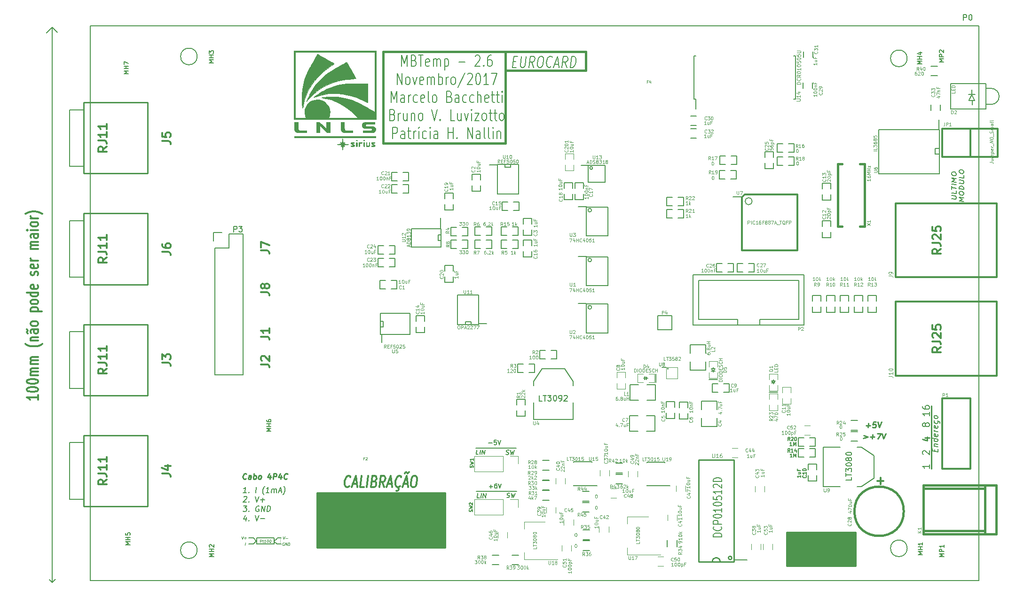
<source format=gto>
G04 #@! TF.FileFunction,Legend,Top*
%FSLAX46Y46*%
G04 Gerber Fmt 4.6, Leading zero omitted, Abs format (unit mm)*
G04 Created by KiCad (PCBNEW 4.0.4+e1-6308~48~ubuntu15.10.1-stable) date Fri Nov 17 08:43:39 2017*
%MOMM*%
%LPD*%
G01*
G04 APERTURE LIST*
%ADD10C,0.150000*%
%ADD11C,0.304800*%
%ADD12C,0.200000*%
%ADD13C,0.031750*%
%ADD14C,0.250000*%
%ADD15C,0.050000*%
%ADD16C,0.100000*%
%ADD17C,0.381000*%
%ADD18C,0.225000*%
%ADD19C,0.203200*%
%ADD20C,0.127000*%
%ADD21C,0.099060*%
%ADD22C,0.152400*%
%ADD23C,0.120000*%
%ADD24C,0.400000*%
%ADD25C,0.010000*%
%ADD26C,0.299720*%
%ADD27C,0.254000*%
G04 APERTURE END LIST*
D10*
D11*
X53558198Y-112057543D02*
X53558198Y-112928400D01*
X53558198Y-112492972D02*
X51526198Y-112492972D01*
X51816484Y-112638115D01*
X52010008Y-112783257D01*
X52106770Y-112928400D01*
X51526198Y-111114114D02*
X51526198Y-110968971D01*
X51622960Y-110823828D01*
X51719722Y-110751257D01*
X51913246Y-110678686D01*
X52300293Y-110606114D01*
X52784103Y-110606114D01*
X53171150Y-110678686D01*
X53364674Y-110751257D01*
X53461436Y-110823828D01*
X53558198Y-110968971D01*
X53558198Y-111114114D01*
X53461436Y-111259257D01*
X53364674Y-111331828D01*
X53171150Y-111404400D01*
X52784103Y-111476971D01*
X52300293Y-111476971D01*
X51913246Y-111404400D01*
X51719722Y-111331828D01*
X51622960Y-111259257D01*
X51526198Y-111114114D01*
X51526198Y-109662685D02*
X51526198Y-109517542D01*
X51622960Y-109372399D01*
X51719722Y-109299828D01*
X51913246Y-109227257D01*
X52300293Y-109154685D01*
X52784103Y-109154685D01*
X53171150Y-109227257D01*
X53364674Y-109299828D01*
X53461436Y-109372399D01*
X53558198Y-109517542D01*
X53558198Y-109662685D01*
X53461436Y-109807828D01*
X53364674Y-109880399D01*
X53171150Y-109952971D01*
X52784103Y-110025542D01*
X52300293Y-110025542D01*
X51913246Y-109952971D01*
X51719722Y-109880399D01*
X51622960Y-109807828D01*
X51526198Y-109662685D01*
X53558198Y-108501542D02*
X52203531Y-108501542D01*
X52397055Y-108501542D02*
X52300293Y-108428970D01*
X52203531Y-108283828D01*
X52203531Y-108066113D01*
X52300293Y-107920970D01*
X52493817Y-107848399D01*
X53558198Y-107848399D01*
X52493817Y-107848399D02*
X52300293Y-107775828D01*
X52203531Y-107630685D01*
X52203531Y-107412970D01*
X52300293Y-107267828D01*
X52493817Y-107195256D01*
X53558198Y-107195256D01*
X53558198Y-106469542D02*
X52203531Y-106469542D01*
X52397055Y-106469542D02*
X52300293Y-106396970D01*
X52203531Y-106251828D01*
X52203531Y-106034113D01*
X52300293Y-105888970D01*
X52493817Y-105816399D01*
X53558198Y-105816399D01*
X52493817Y-105816399D02*
X52300293Y-105743828D01*
X52203531Y-105598685D01*
X52203531Y-105380970D01*
X52300293Y-105235828D01*
X52493817Y-105163256D01*
X53558198Y-105163256D01*
X54332293Y-102840970D02*
X54235531Y-102913542D01*
X53945246Y-103058685D01*
X53751722Y-103131256D01*
X53461436Y-103203827D01*
X52977627Y-103276399D01*
X52590579Y-103276399D01*
X52106770Y-103203827D01*
X51816484Y-103131256D01*
X51622960Y-103058685D01*
X51332674Y-102913542D01*
X51235912Y-102840970D01*
X52203531Y-102260399D02*
X53558198Y-102260399D01*
X52397055Y-102260399D02*
X52300293Y-102187827D01*
X52203531Y-102042685D01*
X52203531Y-101824970D01*
X52300293Y-101679827D01*
X52493817Y-101607256D01*
X53558198Y-101607256D01*
X53558198Y-100228399D02*
X52493817Y-100228399D01*
X52300293Y-100300970D01*
X52203531Y-100446113D01*
X52203531Y-100736399D01*
X52300293Y-100881542D01*
X53461436Y-100228399D02*
X53558198Y-100373542D01*
X53558198Y-100736399D01*
X53461436Y-100881542D01*
X53267912Y-100954113D01*
X53074389Y-100954113D01*
X52880865Y-100881542D01*
X52784103Y-100736399D01*
X52784103Y-100373542D01*
X52687341Y-100228399D01*
X51719722Y-100954113D02*
X51622960Y-100881542D01*
X51526198Y-100736399D01*
X51719722Y-100446113D01*
X51622960Y-100300970D01*
X51526198Y-100228399D01*
X53558198Y-99284971D02*
X53461436Y-99430113D01*
X53364674Y-99502685D01*
X53171150Y-99575256D01*
X52590579Y-99575256D01*
X52397055Y-99502685D01*
X52300293Y-99430113D01*
X52203531Y-99284971D01*
X52203531Y-99067256D01*
X52300293Y-98922113D01*
X52397055Y-98849542D01*
X52590579Y-98776971D01*
X53171150Y-98776971D01*
X53364674Y-98849542D01*
X53461436Y-98922113D01*
X53558198Y-99067256D01*
X53558198Y-99284971D01*
X52203531Y-96962685D02*
X54235531Y-96962685D01*
X52300293Y-96962685D02*
X52203531Y-96817542D01*
X52203531Y-96527256D01*
X52300293Y-96382113D01*
X52397055Y-96309542D01*
X52590579Y-96236971D01*
X53171150Y-96236971D01*
X53364674Y-96309542D01*
X53461436Y-96382113D01*
X53558198Y-96527256D01*
X53558198Y-96817542D01*
X53461436Y-96962685D01*
X53558198Y-95366114D02*
X53461436Y-95511256D01*
X53364674Y-95583828D01*
X53171150Y-95656399D01*
X52590579Y-95656399D01*
X52397055Y-95583828D01*
X52300293Y-95511256D01*
X52203531Y-95366114D01*
X52203531Y-95148399D01*
X52300293Y-95003256D01*
X52397055Y-94930685D01*
X52590579Y-94858114D01*
X53171150Y-94858114D01*
X53364674Y-94930685D01*
X53461436Y-95003256D01*
X53558198Y-95148399D01*
X53558198Y-95366114D01*
X53558198Y-93551828D02*
X51526198Y-93551828D01*
X53461436Y-93551828D02*
X53558198Y-93696971D01*
X53558198Y-93987257D01*
X53461436Y-94132399D01*
X53364674Y-94204971D01*
X53171150Y-94277542D01*
X52590579Y-94277542D01*
X52397055Y-94204971D01*
X52300293Y-94132399D01*
X52203531Y-93987257D01*
X52203531Y-93696971D01*
X52300293Y-93551828D01*
X53461436Y-92245542D02*
X53558198Y-92390685D01*
X53558198Y-92680971D01*
X53461436Y-92826114D01*
X53267912Y-92898685D01*
X52493817Y-92898685D01*
X52300293Y-92826114D01*
X52203531Y-92680971D01*
X52203531Y-92390685D01*
X52300293Y-92245542D01*
X52493817Y-92172971D01*
X52687341Y-92172971D01*
X52880865Y-92898685D01*
X53461436Y-90431256D02*
X53558198Y-90286113D01*
X53558198Y-89995828D01*
X53461436Y-89850685D01*
X53267912Y-89778113D01*
X53171150Y-89778113D01*
X52977627Y-89850685D01*
X52880865Y-89995828D01*
X52880865Y-90213542D01*
X52784103Y-90358685D01*
X52590579Y-90431256D01*
X52493817Y-90431256D01*
X52300293Y-90358685D01*
X52203531Y-90213542D01*
X52203531Y-89995828D01*
X52300293Y-89850685D01*
X53461436Y-88544399D02*
X53558198Y-88689542D01*
X53558198Y-88979828D01*
X53461436Y-89124971D01*
X53267912Y-89197542D01*
X52493817Y-89197542D01*
X52300293Y-89124971D01*
X52203531Y-88979828D01*
X52203531Y-88689542D01*
X52300293Y-88544399D01*
X52493817Y-88471828D01*
X52687341Y-88471828D01*
X52880865Y-89197542D01*
X53558198Y-87818685D02*
X52203531Y-87818685D01*
X52590579Y-87818685D02*
X52397055Y-87746113D01*
X52300293Y-87673542D01*
X52203531Y-87528399D01*
X52203531Y-87383256D01*
X53558198Y-85714113D02*
X52203531Y-85714113D01*
X52397055Y-85714113D02*
X52300293Y-85641541D01*
X52203531Y-85496399D01*
X52203531Y-85278684D01*
X52300293Y-85133541D01*
X52493817Y-85060970D01*
X53558198Y-85060970D01*
X52493817Y-85060970D02*
X52300293Y-84988399D01*
X52203531Y-84843256D01*
X52203531Y-84625541D01*
X52300293Y-84480399D01*
X52493817Y-84407827D01*
X53558198Y-84407827D01*
X53558198Y-83028970D02*
X52493817Y-83028970D01*
X52300293Y-83101541D01*
X52203531Y-83246684D01*
X52203531Y-83536970D01*
X52300293Y-83682113D01*
X53461436Y-83028970D02*
X53558198Y-83174113D01*
X53558198Y-83536970D01*
X53461436Y-83682113D01*
X53267912Y-83754684D01*
X53074389Y-83754684D01*
X52880865Y-83682113D01*
X52784103Y-83536970D01*
X52784103Y-83174113D01*
X52687341Y-83028970D01*
X53558198Y-82303256D02*
X52203531Y-82303256D01*
X51526198Y-82303256D02*
X51622960Y-82375827D01*
X51719722Y-82303256D01*
X51622960Y-82230684D01*
X51526198Y-82303256D01*
X51719722Y-82303256D01*
X53558198Y-81359828D02*
X53461436Y-81504970D01*
X53364674Y-81577542D01*
X53171150Y-81650113D01*
X52590579Y-81650113D01*
X52397055Y-81577542D01*
X52300293Y-81504970D01*
X52203531Y-81359828D01*
X52203531Y-81142113D01*
X52300293Y-80996970D01*
X52397055Y-80924399D01*
X52590579Y-80851828D01*
X53171150Y-80851828D01*
X53364674Y-80924399D01*
X53461436Y-80996970D01*
X53558198Y-81142113D01*
X53558198Y-81359828D01*
X53558198Y-80198685D02*
X52203531Y-80198685D01*
X52590579Y-80198685D02*
X52397055Y-80126113D01*
X52300293Y-80053542D01*
X52203531Y-79908399D01*
X52203531Y-79763256D01*
X54332293Y-79400399D02*
X54235531Y-79327827D01*
X53945246Y-79182684D01*
X53751722Y-79110113D01*
X53461436Y-79037542D01*
X52977627Y-78964970D01*
X52590579Y-78964970D01*
X52106770Y-79037542D01*
X51816484Y-79110113D01*
X51622960Y-79182684D01*
X51332674Y-79327827D01*
X51235912Y-79400399D01*
D10*
X56657240Y-145237200D02*
X56662320Y-145237200D01*
X56078120Y-145816320D02*
X56657240Y-145237200D01*
X56057800Y-145801080D02*
X55575200Y-145318480D01*
X56052720Y-45735240D02*
X57028080Y-46710600D01*
X56067960Y-45765720D02*
X55092600Y-46741080D01*
X56055880Y-45782320D02*
X56055880Y-145782320D01*
D12*
X70130625Y-139034387D02*
X69330625Y-139034387D01*
X69902053Y-138767720D01*
X69330625Y-138501053D01*
X70130625Y-138501053D01*
X70130625Y-138120101D02*
X69330625Y-138120101D01*
X69711577Y-138120101D02*
X69711577Y-137662958D01*
X70130625Y-137662958D02*
X69330625Y-137662958D01*
X69330625Y-136901053D02*
X69330625Y-137282006D01*
X69711577Y-137320101D01*
X69673482Y-137282006D01*
X69635387Y-137205815D01*
X69635387Y-137015339D01*
X69673482Y-136939149D01*
X69711577Y-136901053D01*
X69787768Y-136862958D01*
X69978244Y-136862958D01*
X70054434Y-136901053D01*
X70092530Y-136939149D01*
X70130625Y-137015339D01*
X70130625Y-137205815D01*
X70092530Y-137282006D01*
X70054434Y-137320101D01*
X216688625Y-141194659D02*
X215888625Y-141194659D01*
X216460053Y-140927992D01*
X215888625Y-140661325D01*
X216688625Y-140661325D01*
X216688625Y-140280373D02*
X215888625Y-140280373D01*
X215888625Y-139975611D01*
X215926720Y-139899420D01*
X215964815Y-139861325D01*
X216041006Y-139823230D01*
X216155291Y-139823230D01*
X216231482Y-139861325D01*
X216269577Y-139899420D01*
X216307672Y-139975611D01*
X216307672Y-140280373D01*
X216688625Y-139061325D02*
X216688625Y-139518468D01*
X216688625Y-139289897D02*
X215888625Y-139289897D01*
X216002910Y-139366087D01*
X216079101Y-139442278D01*
X216117196Y-139518468D01*
X216627665Y-51989859D02*
X215827665Y-51989859D01*
X216399093Y-51723192D01*
X215827665Y-51456525D01*
X216627665Y-51456525D01*
X216627665Y-51075573D02*
X215827665Y-51075573D01*
X215827665Y-50770811D01*
X215865760Y-50694620D01*
X215903855Y-50656525D01*
X215980046Y-50618430D01*
X216094331Y-50618430D01*
X216170522Y-50656525D01*
X216208617Y-50694620D01*
X216246712Y-50770811D01*
X216246712Y-51075573D01*
X215903855Y-50313668D02*
X215865760Y-50275573D01*
X215827665Y-50199382D01*
X215827665Y-50008906D01*
X215865760Y-49932716D01*
X215903855Y-49894620D01*
X215980046Y-49856525D01*
X216056236Y-49856525D01*
X216170522Y-49894620D01*
X216627665Y-50351763D01*
X216627665Y-49856525D01*
X212705905Y-52394987D02*
X211905905Y-52394987D01*
X212477333Y-52128320D01*
X211905905Y-51861653D01*
X212705905Y-51861653D01*
X212705905Y-51480701D02*
X211905905Y-51480701D01*
X212286857Y-51480701D02*
X212286857Y-51023558D01*
X212705905Y-51023558D02*
X211905905Y-51023558D01*
X212172571Y-50299749D02*
X212705905Y-50299749D01*
X211867810Y-50490225D02*
X212439238Y-50680701D01*
X212439238Y-50185463D01*
X85136945Y-52161307D02*
X84336945Y-52161307D01*
X84908373Y-51894640D01*
X84336945Y-51627973D01*
X85136945Y-51627973D01*
X85136945Y-51247021D02*
X84336945Y-51247021D01*
X84717897Y-51247021D02*
X84717897Y-50789878D01*
X85136945Y-50789878D02*
X84336945Y-50789878D01*
X84336945Y-50485116D02*
X84336945Y-49989878D01*
X84641707Y-50256545D01*
X84641707Y-50142259D01*
X84679802Y-50066069D01*
X84717897Y-50027973D01*
X84794088Y-49989878D01*
X84984564Y-49989878D01*
X85060754Y-50027973D01*
X85098850Y-50066069D01*
X85136945Y-50142259D01*
X85136945Y-50370831D01*
X85098850Y-50447021D01*
X85060754Y-50485116D01*
X85197905Y-141173067D02*
X84397905Y-141173067D01*
X84969333Y-140906400D01*
X84397905Y-140639733D01*
X85197905Y-140639733D01*
X85197905Y-140258781D02*
X84397905Y-140258781D01*
X84778857Y-140258781D02*
X84778857Y-139801638D01*
X85197905Y-139801638D02*
X84397905Y-139801638D01*
X84474095Y-139458781D02*
X84436000Y-139420686D01*
X84397905Y-139344495D01*
X84397905Y-139154019D01*
X84436000Y-139077829D01*
X84474095Y-139039733D01*
X84550286Y-139001638D01*
X84626476Y-139001638D01*
X84740762Y-139039733D01*
X85197905Y-139496876D01*
X85197905Y-139001638D01*
X69820745Y-54142507D02*
X69020745Y-54142507D01*
X69592173Y-53875840D01*
X69020745Y-53609173D01*
X69820745Y-53609173D01*
X69820745Y-53228221D02*
X69020745Y-53228221D01*
X69401697Y-53228221D02*
X69401697Y-52771078D01*
X69820745Y-52771078D02*
X69020745Y-52771078D01*
X69020745Y-52466316D02*
X69020745Y-51932983D01*
X69820745Y-52275840D01*
X95500145Y-118607707D02*
X94700145Y-118607707D01*
X95271573Y-118341040D01*
X94700145Y-118074373D01*
X95500145Y-118074373D01*
X95500145Y-117693421D02*
X94700145Y-117693421D01*
X95081097Y-117693421D02*
X95081097Y-117236278D01*
X95500145Y-117236278D02*
X94700145Y-117236278D01*
X94700145Y-116512469D02*
X94700145Y-116664850D01*
X94738240Y-116741040D01*
X94776335Y-116779135D01*
X94890621Y-116855326D01*
X95043002Y-116893421D01*
X95347764Y-116893421D01*
X95423954Y-116855326D01*
X95462050Y-116817231D01*
X95500145Y-116741040D01*
X95500145Y-116588659D01*
X95462050Y-116512469D01*
X95423954Y-116474373D01*
X95347764Y-116436278D01*
X95157288Y-116436278D01*
X95081097Y-116474373D01*
X95043002Y-116512469D01*
X95004907Y-116588659D01*
X95004907Y-116741040D01*
X95043002Y-116817231D01*
X95081097Y-116855326D01*
X95157288Y-116893421D01*
X212848145Y-140807307D02*
X212048145Y-140807307D01*
X212619573Y-140540640D01*
X212048145Y-140273973D01*
X212848145Y-140273973D01*
X212848145Y-139893021D02*
X212048145Y-139893021D01*
X212429097Y-139893021D02*
X212429097Y-139435878D01*
X212848145Y-139435878D02*
X212048145Y-139435878D01*
X212848145Y-138635878D02*
X212848145Y-139093021D01*
X212848145Y-138864450D02*
X212048145Y-138864450D01*
X212162430Y-138940640D01*
X212238621Y-139016831D01*
X212276716Y-139093021D01*
D10*
X226386200Y-69150000D02*
X226386200Y-64000000D01*
D13*
X97137357Y-138769095D02*
X97143405Y-138763047D01*
X97149452Y-138769095D01*
X97143405Y-138775143D01*
X97137357Y-138769095D01*
X97149452Y-138769095D01*
X97137357Y-138611857D02*
X97143405Y-138605809D01*
X97149452Y-138611857D01*
X97143405Y-138617905D01*
X97137357Y-138611857D01*
X97149452Y-138611857D01*
X97137357Y-138454619D02*
X97143405Y-138448571D01*
X97149452Y-138454619D01*
X97143405Y-138460667D01*
X97137357Y-138454619D01*
X97149452Y-138454619D01*
X97137357Y-138297381D02*
X97143405Y-138291333D01*
X97149452Y-138297381D01*
X97143405Y-138303429D01*
X97137357Y-138297381D01*
X97149452Y-138297381D01*
X97137357Y-138140143D02*
X97143405Y-138134095D01*
X97149452Y-138140143D01*
X97143405Y-138146191D01*
X97137357Y-138140143D01*
X97149452Y-138140143D01*
X97137357Y-137982905D02*
X97143405Y-137976857D01*
X97149452Y-137982905D01*
X97143405Y-137988953D01*
X97137357Y-137982905D01*
X97149452Y-137982905D01*
D14*
X90997381Y-127103143D02*
X90943810Y-127150762D01*
X90795000Y-127198381D01*
X90699762Y-127198381D01*
X90562857Y-127150762D01*
X90479524Y-127055524D01*
X90443809Y-126960286D01*
X90420000Y-126769810D01*
X90437857Y-126626952D01*
X90509286Y-126436476D01*
X90568809Y-126341238D01*
X90675952Y-126246000D01*
X90824762Y-126198381D01*
X90920000Y-126198381D01*
X91056905Y-126246000D01*
X91098572Y-126293619D01*
X91842619Y-127198381D02*
X91908096Y-126674571D01*
X91872381Y-126579333D01*
X91783096Y-126531714D01*
X91592619Y-126531714D01*
X91491428Y-126579333D01*
X91848572Y-127150762D02*
X91747381Y-127198381D01*
X91509285Y-127198381D01*
X91420000Y-127150762D01*
X91384286Y-127055524D01*
X91396190Y-126960286D01*
X91455714Y-126865048D01*
X91556904Y-126817429D01*
X91795000Y-126817429D01*
X91896191Y-126769810D01*
X92318809Y-127198381D02*
X92443809Y-126198381D01*
X92396190Y-126579333D02*
X92497381Y-126531714D01*
X92687858Y-126531714D01*
X92777143Y-126579333D01*
X92818810Y-126626952D01*
X92854524Y-126722190D01*
X92818810Y-127007905D01*
X92759286Y-127103143D01*
X92705715Y-127150762D01*
X92604524Y-127198381D01*
X92414047Y-127198381D01*
X92324762Y-127150762D01*
X93366428Y-127198381D02*
X93277143Y-127150762D01*
X93235476Y-127103143D01*
X93199762Y-127007905D01*
X93235476Y-126722190D01*
X93295000Y-126626952D01*
X93348571Y-126579333D01*
X93449762Y-126531714D01*
X93592620Y-126531714D01*
X93681905Y-126579333D01*
X93723572Y-126626952D01*
X93759286Y-126722190D01*
X93723572Y-127007905D01*
X93664048Y-127103143D01*
X93610477Y-127150762D01*
X93509286Y-127198381D01*
X93366428Y-127198381D01*
X95402144Y-126531714D02*
X95318810Y-127198381D01*
X95211667Y-126150762D02*
X94884286Y-126865048D01*
X95503334Y-126865048D01*
X95842619Y-127198381D02*
X95967619Y-126198381D01*
X96348572Y-126198381D01*
X96437858Y-126246000D01*
X96479525Y-126293619D01*
X96515239Y-126388857D01*
X96497382Y-126531714D01*
X96437858Y-126626952D01*
X96384287Y-126674571D01*
X96283096Y-126722190D01*
X95902143Y-126722190D01*
X97354525Y-126531714D02*
X97271191Y-127198381D01*
X97164048Y-126150762D02*
X96836667Y-126865048D01*
X97455715Y-126865048D01*
X98378334Y-127103143D02*
X98324763Y-127150762D01*
X98175953Y-127198381D01*
X98080715Y-127198381D01*
X97943810Y-127150762D01*
X97860477Y-127055524D01*
X97824762Y-126960286D01*
X97800953Y-126769810D01*
X97818810Y-126626952D01*
X97890239Y-126436476D01*
X97949762Y-126341238D01*
X98056905Y-126246000D01*
X98205715Y-126198381D01*
X98300953Y-126198381D01*
X98437858Y-126246000D01*
X98479525Y-126293619D01*
D15*
X93475632Y-138602190D02*
X93538132Y-138102190D01*
X93728608Y-138102190D01*
X93773251Y-138126000D01*
X93794084Y-138149810D01*
X93811941Y-138197429D01*
X93803013Y-138268857D01*
X93773251Y-138316476D01*
X93746465Y-138340286D01*
X93695870Y-138364095D01*
X93505394Y-138364095D01*
X93945870Y-138268857D02*
X94136346Y-138268857D01*
X94038132Y-138102190D02*
X93984561Y-138530762D01*
X94002417Y-138578381D01*
X94047060Y-138602190D01*
X94094679Y-138602190D01*
X94523250Y-138602190D02*
X94237536Y-138602190D01*
X94380393Y-138602190D02*
X94442893Y-138102190D01*
X94386346Y-138173619D01*
X94332774Y-138221238D01*
X94282179Y-138245048D01*
X94895274Y-138102190D02*
X94942893Y-138102190D01*
X94987536Y-138126000D01*
X95008369Y-138149810D01*
X95026226Y-138197429D01*
X95038131Y-138292667D01*
X95023250Y-138411714D01*
X94987536Y-138506952D01*
X94957774Y-138554571D01*
X94930988Y-138578381D01*
X94880393Y-138602190D01*
X94832774Y-138602190D01*
X94788131Y-138578381D01*
X94767298Y-138554571D01*
X94749441Y-138506952D01*
X94737536Y-138411714D01*
X94752417Y-138292667D01*
X94788131Y-138197429D01*
X94817893Y-138149810D01*
X94844679Y-138126000D01*
X94895274Y-138102190D01*
X95371464Y-138102190D02*
X95419083Y-138102190D01*
X95463726Y-138126000D01*
X95484559Y-138149810D01*
X95502416Y-138197429D01*
X95514321Y-138292667D01*
X95499440Y-138411714D01*
X95463726Y-138506952D01*
X95433964Y-138554571D01*
X95407178Y-138578381D01*
X95356583Y-138602190D01*
X95308964Y-138602190D01*
X95264321Y-138578381D01*
X95243488Y-138554571D01*
X95225631Y-138506952D01*
X95213726Y-138411714D01*
X95228607Y-138292667D01*
X95264321Y-138197429D01*
X95294083Y-138149810D01*
X95320869Y-138126000D01*
X95371464Y-138102190D01*
D16*
X90813727Y-139102190D02*
X90876227Y-138602190D01*
X97842297Y-138676000D02*
X97797654Y-138652190D01*
X97726226Y-138652190D01*
X97651821Y-138676000D01*
X97598250Y-138723619D01*
X97568488Y-138771238D01*
X97532774Y-138866476D01*
X97523845Y-138937905D01*
X97535750Y-139033143D01*
X97553607Y-139080762D01*
X97595273Y-139128381D01*
X97663726Y-139152190D01*
X97711345Y-139152190D01*
X97785749Y-139128381D01*
X97812536Y-139104571D01*
X97833369Y-138937905D01*
X97738131Y-138937905D01*
X98020869Y-139152190D02*
X98083369Y-138652190D01*
X98306583Y-139152190D01*
X98369083Y-138652190D01*
X98544679Y-139152190D02*
X98607179Y-138652190D01*
X98726226Y-138652190D01*
X98794679Y-138676000D01*
X98836346Y-138723619D01*
X98854202Y-138771238D01*
X98866108Y-138866476D01*
X98857179Y-138937905D01*
X98821464Y-139033143D01*
X98791703Y-139080762D01*
X98738131Y-139128381D01*
X98663726Y-139152190D01*
X98544679Y-139152190D01*
X97650036Y-137552190D02*
X97754203Y-138052190D01*
X97983369Y-137552190D01*
X98111346Y-137861714D02*
X98492298Y-137861714D01*
X90200036Y-137502190D02*
X90304203Y-138002190D01*
X90533369Y-137502190D01*
X90661346Y-137811714D02*
X91042298Y-137811714D01*
X90828012Y-138002190D02*
X90875631Y-137621238D01*
D10*
X96592000Y-138926000D02*
X97292000Y-138926000D01*
X96092000Y-138426000D02*
X96592000Y-138926000D01*
X96642000Y-137826000D02*
X97292000Y-137826000D01*
X96542000Y-137926000D02*
X96642000Y-137826000D01*
X96092000Y-138376000D02*
X96542000Y-137926000D01*
X91592000Y-137826000D02*
X91442000Y-137826000D01*
X91492000Y-137826000D02*
X91592000Y-137826000D01*
X92342000Y-138876000D02*
X91442000Y-138876000D01*
X92842000Y-138376000D02*
X92342000Y-138876000D01*
X92292000Y-137826000D02*
X91492000Y-137826000D01*
X92842000Y-138376000D02*
X92292000Y-137826000D01*
X96092000Y-137826000D02*
X92892000Y-137826000D01*
X96092000Y-138926000D02*
X96092000Y-137826000D01*
X92892000Y-138926000D02*
X96092000Y-138926000D01*
X92892000Y-137876000D02*
X92892000Y-138926000D01*
D12*
X91059857Y-129628381D02*
X90488428Y-129628381D01*
X90774142Y-129628381D02*
X90899142Y-128628381D01*
X90786047Y-128771238D01*
X90678905Y-128866476D01*
X90577714Y-128914095D01*
X91500333Y-129533143D02*
X91542000Y-129580762D01*
X91488428Y-129628381D01*
X91446762Y-129580762D01*
X91500333Y-129533143D01*
X91488428Y-129628381D01*
X92726523Y-129628381D02*
X92851523Y-128628381D01*
X94202714Y-130009333D02*
X94161047Y-129961714D01*
X94083666Y-129818857D01*
X94047952Y-129723619D01*
X94018190Y-129580762D01*
X94000333Y-129342667D01*
X94024142Y-129152190D01*
X94101523Y-128914095D01*
X94166999Y-128771238D01*
X94226523Y-128676000D01*
X94339618Y-128533143D01*
X94393191Y-128485524D01*
X95155095Y-129628381D02*
X94583666Y-129628381D01*
X94869380Y-129628381D02*
X94994380Y-128628381D01*
X94881285Y-128771238D01*
X94774143Y-128866476D01*
X94672952Y-128914095D01*
X95583666Y-129628381D02*
X95667000Y-128961714D01*
X95655095Y-129056952D02*
X95708666Y-129009333D01*
X95809857Y-128961714D01*
X95952715Y-128961714D01*
X96042000Y-129009333D01*
X96077715Y-129104571D01*
X96012238Y-129628381D01*
X96077715Y-129104571D02*
X96137238Y-129009333D01*
X96238429Y-128961714D01*
X96381286Y-128961714D01*
X96470571Y-129009333D01*
X96506286Y-129104571D01*
X96440809Y-129628381D01*
X96905095Y-129342667D02*
X97381286Y-129342667D01*
X96774142Y-129628381D02*
X97232475Y-128628381D01*
X97440809Y-129628381D01*
X97631285Y-130009333D02*
X97684857Y-129961714D01*
X97797952Y-129818857D01*
X97857476Y-129723619D01*
X97922952Y-129580762D01*
X98000333Y-129342667D01*
X98024142Y-129152190D01*
X98006285Y-128914095D01*
X97976523Y-128771238D01*
X97940809Y-128676000D01*
X97863428Y-128533143D01*
X97821762Y-128485524D01*
X90601524Y-130423619D02*
X90655095Y-130376000D01*
X90756285Y-130328381D01*
X90994381Y-130328381D01*
X91083667Y-130376000D01*
X91125334Y-130423619D01*
X91161048Y-130518857D01*
X91149143Y-130614095D01*
X91083667Y-130756952D01*
X90440809Y-131328381D01*
X91059857Y-131328381D01*
X91500333Y-131233143D02*
X91542000Y-131280762D01*
X91488428Y-131328381D01*
X91446762Y-131280762D01*
X91500333Y-131233143D01*
X91488428Y-131328381D01*
X92708666Y-130328381D02*
X92916999Y-131328381D01*
X93375333Y-130328381D01*
X93631285Y-130947429D02*
X94393190Y-130947429D01*
X93964619Y-131328381D02*
X94059858Y-130566476D01*
X90565809Y-132028381D02*
X91184857Y-132028381D01*
X90803904Y-132409333D01*
X90946762Y-132409333D01*
X91036048Y-132456952D01*
X91077715Y-132504571D01*
X91113429Y-132599810D01*
X91083667Y-132837905D01*
X91024143Y-132933143D01*
X90970572Y-132980762D01*
X90869381Y-133028381D01*
X90583666Y-133028381D01*
X90494381Y-132980762D01*
X90452714Y-132933143D01*
X91500333Y-132933143D02*
X91542000Y-132980762D01*
X91488428Y-133028381D01*
X91446762Y-132980762D01*
X91500333Y-132933143D01*
X91488428Y-133028381D01*
X93369381Y-132076000D02*
X93280095Y-132028381D01*
X93137238Y-132028381D01*
X92988428Y-132076000D01*
X92881285Y-132171238D01*
X92821762Y-132266476D01*
X92750333Y-132456952D01*
X92732476Y-132599810D01*
X92756285Y-132790286D01*
X92792000Y-132885524D01*
X92875333Y-132980762D01*
X93012238Y-133028381D01*
X93107476Y-133028381D01*
X93256286Y-132980762D01*
X93309857Y-132933143D01*
X93351524Y-132599810D01*
X93161048Y-132599810D01*
X93726523Y-133028381D02*
X93851523Y-132028381D01*
X94297952Y-133028381D01*
X94422952Y-132028381D01*
X94774142Y-133028381D02*
X94899142Y-132028381D01*
X95137237Y-132028381D01*
X95274143Y-132076000D01*
X95357476Y-132171238D01*
X95393191Y-132266476D01*
X95417000Y-132456952D01*
X95399143Y-132599810D01*
X95327714Y-132790286D01*
X95268191Y-132885524D01*
X95161048Y-132980762D01*
X95012237Y-133028381D01*
X94774142Y-133028381D01*
X91047953Y-134061714D02*
X90964619Y-134728381D01*
X90857476Y-133680762D02*
X90530095Y-134395048D01*
X91149143Y-134395048D01*
X91500333Y-134633143D02*
X91542000Y-134680762D01*
X91488428Y-134728381D01*
X91446762Y-134680762D01*
X91500333Y-134633143D01*
X91488428Y-134728381D01*
X92708666Y-133728381D02*
X92916999Y-134728381D01*
X93375333Y-133728381D01*
X93631285Y-134347429D02*
X94393190Y-134347429D01*
D14*
X214450000Y-114000000D02*
X214450000Y-125350000D01*
D11*
X109599322Y-128475714D02*
X109514656Y-128572476D01*
X109284846Y-128669238D01*
X109139703Y-128669238D01*
X108934084Y-128572476D01*
X108813132Y-128378952D01*
X108764750Y-128185429D01*
X108740560Y-127798381D01*
X108776846Y-127508095D01*
X108897798Y-127121048D01*
X108994561Y-126927524D01*
X109163893Y-126734000D01*
X109393703Y-126637238D01*
X109538846Y-126637238D01*
X109744465Y-126734000D01*
X109804941Y-126830762D01*
X110228275Y-128088667D02*
X110953989Y-128088667D01*
X110010560Y-128669238D02*
X110772560Y-126637238D01*
X111026560Y-128669238D01*
X112260274Y-128669238D02*
X111534560Y-128669238D01*
X111788560Y-126637238D01*
X112768274Y-128669238D02*
X113022274Y-126637238D01*
X114135036Y-127604857D02*
X114340655Y-127701619D01*
X114401131Y-127798381D01*
X114449512Y-127991905D01*
X114413226Y-128282190D01*
X114316465Y-128475714D01*
X114231798Y-128572476D01*
X114074560Y-128669238D01*
X113493988Y-128669238D01*
X113747988Y-126637238D01*
X114255988Y-126637238D01*
X114389036Y-126734000D01*
X114449512Y-126830762D01*
X114497893Y-127024286D01*
X114473703Y-127217810D01*
X114376940Y-127411333D01*
X114292274Y-127508095D01*
X114135036Y-127604857D01*
X113627036Y-127604857D01*
X115888845Y-128669238D02*
X115501798Y-127701619D01*
X115017988Y-128669238D02*
X115271988Y-126637238D01*
X115852560Y-126637238D01*
X115985607Y-126734000D01*
X116046084Y-126830762D01*
X116094464Y-127024286D01*
X116058179Y-127314571D01*
X115961417Y-127508095D01*
X115876750Y-127604857D01*
X115719513Y-127701619D01*
X115138941Y-127701619D01*
X116541989Y-128088667D02*
X117267703Y-128088667D01*
X116324274Y-128669238D02*
X117086274Y-126637238D01*
X117340274Y-128669238D01*
X118743322Y-128475714D02*
X118658656Y-128572476D01*
X118428846Y-128669238D01*
X118283703Y-128669238D01*
X118078084Y-128572476D01*
X117957132Y-128378952D01*
X117908750Y-128185429D01*
X117884560Y-127798381D01*
X117920846Y-127508095D01*
X118041798Y-127121048D01*
X118138561Y-126927524D01*
X118307893Y-126734000D01*
X118537703Y-126637238D01*
X118682846Y-126637238D01*
X118888465Y-126734000D01*
X118948941Y-126830762D01*
X118344179Y-128766000D02*
X118477227Y-128862762D01*
X118525607Y-129056286D01*
X118428846Y-129249810D01*
X118271608Y-129346571D01*
X118053894Y-129346571D01*
X119372275Y-128088667D02*
X120097989Y-128088667D01*
X119154560Y-128669238D02*
X119916560Y-126637238D01*
X120170560Y-128669238D01*
X119614179Y-126153429D02*
X119698846Y-126056667D01*
X119856084Y-125959905D01*
X120122179Y-126153429D01*
X120279418Y-126056667D01*
X120364084Y-125959905D01*
X121222846Y-126637238D02*
X121513132Y-126637238D01*
X121646179Y-126734000D01*
X121767132Y-126927524D01*
X121791323Y-127314571D01*
X121706656Y-127991905D01*
X121585703Y-128378952D01*
X121416370Y-128572476D01*
X121259132Y-128669238D01*
X120968846Y-128669238D01*
X120835799Y-128572476D01*
X120714846Y-128378952D01*
X120690656Y-127991905D01*
X120775323Y-127314571D01*
X120896275Y-126927524D01*
X121065608Y-126734000D01*
X121222846Y-126637238D01*
D14*
X202242024Y-119295714D02*
X202968214Y-119581429D01*
X202170595Y-119867143D01*
X203444404Y-119581429D02*
X204206309Y-119581429D01*
X203777738Y-119962381D02*
X203872977Y-119200476D01*
X204664642Y-118962381D02*
X205331309Y-118962381D01*
X204777737Y-119962381D01*
X205569404Y-118962381D02*
X205777737Y-119962381D01*
X206236071Y-118962381D01*
X202665357Y-117531429D02*
X203427262Y-117531429D01*
X202998691Y-117912381D02*
X203093930Y-117150476D01*
X204457024Y-116912381D02*
X203980833Y-116912381D01*
X203873691Y-117388571D01*
X203927262Y-117340952D01*
X204028452Y-117293333D01*
X204266548Y-117293333D01*
X204355834Y-117340952D01*
X204397501Y-117388571D01*
X204433215Y-117483810D01*
X204403453Y-117721905D01*
X204343929Y-117817143D01*
X204290358Y-117864762D01*
X204189167Y-117912381D01*
X203951071Y-117912381D01*
X203861786Y-117864762D01*
X203820119Y-117817143D01*
X204790357Y-116912381D02*
X204998690Y-117912381D01*
X205457024Y-116912381D01*
D10*
X132460000Y-129420000D02*
X139710000Y-129420000D01*
X137953810Y-130473810D02*
X138063334Y-130511905D01*
X138253810Y-130511905D01*
X138334762Y-130473810D01*
X138377620Y-130435714D01*
X138425239Y-130359524D01*
X138434762Y-130283333D01*
X138406191Y-130207143D01*
X138372857Y-130169048D01*
X138301429Y-130130952D01*
X138153810Y-130092857D01*
X138082381Y-130054762D01*
X138049048Y-130016667D01*
X138020477Y-129940476D01*
X138030000Y-129864286D01*
X138077619Y-129788095D01*
X138120476Y-129750000D01*
X138201429Y-129711905D01*
X138391905Y-129711905D01*
X138501429Y-129750000D01*
X138772858Y-129711905D02*
X138863334Y-130511905D01*
X139087144Y-129940476D01*
X139168096Y-130511905D01*
X139458572Y-129711905D01*
X133022858Y-130551905D02*
X132641905Y-130551905D01*
X132741905Y-129751905D01*
X133289524Y-130551905D02*
X133389524Y-129751905D01*
X133670476Y-130551905D02*
X133770476Y-129751905D01*
X134127619Y-130551905D01*
X134227619Y-129751905D01*
X132375000Y-121575000D02*
X139625000Y-121575000D01*
X137833810Y-122733810D02*
X137943334Y-122771905D01*
X138133810Y-122771905D01*
X138214762Y-122733810D01*
X138257620Y-122695714D01*
X138305239Y-122619524D01*
X138314762Y-122543333D01*
X138286191Y-122467143D01*
X138252857Y-122429048D01*
X138181429Y-122390952D01*
X138033810Y-122352857D01*
X137962381Y-122314762D01*
X137929048Y-122276667D01*
X137900477Y-122200476D01*
X137910000Y-122124286D01*
X137957619Y-122048095D01*
X138000476Y-122010000D01*
X138081429Y-121971905D01*
X138271905Y-121971905D01*
X138381429Y-122010000D01*
X138652858Y-121971905D02*
X138743334Y-122771905D01*
X138967144Y-122200476D01*
X139048096Y-122771905D01*
X139338572Y-121971905D01*
X132832858Y-122751905D02*
X132451905Y-122751905D01*
X132551905Y-121951905D01*
X133099524Y-122751905D02*
X133199524Y-121951905D01*
X133480476Y-122751905D02*
X133580476Y-121951905D01*
X133937619Y-122751905D01*
X134037619Y-121951905D01*
D17*
X152225000Y-53500000D02*
X152225000Y-50142000D01*
X137725000Y-53525000D02*
X152225000Y-53525000D01*
D12*
X139100608Y-51929857D02*
X139608608Y-51929857D01*
X139693274Y-52994238D02*
X138967560Y-52994238D01*
X139221560Y-50962238D01*
X139947274Y-50962238D01*
X140600417Y-50962238D02*
X140394798Y-52607190D01*
X140443180Y-52800714D01*
X140503656Y-52897476D01*
X140636703Y-52994238D01*
X140926989Y-52994238D01*
X141084227Y-52897476D01*
X141168894Y-52800714D01*
X141265655Y-52607190D01*
X141471274Y-50962238D01*
X142813845Y-52994238D02*
X142426798Y-52026619D01*
X141942988Y-52994238D02*
X142196988Y-50962238D01*
X142777560Y-50962238D01*
X142910607Y-51059000D01*
X142971084Y-51155762D01*
X143019464Y-51349286D01*
X142983179Y-51639571D01*
X142886417Y-51833095D01*
X142801750Y-51929857D01*
X142644513Y-52026619D01*
X142063941Y-52026619D01*
X144011274Y-50962238D02*
X144301560Y-50962238D01*
X144434607Y-51059000D01*
X144555560Y-51252524D01*
X144579751Y-51639571D01*
X144495084Y-52316905D01*
X144374131Y-52703952D01*
X144204798Y-52897476D01*
X144047560Y-52994238D01*
X143757274Y-52994238D01*
X143624227Y-52897476D01*
X143503274Y-52703952D01*
X143479084Y-52316905D01*
X143563751Y-51639571D01*
X143684703Y-51252524D01*
X143854036Y-51059000D01*
X144011274Y-50962238D01*
X145958607Y-52800714D02*
X145873941Y-52897476D01*
X145644131Y-52994238D01*
X145498988Y-52994238D01*
X145293369Y-52897476D01*
X145172417Y-52703952D01*
X145124035Y-52510429D01*
X145099845Y-52123381D01*
X145136131Y-51833095D01*
X145257083Y-51446048D01*
X145353846Y-51252524D01*
X145523178Y-51059000D01*
X145752988Y-50962238D01*
X145898131Y-50962238D01*
X146103750Y-51059000D01*
X146164226Y-51155762D01*
X146587560Y-52413667D02*
X147313274Y-52413667D01*
X146369845Y-52994238D02*
X147131845Y-50962238D01*
X147385845Y-52994238D01*
X148764702Y-52994238D02*
X148377655Y-52026619D01*
X147893845Y-52994238D02*
X148147845Y-50962238D01*
X148728417Y-50962238D01*
X148861464Y-51059000D01*
X148921941Y-51155762D01*
X148970321Y-51349286D01*
X148934036Y-51639571D01*
X148837274Y-51833095D01*
X148752607Y-51929857D01*
X148595370Y-52026619D01*
X148014798Y-52026619D01*
X149417845Y-52994238D02*
X149671845Y-50962238D01*
X150034702Y-50962238D01*
X150240322Y-51059000D01*
X150361274Y-51252524D01*
X150409655Y-51446048D01*
X150433845Y-51833095D01*
X150397559Y-52123381D01*
X150276607Y-52510429D01*
X150179845Y-52703952D01*
X150010513Y-52897476D01*
X149780702Y-52994238D01*
X149417845Y-52994238D01*
D11*
X93665429Y-106508000D02*
X94754000Y-106508000D01*
X94971714Y-106580572D01*
X95116857Y-106725715D01*
X95189429Y-106943429D01*
X95189429Y-107088572D01*
X93810571Y-105854857D02*
X93738000Y-105782286D01*
X93665429Y-105637143D01*
X93665429Y-105274286D01*
X93738000Y-105129143D01*
X93810571Y-105056572D01*
X93955714Y-104984000D01*
X94100857Y-104984000D01*
X94318571Y-105056572D01*
X95189429Y-105927429D01*
X95189429Y-104984000D01*
X93665429Y-101508000D02*
X94754000Y-101508000D01*
X94971714Y-101580572D01*
X95116857Y-101725715D01*
X95189429Y-101943429D01*
X95189429Y-102088572D01*
X95189429Y-99984000D02*
X95189429Y-100854857D01*
X95189429Y-100419429D02*
X93665429Y-100419429D01*
X93883143Y-100564572D01*
X94028286Y-100709714D01*
X94100857Y-100854857D01*
X93665429Y-93508000D02*
X94754000Y-93508000D01*
X94971714Y-93580572D01*
X95116857Y-93725715D01*
X95189429Y-93943429D01*
X95189429Y-94088572D01*
X94318571Y-92564572D02*
X94246000Y-92709714D01*
X94173429Y-92782286D01*
X94028286Y-92854857D01*
X93955714Y-92854857D01*
X93810571Y-92782286D01*
X93738000Y-92709714D01*
X93665429Y-92564572D01*
X93665429Y-92274286D01*
X93738000Y-92129143D01*
X93810571Y-92056572D01*
X93955714Y-91984000D01*
X94028286Y-91984000D01*
X94173429Y-92056572D01*
X94246000Y-92129143D01*
X94318571Y-92274286D01*
X94318571Y-92564572D01*
X94391143Y-92709714D01*
X94463714Y-92782286D01*
X94608857Y-92854857D01*
X94899143Y-92854857D01*
X95044286Y-92782286D01*
X95116857Y-92709714D01*
X95189429Y-92564572D01*
X95189429Y-92274286D01*
X95116857Y-92129143D01*
X95044286Y-92056572D01*
X94899143Y-91984000D01*
X94608857Y-91984000D01*
X94463714Y-92056572D01*
X94391143Y-92129143D01*
X94318571Y-92274286D01*
X93665429Y-86008000D02*
X94754000Y-86008000D01*
X94971714Y-86080572D01*
X95116857Y-86225715D01*
X95189429Y-86443429D01*
X95189429Y-86588572D01*
X93665429Y-85427429D02*
X93665429Y-84411429D01*
X95189429Y-85064572D01*
D10*
X218086905Y-76662500D02*
X218734524Y-76743452D01*
X218810714Y-76705357D01*
X218848810Y-76662500D01*
X218886905Y-76572024D01*
X218886905Y-76381547D01*
X218848810Y-76281547D01*
X218810714Y-76229166D01*
X218734524Y-76172023D01*
X218086905Y-76091071D01*
X218886905Y-75238690D02*
X218886905Y-75714881D01*
X218086905Y-75614881D01*
X218086905Y-74948214D02*
X218086905Y-74376785D01*
X218886905Y-74762500D02*
X218086905Y-74662500D01*
X218886905Y-74143452D02*
X218086905Y-74043452D01*
X218886905Y-73667262D02*
X218086905Y-73567262D01*
X218658333Y-73305357D01*
X218086905Y-72900595D01*
X218886905Y-73000595D01*
X218086905Y-72233929D02*
X218086905Y-72043452D01*
X218125000Y-71952976D01*
X218201190Y-71867262D01*
X218353571Y-71838690D01*
X218620238Y-71872024D01*
X218772619Y-71938690D01*
X218848810Y-72043452D01*
X218886905Y-72143452D01*
X218886905Y-72333929D01*
X218848810Y-72424405D01*
X218772619Y-72510119D01*
X218620238Y-72538691D01*
X218353571Y-72505357D01*
X218201190Y-72438691D01*
X218125000Y-72333929D01*
X218086905Y-72233929D01*
X220236905Y-77167262D02*
X219436905Y-77067262D01*
X220008333Y-76805357D01*
X219436905Y-76400595D01*
X220236905Y-76500595D01*
X219436905Y-75733929D02*
X219436905Y-75543452D01*
X219475000Y-75452976D01*
X219551190Y-75367262D01*
X219703571Y-75338690D01*
X219970238Y-75372024D01*
X220122619Y-75438690D01*
X220198810Y-75543452D01*
X220236905Y-75643452D01*
X220236905Y-75833929D01*
X220198810Y-75924405D01*
X220122619Y-76010119D01*
X219970238Y-76038691D01*
X219703571Y-76005357D01*
X219551190Y-75938691D01*
X219475000Y-75833929D01*
X219436905Y-75733929D01*
X220236905Y-74976786D02*
X219436905Y-74876786D01*
X219436905Y-74638691D01*
X219475000Y-74500595D01*
X219551190Y-74414881D01*
X219627381Y-74376786D01*
X219779762Y-74348214D01*
X219894048Y-74362500D01*
X220046429Y-74429167D01*
X220122619Y-74486309D01*
X220198810Y-74591071D01*
X220236905Y-74738691D01*
X220236905Y-74976786D01*
X219436905Y-73876786D02*
X220084524Y-73957738D01*
X220160714Y-73919643D01*
X220198810Y-73876786D01*
X220236905Y-73786310D01*
X220236905Y-73595833D01*
X220198810Y-73495833D01*
X220160714Y-73443452D01*
X220084524Y-73386309D01*
X219436905Y-73305357D01*
X220236905Y-72452976D02*
X220236905Y-72929167D01*
X219436905Y-72829167D01*
X219436905Y-71829167D02*
X219436905Y-71638690D01*
X219475000Y-71548214D01*
X219551190Y-71462500D01*
X219703571Y-71433928D01*
X219970238Y-71467262D01*
X220122619Y-71533928D01*
X220198810Y-71638690D01*
X220236905Y-71738690D01*
X220236905Y-71929167D01*
X220198810Y-72019643D01*
X220122619Y-72105357D01*
X219970238Y-72133929D01*
X219703571Y-72100595D01*
X219551190Y-72033929D01*
X219475000Y-71929167D01*
X219436905Y-71829167D01*
D17*
X115707600Y-50142000D02*
X115707600Y-66642000D01*
X152175000Y-50142000D02*
X115682600Y-50142000D01*
X137682600Y-66642000D02*
X137682600Y-50142000D01*
X115707600Y-66692000D02*
X137707600Y-66692000D01*
D12*
X214042857Y-115078571D02*
X214042857Y-115764286D01*
X214042857Y-115421428D02*
X212842857Y-115421428D01*
X213014286Y-115535714D01*
X213128571Y-115650000D01*
X213185714Y-115764286D01*
X212842857Y-114050000D02*
X212842857Y-114278571D01*
X212900000Y-114392857D01*
X212957143Y-114450000D01*
X213128571Y-114564286D01*
X213357143Y-114621429D01*
X213814286Y-114621429D01*
X213928571Y-114564286D01*
X213985714Y-114507143D01*
X214042857Y-114392857D01*
X214042857Y-114164286D01*
X213985714Y-114050000D01*
X213928571Y-113992857D01*
X213814286Y-113935714D01*
X213528571Y-113935714D01*
X213414286Y-113992857D01*
X213357143Y-114050000D01*
X213300000Y-114164286D01*
X213300000Y-114392857D01*
X213357143Y-114507143D01*
X213414286Y-114564286D01*
X213528571Y-114621429D01*
X213357143Y-117514285D02*
X213300000Y-117628571D01*
X213242857Y-117685714D01*
X213128571Y-117742857D01*
X213071429Y-117742857D01*
X212957143Y-117685714D01*
X212900000Y-117628571D01*
X212842857Y-117514285D01*
X212842857Y-117285714D01*
X212900000Y-117171428D01*
X212957143Y-117114285D01*
X213071429Y-117057142D01*
X213128571Y-117057142D01*
X213242857Y-117114285D01*
X213300000Y-117171428D01*
X213357143Y-117285714D01*
X213357143Y-117514285D01*
X213414286Y-117628571D01*
X213471429Y-117685714D01*
X213585714Y-117742857D01*
X213814286Y-117742857D01*
X213928571Y-117685714D01*
X213985714Y-117628571D01*
X214042857Y-117514285D01*
X214042857Y-117285714D01*
X213985714Y-117171428D01*
X213928571Y-117114285D01*
X213814286Y-117057142D01*
X213585714Y-117057142D01*
X213471429Y-117114285D01*
X213414286Y-117171428D01*
X213357143Y-117285714D01*
D18*
X213242857Y-119721428D02*
X214042857Y-119721428D01*
X212785714Y-120007142D02*
X213642857Y-120292857D01*
X213642857Y-119549999D01*
D12*
X214042857Y-124557142D02*
X214042857Y-125242857D01*
X214042857Y-124899999D02*
X212842857Y-124899999D01*
X213014286Y-125014285D01*
X213128571Y-125128571D01*
X213185714Y-125242857D01*
X212957143Y-122742857D02*
X212900000Y-122685714D01*
X212842857Y-122571428D01*
X212842857Y-122285714D01*
X212900000Y-122171428D01*
X212957143Y-122114285D01*
X213071429Y-122057142D01*
X213185714Y-122057142D01*
X213357143Y-122114285D01*
X214042857Y-122799999D01*
X214042857Y-122057142D01*
X118997000Y-52823238D02*
X118997000Y-50791238D01*
X119505000Y-52242667D01*
X120013000Y-50791238D01*
X120013000Y-52823238D01*
X121246714Y-51758857D02*
X121464428Y-51855619D01*
X121537000Y-51952381D01*
X121609571Y-52145905D01*
X121609571Y-52436190D01*
X121537000Y-52629714D01*
X121464428Y-52726476D01*
X121319286Y-52823238D01*
X120738714Y-52823238D01*
X120738714Y-50791238D01*
X121246714Y-50791238D01*
X121391857Y-50888000D01*
X121464428Y-50984762D01*
X121537000Y-51178286D01*
X121537000Y-51371810D01*
X121464428Y-51565333D01*
X121391857Y-51662095D01*
X121246714Y-51758857D01*
X120738714Y-51758857D01*
X122045000Y-50791238D02*
X122915857Y-50791238D01*
X122480428Y-52823238D02*
X122480428Y-50791238D01*
X124004429Y-52726476D02*
X123859286Y-52823238D01*
X123569000Y-52823238D01*
X123423857Y-52726476D01*
X123351286Y-52532952D01*
X123351286Y-51758857D01*
X123423857Y-51565333D01*
X123569000Y-51468571D01*
X123859286Y-51468571D01*
X124004429Y-51565333D01*
X124077000Y-51758857D01*
X124077000Y-51952381D01*
X123351286Y-52145905D01*
X124730143Y-52823238D02*
X124730143Y-51468571D01*
X124730143Y-51662095D02*
X124802715Y-51565333D01*
X124947857Y-51468571D01*
X125165572Y-51468571D01*
X125310715Y-51565333D01*
X125383286Y-51758857D01*
X125383286Y-52823238D01*
X125383286Y-51758857D02*
X125455857Y-51565333D01*
X125601000Y-51468571D01*
X125818715Y-51468571D01*
X125963857Y-51565333D01*
X126036429Y-51758857D01*
X126036429Y-52823238D01*
X126762143Y-51468571D02*
X126762143Y-53500571D01*
X126762143Y-51565333D02*
X126907286Y-51468571D01*
X127197572Y-51468571D01*
X127342715Y-51565333D01*
X127415286Y-51662095D01*
X127487857Y-51855619D01*
X127487857Y-52436190D01*
X127415286Y-52629714D01*
X127342715Y-52726476D01*
X127197572Y-52823238D01*
X126907286Y-52823238D01*
X126762143Y-52726476D01*
X129302143Y-52049143D02*
X130463286Y-52049143D01*
X132277572Y-50984762D02*
X132350143Y-50888000D01*
X132495286Y-50791238D01*
X132858143Y-50791238D01*
X133003286Y-50888000D01*
X133075857Y-50984762D01*
X133148429Y-51178286D01*
X133148429Y-51371810D01*
X133075857Y-51662095D01*
X132205000Y-52823238D01*
X133148429Y-52823238D01*
X133801572Y-52629714D02*
X133874144Y-52726476D01*
X133801572Y-52823238D01*
X133729001Y-52726476D01*
X133801572Y-52629714D01*
X133801572Y-52823238D01*
X135180429Y-50791238D02*
X134890143Y-50791238D01*
X134745000Y-50888000D01*
X134672429Y-50984762D01*
X134527286Y-51275048D01*
X134454715Y-51662095D01*
X134454715Y-52436190D01*
X134527286Y-52629714D01*
X134599858Y-52726476D01*
X134745000Y-52823238D01*
X135035286Y-52823238D01*
X135180429Y-52726476D01*
X135253000Y-52629714D01*
X135325572Y-52436190D01*
X135325572Y-51952381D01*
X135253000Y-51758857D01*
X135180429Y-51662095D01*
X135035286Y-51565333D01*
X134745000Y-51565333D01*
X134599858Y-51662095D01*
X134527286Y-51758857D01*
X134454715Y-51952381D01*
X118198714Y-56071238D02*
X118198714Y-54039238D01*
X119069571Y-56071238D01*
X119069571Y-54039238D01*
X120012999Y-56071238D02*
X119867857Y-55974476D01*
X119795285Y-55877714D01*
X119722714Y-55684190D01*
X119722714Y-55103619D01*
X119795285Y-54910095D01*
X119867857Y-54813333D01*
X120012999Y-54716571D01*
X120230714Y-54716571D01*
X120375857Y-54813333D01*
X120448428Y-54910095D01*
X120520999Y-55103619D01*
X120520999Y-55684190D01*
X120448428Y-55877714D01*
X120375857Y-55974476D01*
X120230714Y-56071238D01*
X120012999Y-56071238D01*
X121028999Y-54716571D02*
X121391856Y-56071238D01*
X121754714Y-54716571D01*
X122915857Y-55974476D02*
X122770714Y-56071238D01*
X122480428Y-56071238D01*
X122335285Y-55974476D01*
X122262714Y-55780952D01*
X122262714Y-55006857D01*
X122335285Y-54813333D01*
X122480428Y-54716571D01*
X122770714Y-54716571D01*
X122915857Y-54813333D01*
X122988428Y-55006857D01*
X122988428Y-55200381D01*
X122262714Y-55393905D01*
X123641571Y-56071238D02*
X123641571Y-54716571D01*
X123641571Y-54910095D02*
X123714143Y-54813333D01*
X123859285Y-54716571D01*
X124077000Y-54716571D01*
X124222143Y-54813333D01*
X124294714Y-55006857D01*
X124294714Y-56071238D01*
X124294714Y-55006857D02*
X124367285Y-54813333D01*
X124512428Y-54716571D01*
X124730143Y-54716571D01*
X124875285Y-54813333D01*
X124947857Y-55006857D01*
X124947857Y-56071238D01*
X125673571Y-56071238D02*
X125673571Y-54039238D01*
X125673571Y-54813333D02*
X125818714Y-54716571D01*
X126109000Y-54716571D01*
X126254143Y-54813333D01*
X126326714Y-54910095D01*
X126399285Y-55103619D01*
X126399285Y-55684190D01*
X126326714Y-55877714D01*
X126254143Y-55974476D01*
X126109000Y-56071238D01*
X125818714Y-56071238D01*
X125673571Y-55974476D01*
X127052428Y-56071238D02*
X127052428Y-54716571D01*
X127052428Y-55103619D02*
X127125000Y-54910095D01*
X127197571Y-54813333D01*
X127342714Y-54716571D01*
X127487857Y-54716571D01*
X128213571Y-56071238D02*
X128068429Y-55974476D01*
X127995857Y-55877714D01*
X127923286Y-55684190D01*
X127923286Y-55103619D01*
X127995857Y-54910095D01*
X128068429Y-54813333D01*
X128213571Y-54716571D01*
X128431286Y-54716571D01*
X128576429Y-54813333D01*
X128649000Y-54910095D01*
X128721571Y-55103619D01*
X128721571Y-55684190D01*
X128649000Y-55877714D01*
X128576429Y-55974476D01*
X128431286Y-56071238D01*
X128213571Y-56071238D01*
X130463286Y-53942476D02*
X129157000Y-56555048D01*
X130898714Y-54232762D02*
X130971285Y-54136000D01*
X131116428Y-54039238D01*
X131479285Y-54039238D01*
X131624428Y-54136000D01*
X131696999Y-54232762D01*
X131769571Y-54426286D01*
X131769571Y-54619810D01*
X131696999Y-54910095D01*
X130826142Y-56071238D01*
X131769571Y-56071238D01*
X132713000Y-54039238D02*
X132858143Y-54039238D01*
X133003286Y-54136000D01*
X133075857Y-54232762D01*
X133148428Y-54426286D01*
X133221000Y-54813333D01*
X133221000Y-55297143D01*
X133148428Y-55684190D01*
X133075857Y-55877714D01*
X133003286Y-55974476D01*
X132858143Y-56071238D01*
X132713000Y-56071238D01*
X132567857Y-55974476D01*
X132495286Y-55877714D01*
X132422714Y-55684190D01*
X132350143Y-55297143D01*
X132350143Y-54813333D01*
X132422714Y-54426286D01*
X132495286Y-54232762D01*
X132567857Y-54136000D01*
X132713000Y-54039238D01*
X134672429Y-56071238D02*
X133801572Y-56071238D01*
X134237000Y-56071238D02*
X134237000Y-54039238D01*
X134091857Y-54329524D01*
X133946715Y-54523048D01*
X133801572Y-54619810D01*
X135180429Y-54039238D02*
X136196429Y-54039238D01*
X135543286Y-56071238D01*
X117146428Y-59319238D02*
X117146428Y-57287238D01*
X117654428Y-58738667D01*
X118162428Y-57287238D01*
X118162428Y-59319238D01*
X119541285Y-59319238D02*
X119541285Y-58254857D01*
X119468714Y-58061333D01*
X119323571Y-57964571D01*
X119033285Y-57964571D01*
X118888142Y-58061333D01*
X119541285Y-59222476D02*
X119396142Y-59319238D01*
X119033285Y-59319238D01*
X118888142Y-59222476D01*
X118815571Y-59028952D01*
X118815571Y-58835429D01*
X118888142Y-58641905D01*
X119033285Y-58545143D01*
X119396142Y-58545143D01*
X119541285Y-58448381D01*
X120266999Y-59319238D02*
X120266999Y-57964571D01*
X120266999Y-58351619D02*
X120339571Y-58158095D01*
X120412142Y-58061333D01*
X120557285Y-57964571D01*
X120702428Y-57964571D01*
X121863571Y-59222476D02*
X121718428Y-59319238D01*
X121428142Y-59319238D01*
X121283000Y-59222476D01*
X121210428Y-59125714D01*
X121137857Y-58932190D01*
X121137857Y-58351619D01*
X121210428Y-58158095D01*
X121283000Y-58061333D01*
X121428142Y-57964571D01*
X121718428Y-57964571D01*
X121863571Y-58061333D01*
X123097286Y-59222476D02*
X122952143Y-59319238D01*
X122661857Y-59319238D01*
X122516714Y-59222476D01*
X122444143Y-59028952D01*
X122444143Y-58254857D01*
X122516714Y-58061333D01*
X122661857Y-57964571D01*
X122952143Y-57964571D01*
X123097286Y-58061333D01*
X123169857Y-58254857D01*
X123169857Y-58448381D01*
X122444143Y-58641905D01*
X124040714Y-59319238D02*
X123895572Y-59222476D01*
X123823000Y-59028952D01*
X123823000Y-57287238D01*
X124839000Y-59319238D02*
X124693858Y-59222476D01*
X124621286Y-59125714D01*
X124548715Y-58932190D01*
X124548715Y-58351619D01*
X124621286Y-58158095D01*
X124693858Y-58061333D01*
X124839000Y-57964571D01*
X125056715Y-57964571D01*
X125201858Y-58061333D01*
X125274429Y-58158095D01*
X125347000Y-58351619D01*
X125347000Y-58932190D01*
X125274429Y-59125714D01*
X125201858Y-59222476D01*
X125056715Y-59319238D01*
X124839000Y-59319238D01*
X127669286Y-58254857D02*
X127887000Y-58351619D01*
X127959572Y-58448381D01*
X128032143Y-58641905D01*
X128032143Y-58932190D01*
X127959572Y-59125714D01*
X127887000Y-59222476D01*
X127741858Y-59319238D01*
X127161286Y-59319238D01*
X127161286Y-57287238D01*
X127669286Y-57287238D01*
X127814429Y-57384000D01*
X127887000Y-57480762D01*
X127959572Y-57674286D01*
X127959572Y-57867810D01*
X127887000Y-58061333D01*
X127814429Y-58158095D01*
X127669286Y-58254857D01*
X127161286Y-58254857D01*
X129338429Y-59319238D02*
X129338429Y-58254857D01*
X129265858Y-58061333D01*
X129120715Y-57964571D01*
X128830429Y-57964571D01*
X128685286Y-58061333D01*
X129338429Y-59222476D02*
X129193286Y-59319238D01*
X128830429Y-59319238D01*
X128685286Y-59222476D01*
X128612715Y-59028952D01*
X128612715Y-58835429D01*
X128685286Y-58641905D01*
X128830429Y-58545143D01*
X129193286Y-58545143D01*
X129338429Y-58448381D01*
X130717286Y-59222476D02*
X130572143Y-59319238D01*
X130281857Y-59319238D01*
X130136715Y-59222476D01*
X130064143Y-59125714D01*
X129991572Y-58932190D01*
X129991572Y-58351619D01*
X130064143Y-58158095D01*
X130136715Y-58061333D01*
X130281857Y-57964571D01*
X130572143Y-57964571D01*
X130717286Y-58061333D01*
X132023572Y-59222476D02*
X131878429Y-59319238D01*
X131588143Y-59319238D01*
X131443001Y-59222476D01*
X131370429Y-59125714D01*
X131297858Y-58932190D01*
X131297858Y-58351619D01*
X131370429Y-58158095D01*
X131443001Y-58061333D01*
X131588143Y-57964571D01*
X131878429Y-57964571D01*
X132023572Y-58061333D01*
X132676715Y-59319238D02*
X132676715Y-57287238D01*
X133329858Y-59319238D02*
X133329858Y-58254857D01*
X133257287Y-58061333D01*
X133112144Y-57964571D01*
X132894429Y-57964571D01*
X132749287Y-58061333D01*
X132676715Y-58158095D01*
X134636144Y-59222476D02*
X134491001Y-59319238D01*
X134200715Y-59319238D01*
X134055572Y-59222476D01*
X133983001Y-59028952D01*
X133983001Y-58254857D01*
X134055572Y-58061333D01*
X134200715Y-57964571D01*
X134491001Y-57964571D01*
X134636144Y-58061333D01*
X134708715Y-58254857D01*
X134708715Y-58448381D01*
X133983001Y-58641905D01*
X135144144Y-57964571D02*
X135724715Y-57964571D01*
X135361858Y-57287238D02*
X135361858Y-59028952D01*
X135434430Y-59222476D01*
X135579572Y-59319238D01*
X135724715Y-59319238D01*
X136015001Y-57964571D02*
X136595572Y-57964571D01*
X136232715Y-57287238D02*
X136232715Y-59028952D01*
X136305287Y-59222476D01*
X136450429Y-59319238D01*
X136595572Y-59319238D01*
X137103572Y-59319238D02*
X137103572Y-57964571D01*
X137103572Y-57287238D02*
X137031001Y-57384000D01*
X137103572Y-57480762D01*
X137176144Y-57384000D01*
X137103572Y-57287238D01*
X137103572Y-57480762D01*
X117400429Y-61502857D02*
X117618143Y-61599619D01*
X117690715Y-61696381D01*
X117763286Y-61889905D01*
X117763286Y-62180190D01*
X117690715Y-62373714D01*
X117618143Y-62470476D01*
X117473001Y-62567238D01*
X116892429Y-62567238D01*
X116892429Y-60535238D01*
X117400429Y-60535238D01*
X117545572Y-60632000D01*
X117618143Y-60728762D01*
X117690715Y-60922286D01*
X117690715Y-61115810D01*
X117618143Y-61309333D01*
X117545572Y-61406095D01*
X117400429Y-61502857D01*
X116892429Y-61502857D01*
X118416429Y-62567238D02*
X118416429Y-61212571D01*
X118416429Y-61599619D02*
X118489001Y-61406095D01*
X118561572Y-61309333D01*
X118706715Y-61212571D01*
X118851858Y-61212571D01*
X120013001Y-61212571D02*
X120013001Y-62567238D01*
X119359858Y-61212571D02*
X119359858Y-62276952D01*
X119432430Y-62470476D01*
X119577572Y-62567238D01*
X119795287Y-62567238D01*
X119940430Y-62470476D01*
X120013001Y-62373714D01*
X120738715Y-61212571D02*
X120738715Y-62567238D01*
X120738715Y-61406095D02*
X120811287Y-61309333D01*
X120956429Y-61212571D01*
X121174144Y-61212571D01*
X121319287Y-61309333D01*
X121391858Y-61502857D01*
X121391858Y-62567238D01*
X122335286Y-62567238D02*
X122190144Y-62470476D01*
X122117572Y-62373714D01*
X122045001Y-62180190D01*
X122045001Y-61599619D01*
X122117572Y-61406095D01*
X122190144Y-61309333D01*
X122335286Y-61212571D01*
X122553001Y-61212571D01*
X122698144Y-61309333D01*
X122770715Y-61406095D01*
X122843286Y-61599619D01*
X122843286Y-62180190D01*
X122770715Y-62373714D01*
X122698144Y-62470476D01*
X122553001Y-62567238D01*
X122335286Y-62567238D01*
X124439858Y-60535238D02*
X124947858Y-62567238D01*
X125455858Y-60535238D01*
X125963858Y-62373714D02*
X126036430Y-62470476D01*
X125963858Y-62567238D01*
X125891287Y-62470476D01*
X125963858Y-62373714D01*
X125963858Y-62567238D01*
X128576429Y-62567238D02*
X127850715Y-62567238D01*
X127850715Y-60535238D01*
X129737572Y-61212571D02*
X129737572Y-62567238D01*
X129084429Y-61212571D02*
X129084429Y-62276952D01*
X129157001Y-62470476D01*
X129302143Y-62567238D01*
X129519858Y-62567238D01*
X129665001Y-62470476D01*
X129737572Y-62373714D01*
X130318143Y-61212571D02*
X130681000Y-62567238D01*
X131043858Y-61212571D01*
X131624429Y-62567238D02*
X131624429Y-61212571D01*
X131624429Y-60535238D02*
X131551858Y-60632000D01*
X131624429Y-60728762D01*
X131697001Y-60632000D01*
X131624429Y-60535238D01*
X131624429Y-60728762D01*
X132205000Y-61212571D02*
X133003286Y-61212571D01*
X132205000Y-62567238D01*
X133003286Y-62567238D01*
X133801571Y-62567238D02*
X133656429Y-62470476D01*
X133583857Y-62373714D01*
X133511286Y-62180190D01*
X133511286Y-61599619D01*
X133583857Y-61406095D01*
X133656429Y-61309333D01*
X133801571Y-61212571D01*
X134019286Y-61212571D01*
X134164429Y-61309333D01*
X134237000Y-61406095D01*
X134309571Y-61599619D01*
X134309571Y-62180190D01*
X134237000Y-62373714D01*
X134164429Y-62470476D01*
X134019286Y-62567238D01*
X133801571Y-62567238D01*
X134745000Y-61212571D02*
X135325571Y-61212571D01*
X134962714Y-60535238D02*
X134962714Y-62276952D01*
X135035286Y-62470476D01*
X135180428Y-62567238D01*
X135325571Y-62567238D01*
X135615857Y-61212571D02*
X136196428Y-61212571D01*
X135833571Y-60535238D02*
X135833571Y-62276952D01*
X135906143Y-62470476D01*
X136051285Y-62567238D01*
X136196428Y-62567238D01*
X136922142Y-62567238D02*
X136777000Y-62470476D01*
X136704428Y-62373714D01*
X136631857Y-62180190D01*
X136631857Y-61599619D01*
X136704428Y-61406095D01*
X136777000Y-61309333D01*
X136922142Y-61212571D01*
X137139857Y-61212571D01*
X137285000Y-61309333D01*
X137357571Y-61406095D01*
X137430142Y-61599619D01*
X137430142Y-62180190D01*
X137357571Y-62373714D01*
X137285000Y-62470476D01*
X137139857Y-62567238D01*
X136922142Y-62567238D01*
X117400429Y-65815238D02*
X117400429Y-63783238D01*
X117981001Y-63783238D01*
X118126143Y-63880000D01*
X118198715Y-63976762D01*
X118271286Y-64170286D01*
X118271286Y-64460571D01*
X118198715Y-64654095D01*
X118126143Y-64750857D01*
X117981001Y-64847619D01*
X117400429Y-64847619D01*
X119577572Y-65815238D02*
X119577572Y-64750857D01*
X119505001Y-64557333D01*
X119359858Y-64460571D01*
X119069572Y-64460571D01*
X118924429Y-64557333D01*
X119577572Y-65718476D02*
X119432429Y-65815238D01*
X119069572Y-65815238D01*
X118924429Y-65718476D01*
X118851858Y-65524952D01*
X118851858Y-65331429D01*
X118924429Y-65137905D01*
X119069572Y-65041143D01*
X119432429Y-65041143D01*
X119577572Y-64944381D01*
X120085572Y-64460571D02*
X120666143Y-64460571D01*
X120303286Y-63783238D02*
X120303286Y-65524952D01*
X120375858Y-65718476D01*
X120521000Y-65815238D01*
X120666143Y-65815238D01*
X121174143Y-65815238D02*
X121174143Y-64460571D01*
X121174143Y-64847619D02*
X121246715Y-64654095D01*
X121319286Y-64557333D01*
X121464429Y-64460571D01*
X121609572Y-64460571D01*
X122117572Y-65815238D02*
X122117572Y-64460571D01*
X122262715Y-63686476D02*
X122045001Y-63976762D01*
X123496429Y-65718476D02*
X123351286Y-65815238D01*
X123061000Y-65815238D01*
X122915858Y-65718476D01*
X122843286Y-65621714D01*
X122770715Y-65428190D01*
X122770715Y-64847619D01*
X122843286Y-64654095D01*
X122915858Y-64557333D01*
X123061000Y-64460571D01*
X123351286Y-64460571D01*
X123496429Y-64557333D01*
X124149572Y-65815238D02*
X124149572Y-64460571D01*
X124149572Y-63783238D02*
X124077001Y-63880000D01*
X124149572Y-63976762D01*
X124222144Y-63880000D01*
X124149572Y-63783238D01*
X124149572Y-63976762D01*
X125528429Y-65815238D02*
X125528429Y-64750857D01*
X125455858Y-64557333D01*
X125310715Y-64460571D01*
X125020429Y-64460571D01*
X124875286Y-64557333D01*
X125528429Y-65718476D02*
X125383286Y-65815238D01*
X125020429Y-65815238D01*
X124875286Y-65718476D01*
X124802715Y-65524952D01*
X124802715Y-65331429D01*
X124875286Y-65137905D01*
X125020429Y-65041143D01*
X125383286Y-65041143D01*
X125528429Y-64944381D01*
X127415286Y-65815238D02*
X127415286Y-63783238D01*
X127415286Y-64750857D02*
X128286143Y-64750857D01*
X128286143Y-65815238D02*
X128286143Y-63783238D01*
X129011857Y-65621714D02*
X129084429Y-65718476D01*
X129011857Y-65815238D01*
X128939286Y-65718476D01*
X129011857Y-65621714D01*
X129011857Y-65815238D01*
X130898714Y-65815238D02*
X130898714Y-63783238D01*
X131769571Y-65815238D01*
X131769571Y-63783238D01*
X133148428Y-65815238D02*
X133148428Y-64750857D01*
X133075857Y-64557333D01*
X132930714Y-64460571D01*
X132640428Y-64460571D01*
X132495285Y-64557333D01*
X133148428Y-65718476D02*
X133003285Y-65815238D01*
X132640428Y-65815238D01*
X132495285Y-65718476D01*
X132422714Y-65524952D01*
X132422714Y-65331429D01*
X132495285Y-65137905D01*
X132640428Y-65041143D01*
X133003285Y-65041143D01*
X133148428Y-64944381D01*
X134091856Y-65815238D02*
X133946714Y-65718476D01*
X133874142Y-65524952D01*
X133874142Y-63783238D01*
X134890142Y-65815238D02*
X134745000Y-65718476D01*
X134672428Y-65524952D01*
X134672428Y-63783238D01*
X135470714Y-65815238D02*
X135470714Y-64460571D01*
X135470714Y-63783238D02*
X135398143Y-63880000D01*
X135470714Y-63976762D01*
X135543286Y-63880000D01*
X135470714Y-63783238D01*
X135470714Y-63976762D01*
X136196428Y-64460571D02*
X136196428Y-65815238D01*
X136196428Y-64654095D02*
X136269000Y-64557333D01*
X136414142Y-64460571D01*
X136631857Y-64460571D01*
X136777000Y-64557333D01*
X136849571Y-64750857D01*
X136849571Y-65815238D01*
D10*
X82210000Y-140020000D02*
G75*
G03X82210000Y-140020000I-1500000J0D01*
G01*
X210060900Y-51362000D02*
G75*
G03X210060900Y-51362000I-1500000J0D01*
G01*
X210060900Y-139678000D02*
G75*
G03X210060900Y-139678000I-1500000J0D01*
G01*
X82210000Y-51020000D02*
G75*
G03X82210000Y-51020000I-1500000J0D01*
G01*
X222950000Y-145520000D02*
X62950000Y-145520000D01*
X62950000Y-145520000D02*
X62950000Y-45520000D01*
X62950000Y-45520000D02*
X222950000Y-45520000D01*
X222950000Y-45520000D02*
X222950000Y-145520000D01*
X215755600Y-64185800D02*
X215755600Y-62407800D01*
D19*
X215882600Y-64185800D02*
X215882600Y-72186800D01*
X204960600Y-72186800D02*
X204960600Y-64185800D01*
X215882600Y-72186800D02*
X204960600Y-72186800D01*
X204960600Y-64185800D02*
X215882600Y-64185800D01*
X215882600Y-68630800D02*
X215120600Y-68630800D01*
X215120600Y-68630800D02*
X215120600Y-67614800D01*
X215120600Y-67614800D02*
X215882600Y-67614800D01*
D20*
X185968640Y-70248780D02*
X185968640Y-71264780D01*
X185968640Y-71264780D02*
X184444640Y-71264780D01*
X184444640Y-71264780D02*
X184444640Y-70248780D01*
X184444640Y-69232780D02*
X184444640Y-68216780D01*
X184444640Y-68216780D02*
X185968640Y-68216780D01*
X185968640Y-68216780D02*
X185968640Y-69232780D01*
X187698380Y-68303140D02*
X186682380Y-68303140D01*
X186682380Y-68303140D02*
X186682380Y-66779140D01*
X186682380Y-66779140D02*
X187698380Y-66779140D01*
X188714380Y-66779140D02*
X189730380Y-66779140D01*
X189730380Y-66779140D02*
X189730380Y-68303140D01*
X189730380Y-68303140D02*
X188714380Y-68303140D01*
X187698380Y-70604380D02*
X186682380Y-70604380D01*
X186682380Y-70604380D02*
X186682380Y-69080380D01*
X186682380Y-69080380D02*
X187698380Y-69080380D01*
X188714380Y-69080380D02*
X189730380Y-69080380D01*
X189730380Y-69080380D02*
X189730380Y-70604380D01*
X189730380Y-70604380D02*
X188714380Y-70604380D01*
X177266600Y-73126600D02*
X176250600Y-73126600D01*
X176250600Y-73126600D02*
X176250600Y-71602600D01*
X176250600Y-71602600D02*
X177266600Y-71602600D01*
X178282600Y-71602600D02*
X179298600Y-71602600D01*
X179298600Y-71602600D02*
X179298600Y-73126600D01*
X179298600Y-73126600D02*
X178282600Y-73126600D01*
X178315620Y-68978780D02*
X179331620Y-68978780D01*
X179331620Y-68978780D02*
X179331620Y-70502780D01*
X179331620Y-70502780D02*
X178315620Y-70502780D01*
X177299620Y-70502780D02*
X176283620Y-70502780D01*
X176283620Y-70502780D02*
X176283620Y-68978780D01*
X176283620Y-68978780D02*
X177299620Y-68978780D01*
X168765600Y-76380000D02*
X169781600Y-76380000D01*
X169781600Y-76380000D02*
X169781600Y-77904000D01*
X169781600Y-77904000D02*
X168765600Y-77904000D01*
X167749600Y-77904000D02*
X166733600Y-77904000D01*
X166733600Y-77904000D02*
X166733600Y-76380000D01*
X166733600Y-76380000D02*
X167749600Y-76380000D01*
X168765600Y-78630000D02*
X169781600Y-78630000D01*
X169781600Y-78630000D02*
X169781600Y-80154000D01*
X169781600Y-80154000D02*
X168765600Y-80154000D01*
X167749600Y-80154000D02*
X166733600Y-80154000D01*
X166733600Y-80154000D02*
X166733600Y-78630000D01*
X166733600Y-78630000D02*
X167749600Y-78630000D01*
D10*
X180240940Y-76352400D02*
X178716940Y-76352400D01*
D11*
X190324740Y-75920600D02*
X190324740Y-85928200D01*
X190324740Y-85928200D02*
X180317140Y-85928200D01*
X180317140Y-76403200D02*
X180317140Y-85928200D01*
X180799740Y-75920600D02*
X190324740Y-75920600D01*
X180317140Y-76403200D02*
X180799740Y-75920600D01*
D19*
X182145940Y-77114400D02*
G75*
G03X182145940Y-77114400I-635000J0D01*
G01*
D20*
X194745600Y-74884000D02*
X194745600Y-73868000D01*
X194745600Y-73868000D02*
X196269600Y-73868000D01*
X196269600Y-73868000D02*
X196269600Y-74884000D01*
X196269600Y-75900000D02*
X196269600Y-76916000D01*
X196269600Y-76916000D02*
X194745600Y-76916000D01*
X194745600Y-76916000D02*
X194745600Y-75900000D01*
X196269600Y-82650000D02*
X196269600Y-83666000D01*
X196269600Y-83666000D02*
X194745600Y-83666000D01*
X194745600Y-83666000D02*
X194745600Y-82650000D01*
X194745600Y-81634000D02*
X194745600Y-80618000D01*
X194745600Y-80618000D02*
X196269600Y-80618000D01*
X196269600Y-80618000D02*
X196269600Y-81634000D01*
X202995600Y-95134000D02*
X202995600Y-94118000D01*
X202995600Y-94118000D02*
X204519600Y-94118000D01*
X204519600Y-94118000D02*
X204519600Y-95134000D01*
X204519600Y-96150000D02*
X204519600Y-97166000D01*
X204519600Y-97166000D02*
X202995600Y-97166000D01*
X202995600Y-97166000D02*
X202995600Y-96150000D01*
X200495600Y-95134000D02*
X200495600Y-94118000D01*
X200495600Y-94118000D02*
X202019600Y-94118000D01*
X202019600Y-94118000D02*
X202019600Y-95134000D01*
X202019600Y-96150000D02*
X202019600Y-97166000D01*
X202019600Y-97166000D02*
X200495600Y-97166000D01*
X200495600Y-97166000D02*
X200495600Y-96150000D01*
X197995600Y-95134000D02*
X197995600Y-94118000D01*
X197995600Y-94118000D02*
X199519600Y-94118000D01*
X199519600Y-94118000D02*
X199519600Y-95134000D01*
X199519600Y-96150000D02*
X199519600Y-97166000D01*
X199519600Y-97166000D02*
X197995600Y-97166000D01*
X197995600Y-97166000D02*
X197995600Y-96150000D01*
X195495600Y-95134000D02*
X195495600Y-94118000D01*
X195495600Y-94118000D02*
X197019600Y-94118000D01*
X197019600Y-94118000D02*
X197019600Y-95134000D01*
X197019600Y-96150000D02*
X197019600Y-97166000D01*
X197019600Y-97166000D02*
X195495600Y-97166000D01*
X195495600Y-97166000D02*
X195495600Y-96150000D01*
X192995600Y-95134000D02*
X192995600Y-94118000D01*
X192995600Y-94118000D02*
X194519600Y-94118000D01*
X194519600Y-94118000D02*
X194519600Y-95134000D01*
X194519600Y-96150000D02*
X194519600Y-97166000D01*
X194519600Y-97166000D02*
X192995600Y-97166000D01*
X192995600Y-97166000D02*
X192995600Y-96150000D01*
X181515600Y-88380000D02*
X182531600Y-88380000D01*
X182531600Y-88380000D02*
X182531600Y-89904000D01*
X182531600Y-89904000D02*
X181515600Y-89904000D01*
X180499600Y-89904000D02*
X179483600Y-89904000D01*
X179483600Y-89904000D02*
X179483600Y-88380000D01*
X179483600Y-88380000D02*
X180499600Y-88380000D01*
X176749600Y-89904000D02*
X175733600Y-89904000D01*
X175733600Y-89904000D02*
X175733600Y-88380000D01*
X175733600Y-88380000D02*
X176749600Y-88380000D01*
X177765600Y-88380000D02*
X178781600Y-88380000D01*
X178781600Y-88380000D02*
X178781600Y-89904000D01*
X178781600Y-89904000D02*
X177765600Y-89904000D01*
D10*
X186740800Y-111506000D02*
X185216800Y-111506000D01*
X185978800Y-109880400D02*
X185978800Y-110032800D01*
X185978800Y-109880400D02*
X185648600Y-109880400D01*
X185648600Y-109880400D02*
X186258200Y-109880400D01*
X185978800Y-109270800D02*
X185978800Y-109474000D01*
X185978800Y-109474000D02*
X186283600Y-109474000D01*
X186283600Y-109474000D02*
X185648600Y-109474000D01*
X185648600Y-109474000D02*
X185978800Y-109880400D01*
X185978800Y-109880400D02*
X186283600Y-109474000D01*
D21*
X185216800Y-109220000D02*
X185216800Y-108204000D01*
X185216800Y-108204000D02*
X186740800Y-108204000D01*
X186740800Y-108204000D02*
X186740800Y-109220000D01*
X186740800Y-110236000D02*
X186740800Y-111252000D01*
X186740800Y-111252000D02*
X185216800Y-111252000D01*
X185216800Y-111252000D02*
X185216800Y-110236000D01*
X185216800Y-112776000D02*
X185216800Y-111760000D01*
X185216800Y-111760000D02*
X186740800Y-111760000D01*
X186740800Y-111760000D02*
X186740800Y-112776000D01*
X186740800Y-113792000D02*
X186740800Y-114808000D01*
X186740800Y-114808000D02*
X185216800Y-114808000D01*
X185216800Y-114808000D02*
X185216800Y-113792000D01*
X187553600Y-111607600D02*
X187553600Y-110591600D01*
X187553600Y-110591600D02*
X189077600Y-110591600D01*
X189077600Y-110591600D02*
X189077600Y-111607600D01*
X189077600Y-112623600D02*
X189077600Y-113639600D01*
X189077600Y-113639600D02*
X187553600Y-113639600D01*
X187553600Y-113639600D02*
X187553600Y-112623600D01*
D20*
X192508000Y-119738000D02*
X193524000Y-119738000D01*
X193524000Y-119738000D02*
X193524000Y-121262000D01*
X193524000Y-121262000D02*
X192508000Y-121262000D01*
X191492000Y-121262000D02*
X190476000Y-121262000D01*
X190476000Y-121262000D02*
X190476000Y-119738000D01*
X190476000Y-119738000D02*
X191492000Y-119738000D01*
X192508000Y-121738000D02*
X193524000Y-121738000D01*
X193524000Y-121738000D02*
X193524000Y-123262000D01*
X193524000Y-123262000D02*
X192508000Y-123262000D01*
X191492000Y-123262000D02*
X190476000Y-123262000D01*
X190476000Y-123262000D02*
X190476000Y-121738000D01*
X190476000Y-121738000D02*
X191492000Y-121738000D01*
X193762000Y-126508000D02*
X193762000Y-127524000D01*
X193762000Y-127524000D02*
X192238000Y-127524000D01*
X192238000Y-127524000D02*
X192238000Y-126508000D01*
X192238000Y-125492000D02*
X192238000Y-124476000D01*
X192238000Y-124476000D02*
X193762000Y-124476000D01*
X193762000Y-124476000D02*
X193762000Y-125492000D01*
D17*
X209445000Y-133000000D02*
G75*
G03X209445000Y-133000000I-4445000J0D01*
G01*
D10*
X178850000Y-141790000D02*
X181263000Y-141790000D01*
D14*
X176425000Y-142100000D02*
G75*
G03X175675000Y-141350000I-750000J0D01*
G01*
X175675000Y-141350000D02*
G75*
G03X174925000Y-142100000I0J-750000D01*
G01*
X178475000Y-141400000D02*
G75*
G03X178475000Y-141400000I-300000J0D01*
G01*
X172475000Y-142100000D02*
X178875000Y-142100000D01*
X178875000Y-142100000D02*
X178875000Y-123700000D01*
X178875000Y-123700000D02*
X172475000Y-123700000D01*
X172475000Y-123700000D02*
X172475000Y-142100000D01*
D10*
X164782500Y-108231940D02*
X164782500Y-109755940D01*
X163156900Y-108993940D02*
X163322000Y-108993940D01*
X163144200Y-108993940D02*
X163144200Y-108739940D01*
X163144200Y-108739940D02*
X163144200Y-109260640D01*
X162598100Y-108993940D02*
X162763200Y-108993940D01*
X162763200Y-108993940D02*
X162763200Y-108727240D01*
X162763200Y-108727240D02*
X162763200Y-109260640D01*
X162763200Y-109260640D02*
X163144200Y-108993940D01*
X163144200Y-108993940D02*
X162763200Y-108727240D01*
D21*
X162496500Y-109755940D02*
X161480500Y-109755940D01*
X161480500Y-109755940D02*
X161480500Y-108231940D01*
X161480500Y-108231940D02*
X162496500Y-108231940D01*
X163512500Y-108231940D02*
X164528500Y-108231940D01*
X164528500Y-108231940D02*
X164528500Y-109755940D01*
X164528500Y-109755940D02*
X163512500Y-109755940D01*
D20*
X163161980Y-112986820D02*
X164685980Y-112986820D01*
X164685980Y-112986820D02*
X164685980Y-110192820D01*
X164685980Y-110192820D02*
X163161980Y-110192820D01*
X161637980Y-110192820D02*
X160113980Y-110192820D01*
X160113980Y-110192820D02*
X160113980Y-112986820D01*
X160113980Y-112986820D02*
X161637980Y-112986820D01*
D21*
X159269600Y-109900000D02*
X159269600Y-110916000D01*
X159269600Y-110916000D02*
X157745600Y-110916000D01*
X157745600Y-110916000D02*
X157745600Y-109900000D01*
X157745600Y-108884000D02*
X157745600Y-107868000D01*
X157745600Y-107868000D02*
X159269600Y-107868000D01*
X159269600Y-107868000D02*
X159269600Y-108884000D01*
D20*
X161594800Y-115745260D02*
X160070800Y-115745260D01*
X160070800Y-115745260D02*
X160070800Y-118539260D01*
X160070800Y-118539260D02*
X161594800Y-118539260D01*
X163118800Y-118539260D02*
X164642800Y-118539260D01*
X164642800Y-118539260D02*
X164642800Y-115745260D01*
X164642800Y-115745260D02*
X163118800Y-115745260D01*
X166634160Y-114282220D02*
X166634160Y-113266220D01*
X166634160Y-113266220D02*
X168158160Y-113266220D01*
X168158160Y-113266220D02*
X168158160Y-114282220D01*
X168158160Y-115298220D02*
X168158160Y-116314220D01*
X168158160Y-116314220D02*
X166634160Y-116314220D01*
X166634160Y-116314220D02*
X166634160Y-115298220D01*
X169016680Y-114353340D02*
X169016680Y-113337340D01*
X169016680Y-113337340D02*
X170540680Y-113337340D01*
X170540680Y-113337340D02*
X170540680Y-114353340D01*
X170540680Y-115369340D02*
X170540680Y-116385340D01*
X170540680Y-116385340D02*
X169016680Y-116385340D01*
X169016680Y-116385340D02*
X169016680Y-115369340D01*
X175814600Y-114660000D02*
X175814600Y-113136000D01*
X175814600Y-113136000D02*
X173020600Y-113136000D01*
X173020600Y-113136000D02*
X173020600Y-114660000D01*
X173020600Y-116184000D02*
X173020600Y-117708000D01*
X173020600Y-117708000D02*
X175814600Y-117708000D01*
X175814600Y-117708000D02*
X175814600Y-116184000D01*
X176987200Y-110048040D02*
X178003200Y-110048040D01*
X178003200Y-110048040D02*
X178003200Y-111572040D01*
X178003200Y-111572040D02*
X176987200Y-111572040D01*
X175971200Y-111572040D02*
X174955200Y-111572040D01*
X174955200Y-111572040D02*
X174955200Y-110048040D01*
X174955200Y-110048040D02*
X175971200Y-110048040D01*
D10*
X175920400Y-109270800D02*
X174396400Y-109270800D01*
X175158400Y-107759500D02*
X175158400Y-107873800D01*
X175158400Y-107746800D02*
X175463200Y-107746800D01*
X175463200Y-107746800D02*
X174815500Y-107746800D01*
X175158400Y-107086400D02*
X175158400Y-107289600D01*
X175158400Y-107289600D02*
X175475900Y-107289600D01*
X175475900Y-107289600D02*
X174815500Y-107302300D01*
X174815500Y-107302300D02*
X175158400Y-107708700D01*
X175158400Y-107708700D02*
X175475900Y-107289600D01*
D21*
X174396400Y-106984800D02*
X174396400Y-105968800D01*
X174396400Y-105968800D02*
X175920400Y-105968800D01*
X175920400Y-105968800D02*
X175920400Y-106984800D01*
X175920400Y-108000800D02*
X175920400Y-109016800D01*
X175920400Y-109016800D02*
X174396400Y-109016800D01*
X174396400Y-109016800D02*
X174396400Y-108000800D01*
D20*
X170967400Y-106019600D02*
X170967400Y-107543600D01*
X170967400Y-107543600D02*
X173761400Y-107543600D01*
X173761400Y-107543600D02*
X173761400Y-106019600D01*
X173761400Y-104495600D02*
X173761400Y-102971600D01*
X173761400Y-102971600D02*
X170967400Y-102971600D01*
X170967400Y-102971600D02*
X170967400Y-104495600D01*
D10*
X166692580Y-107025440D02*
X165930580Y-107025440D01*
D21*
X167073580Y-107279440D02*
G75*
G03X167073580Y-107279440I-127000J0D01*
G01*
X166692580Y-109057440D02*
X168724580Y-109057440D01*
X168724580Y-109057440D02*
X168724580Y-107025440D01*
X168724580Y-107025440D02*
X166692580Y-107025440D01*
X166692580Y-107025440D02*
X166692580Y-109057440D01*
D20*
X141246860Y-114808000D02*
X141246860Y-115824000D01*
X141246860Y-115824000D02*
X139722860Y-115824000D01*
X139722860Y-115824000D02*
X139722860Y-114808000D01*
X139722860Y-113792000D02*
X139722860Y-112776000D01*
X139722860Y-112776000D02*
X141246860Y-112776000D01*
X141246860Y-112776000D02*
X141246860Y-113792000D01*
X145945860Y-104013000D02*
X146961860Y-104013000D01*
X146961860Y-104013000D02*
X146961860Y-105537000D01*
X146961860Y-105537000D02*
X145945860Y-105537000D01*
X144929860Y-105537000D02*
X143913860Y-105537000D01*
X143913860Y-105537000D02*
X143913860Y-104013000D01*
X143913860Y-104013000D02*
X144929860Y-104013000D01*
X140899600Y-108004000D02*
X139883600Y-108004000D01*
X139883600Y-108004000D02*
X139883600Y-106480000D01*
X139883600Y-106480000D02*
X140899600Y-106480000D01*
X141915600Y-106480000D02*
X142931600Y-106480000D01*
X142931600Y-106480000D02*
X142931600Y-108004000D01*
X142931600Y-108004000D02*
X141915600Y-108004000D01*
D10*
X152224740Y-95575120D02*
X152351740Y-95702120D01*
X152224740Y-95575120D02*
X150827740Y-95575120D01*
D22*
X156206740Y-95642120D02*
X156206740Y-100842120D01*
X152306740Y-100842120D02*
X152306740Y-95642120D01*
X156206740Y-100842120D02*
X152306740Y-100842120D01*
X152306740Y-95642120D02*
X156206740Y-95642120D01*
X153218319Y-96222020D02*
G75*
G03X153218319Y-96222020I-325279J0D01*
G01*
D10*
X152351740Y-87073740D02*
X150827740Y-87073740D01*
D22*
X156206740Y-87140740D02*
X156206740Y-92340740D01*
X152306740Y-92340740D02*
X152306740Y-87140740D01*
X156206740Y-92340740D02*
X152306740Y-92340740D01*
X152306740Y-87140740D02*
X156206740Y-87140740D01*
X153218319Y-87720640D02*
G75*
G03X153218319Y-87720640I-325279J0D01*
G01*
D10*
X152351740Y-78074520D02*
X150827740Y-78074520D01*
D22*
X156206740Y-78141520D02*
X156206740Y-83341520D01*
X152306740Y-83341520D02*
X152306740Y-78141520D01*
X156206740Y-83341520D02*
X152306740Y-83341520D01*
X152306740Y-78141520D02*
X156206740Y-78141520D01*
X153218319Y-78721420D02*
G75*
G03X153218319Y-78721420I-325279J0D01*
G01*
D10*
X152633680Y-70617080D02*
X151363680Y-70617080D01*
D19*
X153395680Y-71125080D02*
G75*
G03X153395680Y-71125080I-254000J0D01*
G01*
X152633680Y-73665080D02*
X152633680Y-70617080D01*
X152633680Y-70617080D02*
X155681680Y-70617080D01*
X155681680Y-70617080D02*
X155681680Y-73665080D01*
X155681680Y-73665080D02*
X152633680Y-73665080D01*
D20*
X150246080Y-74833480D02*
X150246080Y-73817480D01*
X150246080Y-73817480D02*
X151770080Y-73817480D01*
X151770080Y-73817480D02*
X151770080Y-74833480D01*
X151770080Y-75849480D02*
X151770080Y-76865480D01*
X151770080Y-76865480D02*
X150246080Y-76865480D01*
X150246080Y-76865480D02*
X150246080Y-75849480D01*
X148295360Y-74833480D02*
X148295360Y-73817480D01*
X148295360Y-73817480D02*
X149819360Y-73817480D01*
X149819360Y-73817480D02*
X149819360Y-74833480D01*
X149819360Y-75849480D02*
X149819360Y-76865480D01*
X149819360Y-76865480D02*
X148295360Y-76865480D01*
X148295360Y-76865480D02*
X148295360Y-75849480D01*
D21*
X149969600Y-70550000D02*
X149969600Y-71566000D01*
X149969600Y-71566000D02*
X148445600Y-71566000D01*
X148445600Y-71566000D02*
X148445600Y-70550000D01*
X148445600Y-69534000D02*
X148445600Y-68518000D01*
X148445600Y-68518000D02*
X149969600Y-68518000D01*
X149969600Y-68518000D02*
X149969600Y-69534000D01*
D20*
X140896340Y-85133180D02*
X140896340Y-84117180D01*
X140896340Y-84117180D02*
X142420340Y-84117180D01*
X142420340Y-84117180D02*
X142420340Y-85133180D01*
X142420340Y-86149180D02*
X142420340Y-87165180D01*
X142420340Y-87165180D02*
X140896340Y-87165180D01*
X140896340Y-87165180D02*
X140896340Y-86149180D01*
X142420340Y-82247740D02*
X142420340Y-83263740D01*
X142420340Y-83263740D02*
X140896340Y-83263740D01*
X140896340Y-83263740D02*
X140896340Y-82247740D01*
X140896340Y-81231740D02*
X140896340Y-80215740D01*
X140896340Y-80215740D02*
X142420340Y-80215740D01*
X142420340Y-80215740D02*
X142420340Y-81231740D01*
X137949940Y-85603080D02*
X136933940Y-85603080D01*
X136933940Y-85603080D02*
X136933940Y-84079080D01*
X136933940Y-84079080D02*
X137949940Y-84079080D01*
X138965940Y-84079080D02*
X139981940Y-84079080D01*
X139981940Y-84079080D02*
X139981940Y-85603080D01*
X139981940Y-85603080D02*
X138965940Y-85603080D01*
X138965940Y-81777840D02*
X139981940Y-81777840D01*
X139981940Y-81777840D02*
X139981940Y-83301840D01*
X139981940Y-83301840D02*
X138965940Y-83301840D01*
X137949940Y-83301840D02*
X136933940Y-83301840D01*
X136933940Y-83301840D02*
X136933940Y-81777840D01*
X136933940Y-81777840D02*
X137949940Y-81777840D01*
X133248400Y-85603080D02*
X132232400Y-85603080D01*
X132232400Y-85603080D02*
X132232400Y-84079080D01*
X132232400Y-84079080D02*
X133248400Y-84079080D01*
X134264400Y-84079080D02*
X135280400Y-84079080D01*
X135280400Y-84079080D02*
X135280400Y-85603080D01*
X135280400Y-85603080D02*
X134264400Y-85603080D01*
X133248400Y-83301840D02*
X132232400Y-83301840D01*
X132232400Y-83301840D02*
X132232400Y-81777840D01*
X132232400Y-81777840D02*
X133248400Y-81777840D01*
X134264400Y-81777840D02*
X135280400Y-81777840D01*
X135280400Y-81777840D02*
X135280400Y-83301840D01*
X135280400Y-83301840D02*
X134264400Y-83301840D01*
X129915920Y-84079080D02*
X130931920Y-84079080D01*
X130931920Y-84079080D02*
X130931920Y-85603080D01*
X130931920Y-85603080D02*
X129915920Y-85603080D01*
X128899920Y-85603080D02*
X127883920Y-85603080D01*
X127883920Y-85603080D02*
X127883920Y-84079080D01*
X127883920Y-84079080D02*
X128899920Y-84079080D01*
X128899920Y-83304380D02*
X127883920Y-83304380D01*
X127883920Y-83304380D02*
X127883920Y-81780380D01*
X127883920Y-81780380D02*
X128899920Y-81780380D01*
X129915920Y-81780380D02*
X130931920Y-81780380D01*
X130931920Y-81780380D02*
X130931920Y-83304380D01*
X130931920Y-83304380D02*
X129915920Y-83304380D01*
D10*
X125996700Y-82042000D02*
X125996700Y-80137000D01*
D20*
X120756680Y-82042000D02*
X126105920Y-82042000D01*
X126105920Y-85344000D02*
X120756680Y-85344000D01*
X120756680Y-85344000D02*
X120756680Y-82042000D01*
X126105920Y-85344000D02*
X126105920Y-82042000D01*
X126123700Y-84201000D02*
X125615700Y-84201000D01*
X125615700Y-84201000D02*
X125615700Y-83185000D01*
X125615700Y-83185000D02*
X126123700Y-83185000D01*
D10*
X136250680Y-70601840D02*
X134853680Y-70601840D01*
D20*
X136377680Y-70474840D02*
X136250680Y-70474840D01*
X136250680Y-70474840D02*
X136250680Y-75808840D01*
X140060680Y-75808840D02*
X140060680Y-70474840D01*
X140060680Y-70474840D02*
X136377680Y-70474840D01*
X138663680Y-70474840D02*
X138663680Y-70982840D01*
X138663680Y-70982840D02*
X137647680Y-70982840D01*
X137647680Y-70982840D02*
X137647680Y-70474840D01*
X140060680Y-75808840D02*
X136250680Y-75808840D01*
X138148060Y-78803500D02*
X137132060Y-78803500D01*
X137132060Y-78803500D02*
X137132060Y-77279500D01*
X137132060Y-77279500D02*
X138148060Y-77279500D01*
X139164060Y-77279500D02*
X140180060Y-77279500D01*
X140180060Y-77279500D02*
X140180060Y-78803500D01*
X140180060Y-78803500D02*
X139164060Y-78803500D01*
X131693920Y-73233280D02*
X131693920Y-72217280D01*
X131693920Y-72217280D02*
X133217920Y-72217280D01*
X133217920Y-72217280D02*
X133217920Y-73233280D01*
X133217920Y-74249280D02*
X133217920Y-75265280D01*
X133217920Y-75265280D02*
X131693920Y-75265280D01*
X131693920Y-75265280D02*
X131693920Y-74249280D01*
X128270000Y-77650340D02*
X128270000Y-78666340D01*
X128270000Y-78666340D02*
X126746000Y-78666340D01*
X126746000Y-78666340D02*
X126746000Y-77650340D01*
X126746000Y-76634340D02*
X126746000Y-75618340D01*
X126746000Y-75618340D02*
X128270000Y-75618340D01*
X128270000Y-75618340D02*
X128270000Y-76634340D01*
X119265600Y-71880000D02*
X120281600Y-71880000D01*
X120281600Y-71880000D02*
X120281600Y-73404000D01*
X120281600Y-73404000D02*
X119265600Y-73404000D01*
X118249600Y-73404000D02*
X117233600Y-73404000D01*
X117233600Y-73404000D02*
X117233600Y-71880000D01*
X117233600Y-71880000D02*
X118249600Y-71880000D01*
X119265600Y-74130000D02*
X120281600Y-74130000D01*
X120281600Y-74130000D02*
X120281600Y-75654000D01*
X120281600Y-75654000D02*
X119265600Y-75654000D01*
X118249600Y-75654000D02*
X117233600Y-75654000D01*
X117233600Y-75654000D02*
X117233600Y-74130000D01*
X117233600Y-74130000D02*
X118249600Y-74130000D01*
X116765600Y-85130000D02*
X117781600Y-85130000D01*
X117781600Y-85130000D02*
X117781600Y-86654000D01*
X117781600Y-86654000D02*
X116765600Y-86654000D01*
X115749600Y-86654000D02*
X114733600Y-86654000D01*
X114733600Y-86654000D02*
X114733600Y-85130000D01*
X114733600Y-85130000D02*
X115749600Y-85130000D01*
D10*
X132913120Y-99181920D02*
X134310120Y-99181920D01*
D20*
X132786120Y-99308920D02*
X132913120Y-99308920D01*
X132913120Y-99308920D02*
X132913120Y-93974920D01*
X129103120Y-93974920D02*
X129103120Y-99308920D01*
X129103120Y-99308920D02*
X132786120Y-99308920D01*
X130500120Y-99308920D02*
X130500120Y-98800920D01*
X130500120Y-98800920D02*
X131516120Y-98800920D01*
X131516120Y-98800920D02*
X131516120Y-99308920D01*
X129103120Y-93974920D02*
X132913120Y-93974920D01*
D10*
X115445540Y-101145340D02*
X115445540Y-102542340D01*
D20*
X115191540Y-101018340D02*
X115191540Y-101145340D01*
X115191540Y-101145340D02*
X120525540Y-101145340D01*
X120525540Y-97335340D02*
X115191540Y-97335340D01*
X115191540Y-97335340D02*
X115191540Y-101018340D01*
X115191540Y-98732340D02*
X115699540Y-98732340D01*
X115699540Y-98732340D02*
X115699540Y-99748340D01*
X115699540Y-99748340D02*
X115191540Y-99748340D01*
X120525540Y-97335340D02*
X120525540Y-101145340D01*
X116765600Y-87380000D02*
X117781600Y-87380000D01*
X117781600Y-87380000D02*
X117781600Y-88904000D01*
X117781600Y-88904000D02*
X116765600Y-88904000D01*
X115749600Y-88904000D02*
X114733600Y-88904000D01*
X114733600Y-88904000D02*
X114733600Y-87380000D01*
X114733600Y-87380000D02*
X115749600Y-87380000D01*
X126745600Y-89734000D02*
X126745600Y-88718000D01*
X126745600Y-88718000D02*
X128269600Y-88718000D01*
X128269600Y-88718000D02*
X128269600Y-89734000D01*
X128269600Y-90750000D02*
X128269600Y-91766000D01*
X128269600Y-91766000D02*
X126745600Y-91766000D01*
X126745600Y-91766000D02*
X126745600Y-90750000D01*
X116149120Y-92903040D02*
X115133120Y-92903040D01*
X115133120Y-92903040D02*
X115133120Y-91379040D01*
X115133120Y-91379040D02*
X116149120Y-91379040D01*
X117165120Y-91379040D02*
X118181120Y-91379040D01*
X118181120Y-91379040D02*
X118181120Y-92903040D01*
X118181120Y-92903040D02*
X117165120Y-92903040D01*
X121594880Y-98732340D02*
X121594880Y-97716340D01*
X121594880Y-97716340D02*
X123118880Y-97716340D01*
X123118880Y-97716340D02*
X123118880Y-98732340D01*
X123118880Y-99748340D02*
X123118880Y-100764340D01*
X123118880Y-100764340D02*
X121594880Y-100764340D01*
X121594880Y-100764340D02*
X121594880Y-99748340D01*
D10*
X59241200Y-100620000D02*
X59241200Y-110820000D01*
X61741200Y-110820000D02*
X59241200Y-110820000D01*
X61741200Y-100620000D02*
X59241200Y-100620000D01*
D14*
X73241200Y-112120000D02*
X61741200Y-112120000D01*
X73241200Y-99320000D02*
X61741200Y-99320000D01*
X73241200Y-99320000D02*
X73241200Y-112120000D01*
X61741200Y-99320000D02*
X61741200Y-112120000D01*
D11*
X226386200Y-64040000D02*
X226386200Y-69120000D01*
X216376200Y-69120000D02*
X216376200Y-64040000D01*
X216376200Y-64040000D02*
X226386200Y-64040000D01*
X221456200Y-64040000D02*
X221456200Y-69120000D01*
X226386200Y-69120000D02*
X216376200Y-69120000D01*
D23*
X184112800Y-138869800D02*
X184112800Y-139869800D01*
X185812800Y-139869800D02*
X185812800Y-138869800D01*
X191550000Y-119250000D02*
X192550000Y-119250000D01*
X192550000Y-117550000D02*
X191550000Y-117550000D01*
D10*
X135300000Y-140900000D02*
X136500000Y-140900000D01*
X136500000Y-142650000D02*
X135300000Y-142650000D01*
D23*
X166150000Y-141150000D02*
X165150000Y-141150000D01*
X165150000Y-142850000D02*
X166150000Y-142850000D01*
X147875000Y-139150000D02*
X147875000Y-140150000D01*
X149575000Y-140150000D02*
X149575000Y-139150000D01*
D10*
X224220000Y-59670000D02*
X225170000Y-59670000D01*
X224220000Y-56770000D02*
X225170000Y-56770000D01*
X225170000Y-59670000D02*
G75*
G03X226620000Y-58220000I0J1450000D01*
G01*
X226620000Y-58220000D02*
G75*
G03X225170000Y-56770000I-1450000J0D01*
G01*
X221725000Y-57864400D02*
X221725000Y-56975400D01*
X221115400Y-57889800D02*
X222309200Y-57889800D01*
X221750400Y-59693200D02*
X221750400Y-58931200D01*
X221750400Y-58931200D02*
X221166200Y-58931200D01*
X221166200Y-58931200D02*
X222233000Y-58931200D01*
X222233000Y-58931200D02*
X221725000Y-57940600D01*
X221725000Y-57940600D02*
X221166200Y-58905800D01*
X217870000Y-60520000D02*
X224220000Y-60520000D01*
X217870000Y-55920000D02*
X224220000Y-55920000D01*
X217870000Y-60520000D02*
X217870000Y-55920000D01*
X224220000Y-60520000D02*
X224220000Y-55920000D01*
X59241200Y-120620000D02*
X59241200Y-130820000D01*
X61741200Y-130820000D02*
X59241200Y-130820000D01*
X61741200Y-120620000D02*
X59241200Y-120620000D01*
D14*
X73241200Y-132120000D02*
X61741200Y-132120000D01*
X73241200Y-119320000D02*
X61741200Y-119320000D01*
X73241200Y-119320000D02*
X73241200Y-132120000D01*
X61741200Y-119320000D02*
X61741200Y-132120000D01*
D10*
X59241200Y-80620000D02*
X59241200Y-90820000D01*
X61741200Y-90820000D02*
X59241200Y-90820000D01*
X61741200Y-80620000D02*
X59241200Y-80620000D01*
D14*
X73241200Y-92120000D02*
X61741200Y-92120000D01*
X73241200Y-79320000D02*
X61741200Y-79320000D01*
X73241200Y-79320000D02*
X73241200Y-92120000D01*
X61741200Y-79320000D02*
X61741200Y-92120000D01*
D10*
X59241200Y-60620000D02*
X59241200Y-70820000D01*
X61741200Y-70820000D02*
X59241200Y-70820000D01*
X61741200Y-60620000D02*
X59241200Y-60620000D01*
D14*
X73241200Y-72120000D02*
X61741200Y-72120000D01*
X73241200Y-59320000D02*
X61741200Y-59320000D01*
X73241200Y-59320000D02*
X73241200Y-72120000D01*
X61741200Y-59320000D02*
X61741200Y-72120000D01*
D10*
X90481200Y-108420000D02*
X90481200Y-83020000D01*
X85401200Y-85560000D02*
X85401200Y-108420000D01*
X90481200Y-108420000D02*
X85401200Y-108420000D01*
X90481200Y-83020000D02*
X87941200Y-83020000D01*
X86671200Y-82740000D02*
X85121200Y-82740000D01*
X87941200Y-83020000D02*
X87941200Y-85560000D01*
X87941200Y-85560000D02*
X85401200Y-85560000D01*
X85121200Y-82740000D02*
X85121200Y-84290000D01*
D22*
X179507600Y-99392000D02*
X183507600Y-99392000D01*
X183507600Y-99392000D02*
X183507600Y-98392000D01*
X183507600Y-98392000D02*
X190507600Y-98392000D01*
X190507600Y-98392000D02*
X190507600Y-91392000D01*
X190507600Y-91392000D02*
X172507600Y-91392000D01*
X172507600Y-91392000D02*
X172507600Y-98392000D01*
X172507600Y-98392000D02*
X179507600Y-98392000D01*
X179507600Y-98392000D02*
X179507600Y-99392000D01*
X183507600Y-99392000D02*
X191507600Y-99392000D01*
X179507600Y-99392000D02*
X171507600Y-99392000D01*
X171507600Y-90392000D02*
X171507600Y-99392000D01*
X191507600Y-99392000D02*
X191507600Y-90392000D01*
X191507600Y-90392000D02*
X171507600Y-90392000D01*
D17*
X224101020Y-128900160D02*
X213001220Y-128900160D01*
X224101020Y-136499840D02*
X213001220Y-136499840D01*
X224101020Y-137099280D02*
X224101020Y-128300720D01*
X213001220Y-128300720D02*
X226100000Y-128300720D01*
X226100000Y-128300720D02*
X226100000Y-137099280D01*
X226100000Y-137099280D02*
X213001220Y-137099280D01*
X213001220Y-137099280D02*
X213001220Y-128300720D01*
D22*
X167677600Y-97772000D02*
X167677600Y-100312000D01*
X165137600Y-100312000D02*
X165137600Y-97772000D01*
X167677600Y-100312000D02*
X165137600Y-100312000D01*
X165137600Y-97772000D02*
X167677600Y-97772000D01*
D11*
X216376200Y-125350000D02*
X216376200Y-112650000D01*
X216376200Y-112650000D02*
X221456200Y-112650000D01*
X221456200Y-112650000D02*
X221456200Y-125350000D01*
X221456200Y-125350000D02*
X216376200Y-125350000D01*
D19*
X197976000Y-121444000D02*
X194928000Y-121444000D01*
X194928000Y-121444000D02*
X194928000Y-128556000D01*
X194928000Y-128556000D02*
X197976000Y-128556000D01*
X201024000Y-121444000D02*
X201786000Y-121444000D01*
X201786000Y-121444000D02*
X204072000Y-122968000D01*
X204072000Y-122968000D02*
X204072000Y-127032000D01*
X204072000Y-127032000D02*
X201786000Y-128556000D01*
X201786000Y-128556000D02*
X201024000Y-128556000D01*
X142770860Y-113411000D02*
X142770860Y-116459000D01*
X142770860Y-116459000D02*
X149882860Y-116459000D01*
X149882860Y-116459000D02*
X149882860Y-113411000D01*
X142770860Y-110363000D02*
X142770860Y-109601000D01*
X142770860Y-109601000D02*
X144294860Y-107315000D01*
X144294860Y-107315000D02*
X148358860Y-107315000D01*
X148358860Y-107315000D02*
X149882860Y-109601000D01*
X149882860Y-109601000D02*
X149882860Y-110363000D01*
D24*
X197557600Y-70412000D02*
X198357600Y-70412000D01*
X202357600Y-70412000D02*
X201557600Y-70412000D01*
X197557600Y-81612000D02*
X198357600Y-81612000D01*
X202357600Y-81612000D02*
X201557600Y-81612000D01*
X197557600Y-81612000D02*
X197557600Y-70412000D01*
X202357600Y-70412000D02*
X202357600Y-81612000D01*
D10*
X199900000Y-116625000D02*
X201100000Y-116625000D01*
X201100000Y-118375000D02*
X199900000Y-118375000D01*
X199900000Y-118625000D02*
X201100000Y-118625000D01*
X201100000Y-120375000D02*
X199900000Y-120375000D01*
X191326400Y-55735600D02*
X191326400Y-56735600D01*
X193026400Y-56735600D02*
X193026400Y-55735600D01*
X171051600Y-63486400D02*
X172051600Y-63486400D01*
X172051600Y-61786400D02*
X171051600Y-61786400D01*
X191377200Y-50198400D02*
X191377200Y-51198400D01*
X193077200Y-51198400D02*
X193077200Y-50198400D01*
X171051600Y-65772400D02*
X172051600Y-65772400D01*
X172051600Y-64072400D02*
X171051600Y-64072400D01*
X171672200Y-58688200D02*
X172017200Y-58688200D01*
X171672200Y-50938200D02*
X172017200Y-50938200D01*
X189922200Y-50938200D02*
X189577200Y-50938200D01*
X189922200Y-58688200D02*
X189577200Y-58688200D01*
X171672200Y-58688200D02*
X171672200Y-50938200D01*
X189922200Y-58688200D02*
X189922200Y-50938200D01*
X172017200Y-58688200D02*
X172017200Y-60513200D01*
X216038800Y-60698000D02*
X216038800Y-59698000D01*
X214338800Y-59698000D02*
X214338800Y-60698000D01*
D25*
G36*
X108389287Y-65889795D02*
X108394937Y-65910488D01*
X108412860Y-66001207D01*
X108432997Y-66140123D01*
X108451056Y-66297552D01*
X108451423Y-66301257D01*
X108467664Y-66445152D01*
X108484204Y-66558088D01*
X108497737Y-66617875D01*
X108498941Y-66620323D01*
X108536517Y-66618959D01*
X108602803Y-66572841D01*
X108611584Y-66564810D01*
X108692171Y-66506416D01*
X108731132Y-66508280D01*
X108718749Y-66559314D01*
X108666231Y-66627153D01*
X108611563Y-66698599D01*
X108597479Y-66746078D01*
X108599706Y-66749501D01*
X108647047Y-66763456D01*
X108754177Y-66780752D01*
X108902961Y-66798742D01*
X109006912Y-66808968D01*
X109214872Y-66828713D01*
X109348016Y-66844446D01*
X109409486Y-66857652D01*
X109402427Y-66869810D01*
X109329981Y-66882405D01*
X109195292Y-66896917D01*
X109193769Y-66897065D01*
X109020103Y-66914439D01*
X108846010Y-66932764D01*
X108731260Y-66945549D01*
X108542289Y-66967564D01*
X108650257Y-67080259D01*
X108717237Y-67166092D01*
X108730054Y-67215823D01*
X108694727Y-67218612D01*
X108617272Y-67163621D01*
X108608481Y-67155505D01*
X108555580Y-67109908D01*
X108519411Y-67097849D01*
X108495076Y-67129153D01*
X108477677Y-67213645D01*
X108462317Y-67361149D01*
X108453473Y-67466455D01*
X108431980Y-67651987D01*
X108404105Y-67767732D01*
X108370891Y-67810825D01*
X108337419Y-67785330D01*
X108322841Y-67729402D01*
X108306498Y-67617141D01*
X108291397Y-67470222D01*
X108288139Y-67430232D01*
X108272231Y-67261215D01*
X108253552Y-67161962D01*
X108227852Y-67124098D01*
X108190880Y-67139248D01*
X108158231Y-67174230D01*
X108101821Y-67223354D01*
X108075292Y-67232846D01*
X108041907Y-67207223D01*
X108053649Y-67145816D01*
X108104358Y-67071812D01*
X108122885Y-67053623D01*
X108204769Y-66979518D01*
X108113115Y-66953769D01*
X108019294Y-66937147D01*
X107887862Y-66924841D01*
X107826077Y-66921873D01*
X107671188Y-66911525D01*
X107517865Y-66892983D01*
X107474385Y-66885515D01*
X107397355Y-66869468D01*
X107373454Y-66858148D01*
X107409742Y-66848081D01*
X107513276Y-66835792D01*
X107591615Y-66827815D01*
X107760889Y-66810185D01*
X107926507Y-66791932D01*
X108035617Y-66779072D01*
X108206081Y-66757818D01*
X108097082Y-66644047D01*
X108030384Y-66558719D01*
X108016127Y-66507892D01*
X108048981Y-66502783D01*
X108123616Y-66554611D01*
X108134724Y-66564810D01*
X108202596Y-66615502D01*
X108244525Y-66622960D01*
X108246672Y-66620323D01*
X108259984Y-66567217D01*
X108276520Y-66460265D01*
X108291441Y-66334076D01*
X108309416Y-66175964D01*
X108328964Y-66027871D01*
X108342210Y-65943307D01*
X108359407Y-65855892D01*
X108372121Y-65839909D01*
X108389287Y-65889795D01*
X108389287Y-65889795D01*
G37*
X108389287Y-65889795D02*
X108394937Y-65910488D01*
X108412860Y-66001207D01*
X108432997Y-66140123D01*
X108451056Y-66297552D01*
X108451423Y-66301257D01*
X108467664Y-66445152D01*
X108484204Y-66558088D01*
X108497737Y-66617875D01*
X108498941Y-66620323D01*
X108536517Y-66618959D01*
X108602803Y-66572841D01*
X108611584Y-66564810D01*
X108692171Y-66506416D01*
X108731132Y-66508280D01*
X108718749Y-66559314D01*
X108666231Y-66627153D01*
X108611563Y-66698599D01*
X108597479Y-66746078D01*
X108599706Y-66749501D01*
X108647047Y-66763456D01*
X108754177Y-66780752D01*
X108902961Y-66798742D01*
X109006912Y-66808968D01*
X109214872Y-66828713D01*
X109348016Y-66844446D01*
X109409486Y-66857652D01*
X109402427Y-66869810D01*
X109329981Y-66882405D01*
X109195292Y-66896917D01*
X109193769Y-66897065D01*
X109020103Y-66914439D01*
X108846010Y-66932764D01*
X108731260Y-66945549D01*
X108542289Y-66967564D01*
X108650257Y-67080259D01*
X108717237Y-67166092D01*
X108730054Y-67215823D01*
X108694727Y-67218612D01*
X108617272Y-67163621D01*
X108608481Y-67155505D01*
X108555580Y-67109908D01*
X108519411Y-67097849D01*
X108495076Y-67129153D01*
X108477677Y-67213645D01*
X108462317Y-67361149D01*
X108453473Y-67466455D01*
X108431980Y-67651987D01*
X108404105Y-67767732D01*
X108370891Y-67810825D01*
X108337419Y-67785330D01*
X108322841Y-67729402D01*
X108306498Y-67617141D01*
X108291397Y-67470222D01*
X108288139Y-67430232D01*
X108272231Y-67261215D01*
X108253552Y-67161962D01*
X108227852Y-67124098D01*
X108190880Y-67139248D01*
X108158231Y-67174230D01*
X108101821Y-67223354D01*
X108075292Y-67232846D01*
X108041907Y-67207223D01*
X108053649Y-67145816D01*
X108104358Y-67071812D01*
X108122885Y-67053623D01*
X108204769Y-66979518D01*
X108113115Y-66953769D01*
X108019294Y-66937147D01*
X107887862Y-66924841D01*
X107826077Y-66921873D01*
X107671188Y-66911525D01*
X107517865Y-66892983D01*
X107474385Y-66885515D01*
X107397355Y-66869468D01*
X107373454Y-66858148D01*
X107409742Y-66848081D01*
X107513276Y-66835792D01*
X107591615Y-66827815D01*
X107760889Y-66810185D01*
X107926507Y-66791932D01*
X108035617Y-66779072D01*
X108206081Y-66757818D01*
X108097082Y-66644047D01*
X108030384Y-66558719D01*
X108016127Y-66507892D01*
X108048981Y-66502783D01*
X108123616Y-66554611D01*
X108134724Y-66564810D01*
X108202596Y-66615502D01*
X108244525Y-66622960D01*
X108246672Y-66620323D01*
X108259984Y-66567217D01*
X108276520Y-66460265D01*
X108291441Y-66334076D01*
X108309416Y-66175964D01*
X108328964Y-66027871D01*
X108342210Y-65943307D01*
X108359407Y-65855892D01*
X108372121Y-65839909D01*
X108389287Y-65889795D01*
G36*
X110352469Y-66492974D02*
X110426775Y-66504448D01*
X110458010Y-66530364D01*
X110463769Y-66568538D01*
X110454826Y-66612936D01*
X110415871Y-66636541D01*
X110328714Y-66645698D01*
X110239077Y-66646905D01*
X110014385Y-66647119D01*
X110278154Y-66805378D01*
X110421533Y-66897537D01*
X110504813Y-66968401D01*
X110539277Y-67028493D01*
X110541923Y-67051349D01*
X110527315Y-67137341D01*
X110475265Y-67192264D01*
X110373436Y-67222025D01*
X110209491Y-67232531D01*
X110162877Y-67232846D01*
X110015445Y-67230901D01*
X109929734Y-67222073D01*
X109889346Y-67201869D01*
X109877884Y-67165797D01*
X109877615Y-67154692D01*
X109885882Y-67111712D01*
X109922387Y-67088039D01*
X110004692Y-67078016D01*
X110121846Y-67076007D01*
X110366077Y-67075477D01*
X110121846Y-66930715D01*
X109989678Y-66847151D01*
X109914366Y-66783032D01*
X109882084Y-66724452D01*
X109877615Y-66685060D01*
X109893143Y-66588587D01*
X109948111Y-66528788D01*
X110055101Y-66498460D01*
X110217585Y-66490384D01*
X110352469Y-66492974D01*
X110352469Y-66492974D01*
G37*
X110352469Y-66492974D02*
X110426775Y-66504448D01*
X110458010Y-66530364D01*
X110463769Y-66568538D01*
X110454826Y-66612936D01*
X110415871Y-66636541D01*
X110328714Y-66645698D01*
X110239077Y-66646905D01*
X110014385Y-66647119D01*
X110278154Y-66805378D01*
X110421533Y-66897537D01*
X110504813Y-66968401D01*
X110539277Y-67028493D01*
X110541923Y-67051349D01*
X110527315Y-67137341D01*
X110475265Y-67192264D01*
X110373436Y-67222025D01*
X110209491Y-67232531D01*
X110162877Y-67232846D01*
X110015445Y-67230901D01*
X109929734Y-67222073D01*
X109889346Y-67201869D01*
X109877884Y-67165797D01*
X109877615Y-67154692D01*
X109885882Y-67111712D01*
X109922387Y-67088039D01*
X110004692Y-67078016D01*
X110121846Y-67076007D01*
X110366077Y-67075477D01*
X110121846Y-66930715D01*
X109989678Y-66847151D01*
X109914366Y-66783032D01*
X109882084Y-66724452D01*
X109877615Y-66685060D01*
X109893143Y-66588587D01*
X109948111Y-66528788D01*
X110055101Y-66498460D01*
X110217585Y-66490384D01*
X110352469Y-66492974D01*
G36*
X110958411Y-66492962D02*
X110986954Y-66510455D01*
X111002635Y-66557504D01*
X111009307Y-66648746D01*
X111010821Y-66798821D01*
X111010846Y-66861615D01*
X111010168Y-67033593D01*
X111005564Y-67142056D01*
X110993183Y-67201644D01*
X110969172Y-67226996D01*
X110929678Y-67232752D01*
X110913154Y-67232846D01*
X110867896Y-67230268D01*
X110839353Y-67212774D01*
X110823672Y-67165726D01*
X110817001Y-67074484D01*
X110815486Y-66924409D01*
X110815461Y-66861615D01*
X110816140Y-66689637D01*
X110820743Y-66581174D01*
X110833124Y-66521586D01*
X110857136Y-66496233D01*
X110896629Y-66490478D01*
X110913154Y-66490384D01*
X110958411Y-66492962D01*
X110958411Y-66492962D01*
G37*
X110958411Y-66492962D02*
X110986954Y-66510455D01*
X111002635Y-66557504D01*
X111009307Y-66648746D01*
X111010821Y-66798821D01*
X111010846Y-66861615D01*
X111010168Y-67033593D01*
X111005564Y-67142056D01*
X110993183Y-67201644D01*
X110969172Y-67226996D01*
X110929678Y-67232752D01*
X110913154Y-67232846D01*
X110867896Y-67230268D01*
X110839353Y-67212774D01*
X110823672Y-67165726D01*
X110817001Y-67074484D01*
X110815486Y-66924409D01*
X110815461Y-66861615D01*
X110816140Y-66689637D01*
X110820743Y-66581174D01*
X110833124Y-66521586D01*
X110857136Y-66496233D01*
X110896629Y-66490478D01*
X110913154Y-66490384D01*
X110958411Y-66492962D01*
G36*
X111759238Y-66492974D02*
X111833545Y-66504448D01*
X111864779Y-66530364D01*
X111870538Y-66568538D01*
X111861210Y-66613703D01*
X111820876Y-66637231D01*
X111731016Y-66645858D01*
X111655615Y-66646692D01*
X111440692Y-66646692D01*
X111440692Y-66939769D01*
X111438846Y-67089615D01*
X111430429Y-67177536D01*
X111411122Y-67219728D01*
X111376607Y-67232386D01*
X111362538Y-67232846D01*
X111324171Y-67226532D01*
X111300907Y-67197288D01*
X111289023Y-67129660D01*
X111284796Y-67008196D01*
X111284385Y-66908507D01*
X111290283Y-66727362D01*
X111306900Y-66598926D01*
X111331277Y-66537276D01*
X111394803Y-66511708D01*
X111511700Y-66494891D01*
X111624354Y-66490384D01*
X111759238Y-66492974D01*
X111759238Y-66492974D01*
G37*
X111759238Y-66492974D02*
X111833545Y-66504448D01*
X111864779Y-66530364D01*
X111870538Y-66568538D01*
X111861210Y-66613703D01*
X111820876Y-66637231D01*
X111731016Y-66645858D01*
X111655615Y-66646692D01*
X111440692Y-66646692D01*
X111440692Y-66939769D01*
X111438846Y-67089615D01*
X111430429Y-67177536D01*
X111411122Y-67219728D01*
X111376607Y-67232386D01*
X111362538Y-67232846D01*
X111324171Y-67226532D01*
X111300907Y-67197288D01*
X111289023Y-67129660D01*
X111284796Y-67008196D01*
X111284385Y-66908507D01*
X111290283Y-66727362D01*
X111306900Y-66598926D01*
X111331277Y-66537276D01*
X111394803Y-66511708D01*
X111511700Y-66494891D01*
X111624354Y-66490384D01*
X111759238Y-66492974D01*
G36*
X112287026Y-66492962D02*
X112315569Y-66510455D01*
X112331251Y-66557504D01*
X112337922Y-66648746D01*
X112339437Y-66798821D01*
X112339461Y-66861615D01*
X112338783Y-67033593D01*
X112334179Y-67142056D01*
X112321798Y-67201644D01*
X112297787Y-67226996D01*
X112258294Y-67232752D01*
X112241769Y-67232846D01*
X112196512Y-67230268D01*
X112167969Y-67212774D01*
X112152288Y-67165726D01*
X112145616Y-67074484D01*
X112144102Y-66924409D01*
X112144077Y-66861615D01*
X112144755Y-66689637D01*
X112149359Y-66581174D01*
X112161740Y-66521586D01*
X112185751Y-66496233D01*
X112225244Y-66490478D01*
X112241769Y-66490384D01*
X112287026Y-66492962D01*
X112287026Y-66492962D01*
G37*
X112287026Y-66492962D02*
X112315569Y-66510455D01*
X112331251Y-66557504D01*
X112337922Y-66648746D01*
X112339437Y-66798821D01*
X112339461Y-66861615D01*
X112338783Y-67033593D01*
X112334179Y-67142056D01*
X112321798Y-67201644D01*
X112297787Y-67226996D01*
X112258294Y-67232752D01*
X112241769Y-67232846D01*
X112196512Y-67230268D01*
X112167969Y-67212774D01*
X112152288Y-67165726D01*
X112145616Y-67074484D01*
X112144102Y-66924409D01*
X112144077Y-66861615D01*
X112144755Y-66689637D01*
X112149359Y-66581174D01*
X112161740Y-66521586D01*
X112185751Y-66496233D01*
X112225244Y-66490478D01*
X112241769Y-66490384D01*
X112287026Y-66492962D01*
G36*
X113237521Y-66496698D02*
X113260785Y-66525942D01*
X113272669Y-66593570D01*
X113276896Y-66715033D01*
X113277308Y-66814723D01*
X113271409Y-66995868D01*
X113254792Y-67124304D01*
X113230415Y-67185953D01*
X113171323Y-67208101D01*
X113061520Y-67223859D01*
X112927108Y-67232308D01*
X112794189Y-67232526D01*
X112688863Y-67223596D01*
X112639051Y-67206794D01*
X112627392Y-67158406D01*
X112618429Y-67051289D01*
X112613523Y-66904856D01*
X112613000Y-66835564D01*
X112614352Y-66670317D01*
X112620676Y-66568202D01*
X112635367Y-66514211D01*
X112661824Y-66493336D01*
X112691154Y-66490384D01*
X112731113Y-66497306D01*
X112754558Y-66528870D01*
X112765810Y-66601271D01*
X112769185Y-66730705D01*
X112769308Y-66783461D01*
X112769308Y-67076538D01*
X113121000Y-67076538D01*
X113121000Y-66783461D01*
X113122846Y-66633614D01*
X113131263Y-66545693D01*
X113150570Y-66503502D01*
X113185086Y-66490844D01*
X113199154Y-66490384D01*
X113237521Y-66496698D01*
X113237521Y-66496698D01*
G37*
X113237521Y-66496698D02*
X113260785Y-66525942D01*
X113272669Y-66593570D01*
X113276896Y-66715033D01*
X113277308Y-66814723D01*
X113271409Y-66995868D01*
X113254792Y-67124304D01*
X113230415Y-67185953D01*
X113171323Y-67208101D01*
X113061520Y-67223859D01*
X112927108Y-67232308D01*
X112794189Y-67232526D01*
X112688863Y-67223596D01*
X112639051Y-67206794D01*
X112627392Y-67158406D01*
X112618429Y-67051289D01*
X112613523Y-66904856D01*
X112613000Y-66835564D01*
X112614352Y-66670317D01*
X112620676Y-66568202D01*
X112635367Y-66514211D01*
X112661824Y-66493336D01*
X112691154Y-66490384D01*
X112731113Y-66497306D01*
X112754558Y-66528870D01*
X112765810Y-66601271D01*
X112769185Y-66730705D01*
X112769308Y-66783461D01*
X112769308Y-67076538D01*
X113121000Y-67076538D01*
X113121000Y-66783461D01*
X113122846Y-66633614D01*
X113131263Y-66545693D01*
X113150570Y-66503502D01*
X113185086Y-66490844D01*
X113199154Y-66490384D01*
X113237521Y-66496698D01*
G36*
X114025700Y-66492974D02*
X114100006Y-66504448D01*
X114131240Y-66530364D01*
X114137000Y-66568538D01*
X114128057Y-66612936D01*
X114089102Y-66636541D01*
X114001945Y-66645698D01*
X113912308Y-66646905D01*
X113687615Y-66647119D01*
X113951385Y-66805378D01*
X114094764Y-66897537D01*
X114178044Y-66968401D01*
X114212508Y-67028493D01*
X114215154Y-67051349D01*
X114200545Y-67137341D01*
X114148495Y-67192264D01*
X114046667Y-67222025D01*
X113882722Y-67232531D01*
X113836108Y-67232846D01*
X113688676Y-67230901D01*
X113602964Y-67222073D01*
X113562576Y-67201869D01*
X113551115Y-67165797D01*
X113550846Y-67154692D01*
X113559112Y-67111712D01*
X113595618Y-67088039D01*
X113677923Y-67078016D01*
X113795077Y-67076007D01*
X114039308Y-67075477D01*
X113795077Y-66930715D01*
X113662909Y-66847151D01*
X113587597Y-66783032D01*
X113555315Y-66724452D01*
X113550846Y-66685060D01*
X113566373Y-66588587D01*
X113621342Y-66528788D01*
X113728332Y-66498460D01*
X113890815Y-66490384D01*
X114025700Y-66492974D01*
X114025700Y-66492974D01*
G37*
X114025700Y-66492974D02*
X114100006Y-66504448D01*
X114131240Y-66530364D01*
X114137000Y-66568538D01*
X114128057Y-66612936D01*
X114089102Y-66636541D01*
X114001945Y-66645698D01*
X113912308Y-66646905D01*
X113687615Y-66647119D01*
X113951385Y-66805378D01*
X114094764Y-66897537D01*
X114178044Y-66968401D01*
X114212508Y-67028493D01*
X114215154Y-67051349D01*
X114200545Y-67137341D01*
X114148495Y-67192264D01*
X114046667Y-67222025D01*
X113882722Y-67232531D01*
X113836108Y-67232846D01*
X113688676Y-67230901D01*
X113602964Y-67222073D01*
X113562576Y-67201869D01*
X113551115Y-67165797D01*
X113550846Y-67154692D01*
X113559112Y-67111712D01*
X113595618Y-67088039D01*
X113677923Y-67078016D01*
X113795077Y-67076007D01*
X114039308Y-67075477D01*
X113795077Y-66930715D01*
X113662909Y-66847151D01*
X113587597Y-66783032D01*
X113555315Y-66724452D01*
X113550846Y-66685060D01*
X113566373Y-66588587D01*
X113621342Y-66528788D01*
X113728332Y-66498460D01*
X113890815Y-66490384D01*
X114025700Y-66492974D01*
G36*
X108001923Y-66431769D02*
X107982385Y-66451307D01*
X107962846Y-66431769D01*
X107982385Y-66412230D01*
X108001923Y-66431769D01*
X108001923Y-66431769D01*
G37*
X108001923Y-66431769D02*
X107982385Y-66451307D01*
X107962846Y-66431769D01*
X107982385Y-66412230D01*
X108001923Y-66431769D01*
G36*
X110989760Y-66078855D02*
X111010846Y-66138692D01*
X110987950Y-66199977D01*
X110913154Y-66216846D01*
X110836547Y-66198529D01*
X110815461Y-66138692D01*
X110838358Y-66077406D01*
X110913154Y-66060538D01*
X110989760Y-66078855D01*
X110989760Y-66078855D01*
G37*
X110989760Y-66078855D02*
X111010846Y-66138692D01*
X110987950Y-66199977D01*
X110913154Y-66216846D01*
X110836547Y-66198529D01*
X110815461Y-66138692D01*
X110838358Y-66077406D01*
X110913154Y-66060538D01*
X110989760Y-66078855D01*
G36*
X112318376Y-66078855D02*
X112339461Y-66138692D01*
X112316565Y-66199977D01*
X112241769Y-66216846D01*
X112165162Y-66198529D01*
X112144077Y-66138692D01*
X112166973Y-66077406D01*
X112241769Y-66060538D01*
X112318376Y-66078855D01*
X112318376Y-66078855D01*
G37*
X112318376Y-66078855D02*
X112339461Y-66138692D01*
X112316565Y-66199977D01*
X112241769Y-66216846D01*
X112165162Y-66198529D01*
X112144077Y-66138692D01*
X112166973Y-66077406D01*
X112241769Y-66060538D01*
X112318376Y-66078855D01*
G36*
X114332385Y-65669769D02*
X99678538Y-65669769D01*
X99678538Y-65357153D01*
X114332385Y-65357153D01*
X114332385Y-65669769D01*
X114332385Y-65669769D01*
G37*
X114332385Y-65669769D02*
X99678538Y-65669769D01*
X99678538Y-65357153D01*
X114332385Y-65357153D01*
X114332385Y-65669769D01*
G36*
X100342846Y-63522314D02*
X100342575Y-63802233D01*
X100348148Y-64013666D01*
X100369144Y-64166193D01*
X100415142Y-64269394D01*
X100495723Y-64332848D01*
X100620465Y-64366135D01*
X100798948Y-64378833D01*
X101040752Y-64380523D01*
X101200762Y-64380230D01*
X101866846Y-64380230D01*
X101866846Y-64731923D01*
X101034972Y-64731923D01*
X100757105Y-64731482D01*
X100545390Y-64729461D01*
X100387830Y-64724811D01*
X100272424Y-64716483D01*
X100187174Y-64703430D01*
X100120081Y-64684602D01*
X100059145Y-64658952D01*
X100028741Y-64644000D01*
X99879519Y-64542041D01*
X99775068Y-64398370D01*
X99766461Y-64381720D01*
X99734227Y-64312245D01*
X99710966Y-64242052D01*
X99695230Y-64157154D01*
X99685574Y-64043570D01*
X99680551Y-63887315D01*
X99678715Y-63674405D01*
X99678538Y-63531796D01*
X99678538Y-62856230D01*
X100342846Y-62856230D01*
X100342846Y-63522314D01*
X100342846Y-63522314D01*
G37*
X100342846Y-63522314D02*
X100342575Y-63802233D01*
X100348148Y-64013666D01*
X100369144Y-64166193D01*
X100415142Y-64269394D01*
X100495723Y-64332848D01*
X100620465Y-64366135D01*
X100798948Y-64378833D01*
X101040752Y-64380523D01*
X101200762Y-64380230D01*
X101866846Y-64380230D01*
X101866846Y-64731923D01*
X101034972Y-64731923D01*
X100757105Y-64731482D01*
X100545390Y-64729461D01*
X100387830Y-64724811D01*
X100272424Y-64716483D01*
X100187174Y-64703430D01*
X100120081Y-64684602D01*
X100059145Y-64658952D01*
X100028741Y-64644000D01*
X99879519Y-64542041D01*
X99775068Y-64398370D01*
X99766461Y-64381720D01*
X99734227Y-64312245D01*
X99710966Y-64242052D01*
X99695230Y-64157154D01*
X99685574Y-64043570D01*
X99680551Y-63887315D01*
X99678715Y-63674405D01*
X99678538Y-63531796D01*
X99678538Y-62856230D01*
X100342846Y-62856230D01*
X100342846Y-63522314D01*
G36*
X106126231Y-64731923D02*
X105560478Y-64731923D01*
X104925047Y-64097367D01*
X104289615Y-63462811D01*
X104289615Y-64731923D01*
X103664385Y-64731923D01*
X103664385Y-62856230D01*
X103928154Y-62857116D01*
X104191923Y-62858003D01*
X105461923Y-64074827D01*
X105461923Y-62856230D01*
X106126231Y-62856230D01*
X106126231Y-64731923D01*
X106126231Y-64731923D01*
G37*
X106126231Y-64731923D02*
X105560478Y-64731923D01*
X104925047Y-64097367D01*
X104289615Y-63462811D01*
X104289615Y-64731923D01*
X103664385Y-64731923D01*
X103664385Y-62856230D01*
X103928154Y-62857116D01*
X104191923Y-62858003D01*
X105461923Y-64074827D01*
X105461923Y-62856230D01*
X106126231Y-62856230D01*
X106126231Y-64731923D01*
G36*
X108705308Y-63522314D02*
X108705667Y-63765149D01*
X108707798Y-63942373D01*
X108713279Y-64066531D01*
X108723689Y-64150167D01*
X108740607Y-64205823D01*
X108765612Y-64246044D01*
X108800284Y-64283374D01*
X108801224Y-64284314D01*
X108838636Y-64319231D01*
X108878646Y-64344444D01*
X108933798Y-64361534D01*
X109016635Y-64372078D01*
X109139702Y-64377656D01*
X109315541Y-64379847D01*
X109556696Y-64380230D01*
X110229308Y-64380230D01*
X110229308Y-64731923D01*
X109397434Y-64731923D01*
X109119566Y-64731482D01*
X108907852Y-64729461D01*
X108750291Y-64724811D01*
X108634886Y-64716483D01*
X108549636Y-64703430D01*
X108482542Y-64684602D01*
X108421607Y-64658952D01*
X108391203Y-64644000D01*
X108241981Y-64542041D01*
X108137529Y-64398370D01*
X108128923Y-64381720D01*
X108096689Y-64312245D01*
X108073427Y-64242052D01*
X108057692Y-64157154D01*
X108048036Y-64043570D01*
X108043013Y-63887315D01*
X108041176Y-63674405D01*
X108041000Y-63531796D01*
X108041000Y-62856230D01*
X108705308Y-62856230D01*
X108705308Y-63522314D01*
X108705308Y-63522314D01*
G37*
X108705308Y-63522314D02*
X108705667Y-63765149D01*
X108707798Y-63942373D01*
X108713279Y-64066531D01*
X108723689Y-64150167D01*
X108740607Y-64205823D01*
X108765612Y-64246044D01*
X108800284Y-64283374D01*
X108801224Y-64284314D01*
X108838636Y-64319231D01*
X108878646Y-64344444D01*
X108933798Y-64361534D01*
X109016635Y-64372078D01*
X109139702Y-64377656D01*
X109315541Y-64379847D01*
X109556696Y-64380230D01*
X110229308Y-64380230D01*
X110229308Y-64731923D01*
X109397434Y-64731923D01*
X109119566Y-64731482D01*
X108907852Y-64729461D01*
X108750291Y-64724811D01*
X108634886Y-64716483D01*
X108549636Y-64703430D01*
X108482542Y-64684602D01*
X108421607Y-64658952D01*
X108391203Y-64644000D01*
X108241981Y-64542041D01*
X108137529Y-64398370D01*
X108128923Y-64381720D01*
X108096689Y-64312245D01*
X108073427Y-64242052D01*
X108057692Y-64157154D01*
X108048036Y-64043570D01*
X108043013Y-63887315D01*
X108041176Y-63674405D01*
X108041000Y-63531796D01*
X108041000Y-62856230D01*
X108705308Y-62856230D01*
X108705308Y-63522314D01*
G36*
X114176077Y-63207923D02*
X112614802Y-63207923D01*
X112552508Y-63302994D01*
X112517442Y-63414362D01*
X112554325Y-63515732D01*
X112657087Y-63592541D01*
X112676535Y-63600562D01*
X112749185Y-63613672D01*
X112883443Y-63624778D01*
X113062770Y-63632986D01*
X113270629Y-63637403D01*
X113367775Y-63637915D01*
X113601338Y-63639018D01*
X113771130Y-63643241D01*
X113891517Y-63652154D01*
X113976864Y-63667329D01*
X114041540Y-63690335D01*
X114090505Y-63716924D01*
X114222880Y-63840042D01*
X114303549Y-64003998D01*
X114328122Y-64187428D01*
X114292208Y-64368967D01*
X114243682Y-64462375D01*
X114186585Y-64541431D01*
X114126662Y-64603354D01*
X114053969Y-64650224D01*
X113958561Y-64684121D01*
X113830493Y-64707122D01*
X113659823Y-64721309D01*
X113436604Y-64728760D01*
X113150893Y-64731555D01*
X112954923Y-64731862D01*
X112026846Y-64731923D01*
X112026846Y-64380230D01*
X112782790Y-64380230D01*
X113046521Y-64379621D01*
X113243186Y-64377150D01*
X113383866Y-64371852D01*
X113479643Y-64362762D01*
X113541599Y-64348915D01*
X113580816Y-64329347D01*
X113603405Y-64308769D01*
X113661508Y-64198833D01*
X113649101Y-64089954D01*
X113581228Y-64011215D01*
X113531730Y-63987108D01*
X113455062Y-63970015D01*
X113339211Y-63958901D01*
X113172161Y-63952728D01*
X112941899Y-63950462D01*
X112875903Y-63950384D01*
X112604027Y-63947982D01*
X112398023Y-63938620D01*
X112245699Y-63919069D01*
X112134862Y-63886097D01*
X112053318Y-63836473D01*
X111988876Y-63766966D01*
X111947110Y-63704256D01*
X111885707Y-63539272D01*
X111874104Y-63350259D01*
X111912466Y-63171776D01*
X111944225Y-63107103D01*
X111993871Y-63034156D01*
X112049941Y-62976815D01*
X112121981Y-62933221D01*
X112219540Y-62901518D01*
X112352166Y-62879850D01*
X112529406Y-62866360D01*
X112760808Y-62859192D01*
X113055921Y-62856488D01*
X113234367Y-62856230D01*
X114176077Y-62856230D01*
X114176077Y-63207923D01*
X114176077Y-63207923D01*
G37*
X114176077Y-63207923D02*
X112614802Y-63207923D01*
X112552508Y-63302994D01*
X112517442Y-63414362D01*
X112554325Y-63515732D01*
X112657087Y-63592541D01*
X112676535Y-63600562D01*
X112749185Y-63613672D01*
X112883443Y-63624778D01*
X113062770Y-63632986D01*
X113270629Y-63637403D01*
X113367775Y-63637915D01*
X113601338Y-63639018D01*
X113771130Y-63643241D01*
X113891517Y-63652154D01*
X113976864Y-63667329D01*
X114041540Y-63690335D01*
X114090505Y-63716924D01*
X114222880Y-63840042D01*
X114303549Y-64003998D01*
X114328122Y-64187428D01*
X114292208Y-64368967D01*
X114243682Y-64462375D01*
X114186585Y-64541431D01*
X114126662Y-64603354D01*
X114053969Y-64650224D01*
X113958561Y-64684121D01*
X113830493Y-64707122D01*
X113659823Y-64721309D01*
X113436604Y-64728760D01*
X113150893Y-64731555D01*
X112954923Y-64731862D01*
X112026846Y-64731923D01*
X112026846Y-64380230D01*
X112782790Y-64380230D01*
X113046521Y-64379621D01*
X113243186Y-64377150D01*
X113383866Y-64371852D01*
X113479643Y-64362762D01*
X113541599Y-64348915D01*
X113580816Y-64329347D01*
X113603405Y-64308769D01*
X113661508Y-64198833D01*
X113649101Y-64089954D01*
X113581228Y-64011215D01*
X113531730Y-63987108D01*
X113455062Y-63970015D01*
X113339211Y-63958901D01*
X113172161Y-63952728D01*
X112941899Y-63950462D01*
X112875903Y-63950384D01*
X112604027Y-63947982D01*
X112398023Y-63938620D01*
X112245699Y-63919069D01*
X112134862Y-63886097D01*
X112053318Y-63836473D01*
X111988876Y-63766966D01*
X111947110Y-63704256D01*
X111885707Y-63539272D01*
X111874104Y-63350259D01*
X111912466Y-63171776D01*
X111944225Y-63107103D01*
X111993871Y-63034156D01*
X112049941Y-62976815D01*
X112121981Y-62933221D01*
X112219540Y-62901518D01*
X112352166Y-62879850D01*
X112529406Y-62866360D01*
X112760808Y-62859192D01*
X113055921Y-62856488D01*
X113234367Y-62856230D01*
X114176077Y-62856230D01*
X114176077Y-63207923D01*
G36*
X114430077Y-62328692D02*
X107014043Y-62338562D01*
X106088127Y-62339703D01*
X105237554Y-62340549D01*
X104459515Y-62341086D01*
X103751201Y-62341298D01*
X103109800Y-62341170D01*
X102532504Y-62340689D01*
X102016504Y-62339839D01*
X101558988Y-62338605D01*
X101157147Y-62336973D01*
X100808173Y-62334928D01*
X100509254Y-62332455D01*
X100257581Y-62329539D01*
X100050345Y-62326166D01*
X99884735Y-62322320D01*
X99757942Y-62317988D01*
X99667157Y-62313154D01*
X99609569Y-62307803D01*
X99582368Y-62301921D01*
X99579392Y-62299485D01*
X99577368Y-62255551D01*
X99575532Y-62137691D01*
X99573889Y-61950130D01*
X99572445Y-61697096D01*
X99571206Y-61382815D01*
X99570178Y-61011513D01*
X99569367Y-60587419D01*
X99568778Y-60114757D01*
X99568418Y-59597756D01*
X99568292Y-59040642D01*
X99568407Y-58447640D01*
X99568767Y-57822979D01*
X99569380Y-57170885D01*
X99570251Y-56495584D01*
X99570810Y-56135000D01*
X99580429Y-50273461D01*
X99834846Y-50273461D01*
X99834846Y-62074692D01*
X100792231Y-62074692D01*
X101056461Y-62074258D01*
X101292754Y-62073039D01*
X101490541Y-62071158D01*
X101639251Y-62068737D01*
X101728317Y-62065900D01*
X101749615Y-62063568D01*
X101737289Y-62024064D01*
X101705126Y-61931961D01*
X101664499Y-61819337D01*
X101600734Y-61575854D01*
X101564409Y-61287609D01*
X101556255Y-60983288D01*
X101577003Y-60691577D01*
X101627384Y-60441163D01*
X101629221Y-60435049D01*
X101785515Y-60047098D01*
X102002180Y-59700841D01*
X102271667Y-59401974D01*
X102586426Y-59156195D01*
X102938908Y-58969200D01*
X103321563Y-58846685D01*
X103726842Y-58794348D01*
X103805589Y-58792808D01*
X104120178Y-58807754D01*
X104396321Y-58859244D01*
X104668257Y-58955103D01*
X104817154Y-59023989D01*
X105180615Y-59244215D01*
X105489293Y-59516101D01*
X105739322Y-59832526D01*
X105926841Y-60186370D01*
X106047984Y-60570511D01*
X106098888Y-60977829D01*
X106081882Y-61354916D01*
X106052279Y-61534882D01*
X106010782Y-61716174D01*
X105968394Y-61853657D01*
X105926317Y-61965969D01*
X105898492Y-62043325D01*
X105891789Y-62064923D01*
X105929794Y-62066585D01*
X106039546Y-62068159D01*
X106214637Y-62069619D01*
X106448659Y-62070942D01*
X106735205Y-62072104D01*
X107067867Y-62073080D01*
X107440237Y-62073847D01*
X107845909Y-62074381D01*
X108278475Y-62074658D01*
X108496783Y-62074692D01*
X111101797Y-62074692D01*
X110616706Y-61582758D01*
X109936478Y-60938027D01*
X109241749Y-60369352D01*
X108530605Y-59875657D01*
X107801132Y-59455864D01*
X107051417Y-59108897D01*
X106279545Y-58833677D01*
X105483603Y-58629128D01*
X105305615Y-58593606D01*
X105087315Y-58551616D01*
X104893437Y-58513159D01*
X104738103Y-58481128D01*
X104635437Y-58458418D01*
X104602231Y-58449526D01*
X104600018Y-58432226D01*
X104667047Y-58410830D01*
X104794587Y-58386575D01*
X104973909Y-58360696D01*
X105196281Y-58334431D01*
X105452974Y-58309016D01*
X105735257Y-58285686D01*
X105785044Y-58282025D01*
X106632564Y-58259111D01*
X107491554Y-58310525D01*
X108354990Y-58434656D01*
X109215850Y-58629898D01*
X110067110Y-58894643D01*
X110901748Y-59227281D01*
X111712740Y-59626206D01*
X111754365Y-59648860D01*
X111925041Y-59743571D01*
X112147508Y-59869084D01*
X112406228Y-60016517D01*
X112685662Y-60176986D01*
X112970274Y-60341609D01*
X113187432Y-60468099D01*
X113433117Y-60611252D01*
X113656571Y-60740584D01*
X113848997Y-60851074D01*
X114001598Y-60937699D01*
X114105576Y-60995438D01*
X114152136Y-61019269D01*
X114153528Y-61019615D01*
X114156220Y-60981282D01*
X114158819Y-60869256D01*
X114161308Y-60688000D01*
X114163669Y-60441974D01*
X114165881Y-60135642D01*
X114167927Y-59773463D01*
X114169788Y-59359899D01*
X114171444Y-58899413D01*
X114172878Y-58396466D01*
X114174071Y-57855519D01*
X114175004Y-57281033D01*
X114175657Y-56677472D01*
X114176014Y-56049295D01*
X114176077Y-55646538D01*
X114176077Y-50273461D01*
X99834846Y-50273461D01*
X99580429Y-50273461D01*
X99580846Y-50019461D01*
X114430077Y-50019461D01*
X114430077Y-62328692D01*
X114430077Y-62328692D01*
G37*
X114430077Y-62328692D02*
X107014043Y-62338562D01*
X106088127Y-62339703D01*
X105237554Y-62340549D01*
X104459515Y-62341086D01*
X103751201Y-62341298D01*
X103109800Y-62341170D01*
X102532504Y-62340689D01*
X102016504Y-62339839D01*
X101558988Y-62338605D01*
X101157147Y-62336973D01*
X100808173Y-62334928D01*
X100509254Y-62332455D01*
X100257581Y-62329539D01*
X100050345Y-62326166D01*
X99884735Y-62322320D01*
X99757942Y-62317988D01*
X99667157Y-62313154D01*
X99609569Y-62307803D01*
X99582368Y-62301921D01*
X99579392Y-62299485D01*
X99577368Y-62255551D01*
X99575532Y-62137691D01*
X99573889Y-61950130D01*
X99572445Y-61697096D01*
X99571206Y-61382815D01*
X99570178Y-61011513D01*
X99569367Y-60587419D01*
X99568778Y-60114757D01*
X99568418Y-59597756D01*
X99568292Y-59040642D01*
X99568407Y-58447640D01*
X99568767Y-57822979D01*
X99569380Y-57170885D01*
X99570251Y-56495584D01*
X99570810Y-56135000D01*
X99580429Y-50273461D01*
X99834846Y-50273461D01*
X99834846Y-62074692D01*
X100792231Y-62074692D01*
X101056461Y-62074258D01*
X101292754Y-62073039D01*
X101490541Y-62071158D01*
X101639251Y-62068737D01*
X101728317Y-62065900D01*
X101749615Y-62063568D01*
X101737289Y-62024064D01*
X101705126Y-61931961D01*
X101664499Y-61819337D01*
X101600734Y-61575854D01*
X101564409Y-61287609D01*
X101556255Y-60983288D01*
X101577003Y-60691577D01*
X101627384Y-60441163D01*
X101629221Y-60435049D01*
X101785515Y-60047098D01*
X102002180Y-59700841D01*
X102271667Y-59401974D01*
X102586426Y-59156195D01*
X102938908Y-58969200D01*
X103321563Y-58846685D01*
X103726842Y-58794348D01*
X103805589Y-58792808D01*
X104120178Y-58807754D01*
X104396321Y-58859244D01*
X104668257Y-58955103D01*
X104817154Y-59023989D01*
X105180615Y-59244215D01*
X105489293Y-59516101D01*
X105739322Y-59832526D01*
X105926841Y-60186370D01*
X106047984Y-60570511D01*
X106098888Y-60977829D01*
X106081882Y-61354916D01*
X106052279Y-61534882D01*
X106010782Y-61716174D01*
X105968394Y-61853657D01*
X105926317Y-61965969D01*
X105898492Y-62043325D01*
X105891789Y-62064923D01*
X105929794Y-62066585D01*
X106039546Y-62068159D01*
X106214637Y-62069619D01*
X106448659Y-62070942D01*
X106735205Y-62072104D01*
X107067867Y-62073080D01*
X107440237Y-62073847D01*
X107845909Y-62074381D01*
X108278475Y-62074658D01*
X108496783Y-62074692D01*
X111101797Y-62074692D01*
X110616706Y-61582758D01*
X109936478Y-60938027D01*
X109241749Y-60369352D01*
X108530605Y-59875657D01*
X107801132Y-59455864D01*
X107051417Y-59108897D01*
X106279545Y-58833677D01*
X105483603Y-58629128D01*
X105305615Y-58593606D01*
X105087315Y-58551616D01*
X104893437Y-58513159D01*
X104738103Y-58481128D01*
X104635437Y-58458418D01*
X104602231Y-58449526D01*
X104600018Y-58432226D01*
X104667047Y-58410830D01*
X104794587Y-58386575D01*
X104973909Y-58360696D01*
X105196281Y-58334431D01*
X105452974Y-58309016D01*
X105735257Y-58285686D01*
X105785044Y-58282025D01*
X106632564Y-58259111D01*
X107491554Y-58310525D01*
X108354990Y-58434656D01*
X109215850Y-58629898D01*
X110067110Y-58894643D01*
X110901748Y-59227281D01*
X111712740Y-59626206D01*
X111754365Y-59648860D01*
X111925041Y-59743571D01*
X112147508Y-59869084D01*
X112406228Y-60016517D01*
X112685662Y-60176986D01*
X112970274Y-60341609D01*
X113187432Y-60468099D01*
X113433117Y-60611252D01*
X113656571Y-60740584D01*
X113848997Y-60851074D01*
X114001598Y-60937699D01*
X114105576Y-60995438D01*
X114152136Y-61019269D01*
X114153528Y-61019615D01*
X114156220Y-60981282D01*
X114158819Y-60869256D01*
X114161308Y-60688000D01*
X114163669Y-60441974D01*
X114165881Y-60135642D01*
X114167927Y-59773463D01*
X114169788Y-59359899D01*
X114171444Y-58899413D01*
X114172878Y-58396466D01*
X114174071Y-57855519D01*
X114175004Y-57281033D01*
X114175657Y-56677472D01*
X114176014Y-56049295D01*
X114176077Y-55646538D01*
X114176077Y-50273461D01*
X99834846Y-50273461D01*
X99580429Y-50273461D01*
X99580846Y-50019461D01*
X114430077Y-50019461D01*
X114430077Y-62328692D01*
G36*
X103995153Y-50661797D02*
X104066733Y-50704002D01*
X104196063Y-50779168D01*
X104373034Y-50881491D01*
X104587535Y-51005164D01*
X104829457Y-51144380D01*
X105088689Y-51293335D01*
X105355122Y-51446221D01*
X105618646Y-51597233D01*
X105869150Y-51740565D01*
X106096525Y-51870409D01*
X106290661Y-51980960D01*
X106409472Y-52048344D01*
X106569897Y-52140922D01*
X106702066Y-52220684D01*
X106792913Y-52279493D01*
X106829371Y-52309208D01*
X106829549Y-52310006D01*
X106799102Y-52339742D01*
X106715771Y-52403973D01*
X106591650Y-52493768D01*
X106438833Y-52600194D01*
X106409538Y-52620204D01*
X105638531Y-53172227D01*
X104940878Y-53729317D01*
X104311779Y-54296616D01*
X103746435Y-54879268D01*
X103240046Y-55482417D01*
X102787812Y-56111204D01*
X102384934Y-56770775D01*
X102181386Y-57151000D01*
X101966126Y-57593850D01*
X101786790Y-58013258D01*
X101635940Y-58431124D01*
X101506139Y-58869347D01*
X101389948Y-59349826D01*
X101319444Y-59688868D01*
X101265140Y-59957454D01*
X101222947Y-60151242D01*
X101192263Y-60272545D01*
X101172487Y-60323677D01*
X101163017Y-60306952D01*
X101162222Y-60293435D01*
X101156327Y-60241675D01*
X101141434Y-60130936D01*
X101120057Y-59979541D01*
X101103705Y-59866846D01*
X101082064Y-59687580D01*
X101060743Y-59455034D01*
X101041670Y-59194065D01*
X101026776Y-58929530D01*
X101021796Y-58811769D01*
X101027475Y-57913929D01*
X101110959Y-57019195D01*
X101271918Y-56128859D01*
X101510024Y-55244216D01*
X101824947Y-54366559D01*
X102216360Y-53497181D01*
X102517765Y-52926171D01*
X102615807Y-52752716D01*
X102744410Y-52527957D01*
X102894353Y-52267859D01*
X103056410Y-51988387D01*
X103221360Y-51705506D01*
X103335006Y-51511627D01*
X103876537Y-50590065D01*
X103995153Y-50661797D01*
X103995153Y-50661797D01*
G37*
X103995153Y-50661797D02*
X104066733Y-50704002D01*
X104196063Y-50779168D01*
X104373034Y-50881491D01*
X104587535Y-51005164D01*
X104829457Y-51144380D01*
X105088689Y-51293335D01*
X105355122Y-51446221D01*
X105618646Y-51597233D01*
X105869150Y-51740565D01*
X106096525Y-51870409D01*
X106290661Y-51980960D01*
X106409472Y-52048344D01*
X106569897Y-52140922D01*
X106702066Y-52220684D01*
X106792913Y-52279493D01*
X106829371Y-52309208D01*
X106829549Y-52310006D01*
X106799102Y-52339742D01*
X106715771Y-52403973D01*
X106591650Y-52493768D01*
X106438833Y-52600194D01*
X106409538Y-52620204D01*
X105638531Y-53172227D01*
X104940878Y-53729317D01*
X104311779Y-54296616D01*
X103746435Y-54879268D01*
X103240046Y-55482417D01*
X102787812Y-56111204D01*
X102384934Y-56770775D01*
X102181386Y-57151000D01*
X101966126Y-57593850D01*
X101786790Y-58013258D01*
X101635940Y-58431124D01*
X101506139Y-58869347D01*
X101389948Y-59349826D01*
X101319444Y-59688868D01*
X101265140Y-59957454D01*
X101222947Y-60151242D01*
X101192263Y-60272545D01*
X101172487Y-60323677D01*
X101163017Y-60306952D01*
X101162222Y-60293435D01*
X101156327Y-60241675D01*
X101141434Y-60130936D01*
X101120057Y-59979541D01*
X101103705Y-59866846D01*
X101082064Y-59687580D01*
X101060743Y-59455034D01*
X101041670Y-59194065D01*
X101026776Y-58929530D01*
X101021796Y-58811769D01*
X101027475Y-57913929D01*
X101110959Y-57019195D01*
X101271918Y-56128859D01*
X101510024Y-55244216D01*
X101824947Y-54366559D01*
X102216360Y-53497181D01*
X102517765Y-52926171D01*
X102615807Y-52752716D01*
X102744410Y-52527957D01*
X102894353Y-52267859D01*
X103056410Y-51988387D01*
X103221360Y-51705506D01*
X103335006Y-51511627D01*
X103876537Y-50590065D01*
X103995153Y-50661797D01*
G36*
X111529447Y-55876334D02*
X111738065Y-55880786D01*
X112925615Y-55909515D01*
X112925615Y-57624411D01*
X112924970Y-57981879D01*
X112923125Y-58313957D01*
X112920214Y-58612769D01*
X112916373Y-58870439D01*
X112911737Y-59079090D01*
X112906440Y-59230845D01*
X112900617Y-59317827D01*
X112896308Y-59335958D01*
X112851968Y-59318015D01*
X112752489Y-59271540D01*
X112612371Y-59203471D01*
X112446116Y-59120749D01*
X112437154Y-59116240D01*
X111587649Y-58716877D01*
X110759848Y-58386333D01*
X109944088Y-58121841D01*
X109130708Y-57920636D01*
X108310044Y-57779953D01*
X107480981Y-57697580D01*
X106682547Y-57677883D01*
X105899176Y-57725702D01*
X105120285Y-57842586D01*
X104335288Y-58030082D01*
X103603679Y-58264456D01*
X103440248Y-58320373D01*
X103302975Y-58362715D01*
X103209102Y-58386434D01*
X103177900Y-58389094D01*
X103182091Y-58360636D01*
X103244555Y-58297746D01*
X103356617Y-58206313D01*
X103509601Y-58092225D01*
X103694830Y-57961371D01*
X103903629Y-57819640D01*
X104127322Y-57672920D01*
X104357231Y-57527100D01*
X104584683Y-57388070D01*
X104801000Y-57261716D01*
X104997506Y-57153929D01*
X104998502Y-57153405D01*
X105561536Y-56875016D01*
X106122407Y-56634299D01*
X106689431Y-56429685D01*
X107270923Y-56259602D01*
X107875202Y-56122481D01*
X108510582Y-56016751D01*
X109185380Y-55940842D01*
X109907913Y-55893183D01*
X110686497Y-55872204D01*
X111529447Y-55876334D01*
X111529447Y-55876334D01*
G37*
X111529447Y-55876334D02*
X111738065Y-55880786D01*
X112925615Y-55909515D01*
X112925615Y-57624411D01*
X112924970Y-57981879D01*
X112923125Y-58313957D01*
X112920214Y-58612769D01*
X112916373Y-58870439D01*
X112911737Y-59079090D01*
X112906440Y-59230845D01*
X112900617Y-59317827D01*
X112896308Y-59335958D01*
X112851968Y-59318015D01*
X112752489Y-59271540D01*
X112612371Y-59203471D01*
X112446116Y-59120749D01*
X112437154Y-59116240D01*
X111587649Y-58716877D01*
X110759848Y-58386333D01*
X109944088Y-58121841D01*
X109130708Y-57920636D01*
X108310044Y-57779953D01*
X107480981Y-57697580D01*
X106682547Y-57677883D01*
X105899176Y-57725702D01*
X105120285Y-57842586D01*
X104335288Y-58030082D01*
X103603679Y-58264456D01*
X103440248Y-58320373D01*
X103302975Y-58362715D01*
X103209102Y-58386434D01*
X103177900Y-58389094D01*
X103182091Y-58360636D01*
X103244555Y-58297746D01*
X103356617Y-58206313D01*
X103509601Y-58092225D01*
X103694830Y-57961371D01*
X103903629Y-57819640D01*
X104127322Y-57672920D01*
X104357231Y-57527100D01*
X104584683Y-57388070D01*
X104801000Y-57261716D01*
X104997506Y-57153929D01*
X104998502Y-57153405D01*
X105561536Y-56875016D01*
X106122407Y-56634299D01*
X106689431Y-56429685D01*
X107270923Y-56259602D01*
X107875202Y-56122481D01*
X108510582Y-56016751D01*
X109185380Y-55940842D01*
X109907913Y-55893183D01*
X110686497Y-55872204D01*
X111529447Y-55876334D01*
G36*
X109192159Y-52198641D02*
X109241689Y-52280866D01*
X109320921Y-52415141D01*
X109424903Y-52592877D01*
X109548683Y-52805485D01*
X109687311Y-53044377D01*
X109835833Y-53300962D01*
X109989299Y-53566652D01*
X110142756Y-53832858D01*
X110291254Y-54090991D01*
X110429841Y-54332461D01*
X110553564Y-54548679D01*
X110657472Y-54731057D01*
X110736614Y-54871005D01*
X110786038Y-54959934D01*
X110800995Y-54989319D01*
X110762043Y-54994750D01*
X110657456Y-55005583D01*
X110499479Y-55020651D01*
X110300353Y-55038787D01*
X110072424Y-55058813D01*
X109494228Y-55114748D01*
X108979120Y-55177884D01*
X108512184Y-55250535D01*
X108078506Y-55335014D01*
X107673485Y-55430971D01*
X106789322Y-55690423D01*
X105963974Y-55998571D01*
X105193129Y-56358036D01*
X104472476Y-56771437D01*
X103797705Y-57241395D01*
X103164502Y-57770528D01*
X102568558Y-58361457D01*
X102238222Y-58733615D01*
X102103032Y-58892940D01*
X102010510Y-59001112D01*
X101952592Y-59066427D01*
X101921209Y-59097178D01*
X101908297Y-59101661D01*
X101905789Y-59088170D01*
X101905923Y-59075331D01*
X101921611Y-59016419D01*
X101964499Y-58901350D01*
X102028326Y-58744598D01*
X102106830Y-58560633D01*
X102193747Y-58363927D01*
X102282815Y-58168952D01*
X102367773Y-57990180D01*
X102425806Y-57873923D01*
X102812884Y-57179164D01*
X103233847Y-56540008D01*
X103703014Y-55936391D01*
X104210838Y-55373000D01*
X104526642Y-55053650D01*
X104836897Y-54759998D01*
X105151283Y-54484895D01*
X105479479Y-54221191D01*
X105831165Y-53961737D01*
X106216019Y-53699385D01*
X106643722Y-53426984D01*
X107123952Y-53137386D01*
X107650231Y-52832648D01*
X107870810Y-52707363D01*
X108102545Y-52576517D01*
X108332337Y-52447431D01*
X108547088Y-52327424D01*
X108733696Y-52223814D01*
X108879063Y-52143923D01*
X108970089Y-52095069D01*
X108972297Y-52093925D01*
X109089713Y-52033207D01*
X109192159Y-52198641D01*
X109192159Y-52198641D01*
G37*
X109192159Y-52198641D02*
X109241689Y-52280866D01*
X109320921Y-52415141D01*
X109424903Y-52592877D01*
X109548683Y-52805485D01*
X109687311Y-53044377D01*
X109835833Y-53300962D01*
X109989299Y-53566652D01*
X110142756Y-53832858D01*
X110291254Y-54090991D01*
X110429841Y-54332461D01*
X110553564Y-54548679D01*
X110657472Y-54731057D01*
X110736614Y-54871005D01*
X110786038Y-54959934D01*
X110800995Y-54989319D01*
X110762043Y-54994750D01*
X110657456Y-55005583D01*
X110499479Y-55020651D01*
X110300353Y-55038787D01*
X110072424Y-55058813D01*
X109494228Y-55114748D01*
X108979120Y-55177884D01*
X108512184Y-55250535D01*
X108078506Y-55335014D01*
X107673485Y-55430971D01*
X106789322Y-55690423D01*
X105963974Y-55998571D01*
X105193129Y-56358036D01*
X104472476Y-56771437D01*
X103797705Y-57241395D01*
X103164502Y-57770528D01*
X102568558Y-58361457D01*
X102238222Y-58733615D01*
X102103032Y-58892940D01*
X102010510Y-59001112D01*
X101952592Y-59066427D01*
X101921209Y-59097178D01*
X101908297Y-59101661D01*
X101905789Y-59088170D01*
X101905923Y-59075331D01*
X101921611Y-59016419D01*
X101964499Y-58901350D01*
X102028326Y-58744598D01*
X102106830Y-58560633D01*
X102193747Y-58363927D01*
X102282815Y-58168952D01*
X102367773Y-57990180D01*
X102425806Y-57873923D01*
X102812884Y-57179164D01*
X103233847Y-56540008D01*
X103703014Y-55936391D01*
X104210838Y-55373000D01*
X104526642Y-55053650D01*
X104836897Y-54759998D01*
X105151283Y-54484895D01*
X105479479Y-54221191D01*
X105831165Y-53961737D01*
X106216019Y-53699385D01*
X106643722Y-53426984D01*
X107123952Y-53137386D01*
X107650231Y-52832648D01*
X107870810Y-52707363D01*
X108102545Y-52576517D01*
X108332337Y-52447431D01*
X108547088Y-52327424D01*
X108733696Y-52223814D01*
X108879063Y-52143923D01*
X108970089Y-52095069D01*
X108972297Y-52093925D01*
X109089713Y-52033207D01*
X109192159Y-52198641D01*
D23*
X154700000Y-125610000D02*
X154700000Y-126610000D01*
X156400000Y-126610000D02*
X156400000Y-125610000D01*
X182004600Y-138869800D02*
X182004600Y-139869800D01*
X183704600Y-139869800D02*
X183704600Y-138869800D01*
X146755000Y-133285000D02*
X146755000Y-132285000D01*
X145055000Y-132285000D02*
X145055000Y-133285000D01*
X148480000Y-128010000D02*
X148480000Y-127010000D01*
X146780000Y-127010000D02*
X146780000Y-128010000D01*
X166900000Y-133650000D02*
X166900000Y-134650000D01*
X168600000Y-134650000D02*
X168600000Y-133650000D01*
X154600000Y-135750000D02*
X154600000Y-136750000D01*
X156300000Y-136750000D02*
X156300000Y-135750000D01*
X184400000Y-129500000D02*
X184400000Y-128500000D01*
X182700000Y-128500000D02*
X182700000Y-129500000D01*
X178550000Y-123350000D02*
X179550000Y-123350000D01*
X179550000Y-121650000D02*
X178550000Y-121650000D01*
X148250000Y-134500000D02*
X148250000Y-135500000D01*
X149950000Y-135500000D02*
X149950000Y-134500000D01*
X136375000Y-136800000D02*
X136375000Y-137800000D01*
X138075000Y-137800000D02*
X138075000Y-136800000D01*
D10*
X144405000Y-123835000D02*
X145605000Y-123835000D01*
X145605000Y-125585000D02*
X144405000Y-125585000D01*
X145605000Y-127385000D02*
X144405000Y-127385000D01*
X144405000Y-125635000D02*
X145605000Y-125635000D01*
X144405000Y-127435000D02*
X145605000Y-127435000D01*
X145605000Y-129185000D02*
X144405000Y-129185000D01*
X145605000Y-130985000D02*
X144405000Y-130985000D01*
X144405000Y-129235000D02*
X145605000Y-129235000D01*
X168625000Y-138175000D02*
X168625000Y-139375000D01*
X166875000Y-139375000D02*
X166875000Y-138175000D01*
X152850000Y-138125000D02*
X151650000Y-138125000D01*
X151650000Y-136375000D02*
X152850000Y-136375000D01*
X151650000Y-138325000D02*
X152850000Y-138325000D01*
X152850000Y-140075000D02*
X151650000Y-140075000D01*
X138900000Y-140900000D02*
X140100000Y-140900000D01*
X140100000Y-142650000D02*
X138900000Y-142650000D01*
D23*
X137310000Y-123050000D02*
X132110000Y-123050000D01*
X132110000Y-123050000D02*
X132110000Y-125830000D01*
X132110000Y-125830000D02*
X137310000Y-125830000D01*
X137310000Y-125830000D02*
X137310000Y-123050000D01*
X138580000Y-123050000D02*
X139970000Y-123050000D01*
X139970000Y-123050000D02*
X139970000Y-124440000D01*
X137310000Y-130885000D02*
X132110000Y-130885000D01*
X132110000Y-130885000D02*
X132110000Y-133665000D01*
X132110000Y-133665000D02*
X137310000Y-133665000D01*
X137310000Y-133665000D02*
X137310000Y-130885000D01*
X138580000Y-130885000D02*
X139970000Y-130885000D01*
X139970000Y-130885000D02*
X139970000Y-132275000D01*
D10*
X150005000Y-128360000D02*
X150005000Y-128295000D01*
X150005000Y-124110000D02*
X150005000Y-124175000D01*
X153255000Y-124110000D02*
X153255000Y-124175000D01*
X153255000Y-128360000D02*
X150005000Y-128360000D01*
X153255000Y-124110000D02*
X150005000Y-124110000D01*
X153255000Y-128360000D02*
X154180000Y-128360000D01*
D23*
X159665000Y-134015000D02*
X159665000Y-135275000D01*
X159665000Y-140835000D02*
X159665000Y-139575000D01*
X163425000Y-134015000D02*
X159665000Y-134015000D01*
X165675000Y-140835000D02*
X159665000Y-140835000D01*
X141090000Y-134890000D02*
X141090000Y-136150000D01*
X141090000Y-141710000D02*
X141090000Y-140450000D01*
X144850000Y-134890000D02*
X141090000Y-134890000D01*
X147100000Y-141710000D02*
X141090000Y-141710000D01*
D10*
X214300000Y-52745000D02*
X215500000Y-52745000D01*
X215500000Y-54495000D02*
X214300000Y-54495000D01*
D23*
X170110000Y-129380000D02*
X170110000Y-128380000D01*
X168410000Y-128380000D02*
X168410000Y-129380000D01*
X156700000Y-130620000D02*
X157700000Y-130620000D01*
X157700000Y-128920000D02*
X156700000Y-128920000D01*
X161520000Y-126750000D02*
X161520000Y-125750000D01*
X159820000Y-125750000D02*
X159820000Y-126750000D01*
D10*
X158770000Y-126105000D02*
X157570000Y-126105000D01*
X157570000Y-124355000D02*
X158770000Y-124355000D01*
X157590000Y-126325000D02*
X158790000Y-126325000D01*
X158790000Y-128075000D02*
X157590000Y-128075000D01*
X163165000Y-128385000D02*
X163165000Y-128320000D01*
X163165000Y-124135000D02*
X163165000Y-124200000D01*
X166415000Y-124135000D02*
X166415000Y-124200000D01*
X166415000Y-128385000D02*
X163165000Y-128385000D01*
X166415000Y-124135000D02*
X163165000Y-124135000D01*
X166415000Y-128385000D02*
X167340000Y-128385000D01*
X152800000Y-131195000D02*
X151600000Y-131195000D01*
X151600000Y-129445000D02*
X152800000Y-129445000D01*
X152800000Y-133165000D02*
X151600000Y-133165000D01*
X151600000Y-131415000D02*
X152800000Y-131415000D01*
D26*
X207983360Y-77461800D02*
X226185000Y-77461800D01*
X207983360Y-90812040D02*
X226185000Y-90812040D01*
X226185000Y-90812040D02*
X226185000Y-77461800D01*
X207983360Y-90812040D02*
X207983360Y-77461800D01*
X207983360Y-95211800D02*
X226185000Y-95211800D01*
X207983360Y-108562040D02*
X226185000Y-108562040D01*
X226185000Y-108562040D02*
X226185000Y-95211800D01*
X207983360Y-108562040D02*
X207983360Y-95211800D01*
D10*
X220211905Y-44472381D02*
X220211905Y-43472381D01*
X220592858Y-43472381D01*
X220688096Y-43520000D01*
X220735715Y-43567619D01*
X220783334Y-43662857D01*
X220783334Y-43805714D01*
X220735715Y-43900952D01*
X220688096Y-43948571D01*
X220592858Y-43996190D01*
X220211905Y-43996190D01*
X221402381Y-43472381D02*
X221497620Y-43472381D01*
X221592858Y-43520000D01*
X221640477Y-43567619D01*
X221688096Y-43662857D01*
X221735715Y-43853333D01*
X221735715Y-44091429D01*
X221688096Y-44281905D01*
X221640477Y-44377143D01*
X221592858Y-44424762D01*
X221497620Y-44472381D01*
X221402381Y-44472381D01*
X221307143Y-44424762D01*
X221259524Y-44377143D01*
X221211905Y-44281905D01*
X221164286Y-44091429D01*
X221164286Y-43853333D01*
X221211905Y-43662857D01*
X221259524Y-43567619D01*
X221307143Y-43520000D01*
X221402381Y-43472381D01*
D16*
X204046429Y-71932143D02*
X204532143Y-71932143D01*
X204589286Y-71903571D01*
X204617857Y-71875000D01*
X204646429Y-71817857D01*
X204646429Y-71703571D01*
X204617857Y-71646429D01*
X204589286Y-71617857D01*
X204532143Y-71589286D01*
X204046429Y-71589286D01*
X204046429Y-71046429D02*
X204046429Y-71160715D01*
X204075000Y-71217858D01*
X204103571Y-71246429D01*
X204189286Y-71303572D01*
X204303571Y-71332143D01*
X204532143Y-71332143D01*
X204589286Y-71303572D01*
X204617857Y-71275000D01*
X204646429Y-71217858D01*
X204646429Y-71103572D01*
X204617857Y-71046429D01*
X204589286Y-71017858D01*
X204532143Y-70989286D01*
X204389286Y-70989286D01*
X204332143Y-71017858D01*
X204303571Y-71046429D01*
X204275000Y-71103572D01*
X204275000Y-71217858D01*
X204303571Y-71275000D01*
X204332143Y-71303572D01*
X204389286Y-71332143D01*
X204571429Y-68060715D02*
X203971429Y-68060715D01*
X204571429Y-67489287D02*
X204571429Y-67775001D01*
X203971429Y-67775001D01*
X203971429Y-67346430D02*
X203971429Y-66975001D01*
X204200000Y-67175001D01*
X204200000Y-67089287D01*
X204228571Y-67032144D01*
X204257143Y-67003573D01*
X204314286Y-66975001D01*
X204457143Y-66975001D01*
X204514286Y-67003573D01*
X204542857Y-67032144D01*
X204571429Y-67089287D01*
X204571429Y-67260715D01*
X204542857Y-67317858D01*
X204514286Y-67346430D01*
X203971429Y-66460715D02*
X203971429Y-66575001D01*
X204000000Y-66632144D01*
X204028571Y-66660715D01*
X204114286Y-66717858D01*
X204228571Y-66746429D01*
X204457143Y-66746429D01*
X204514286Y-66717858D01*
X204542857Y-66689286D01*
X204571429Y-66632144D01*
X204571429Y-66517858D01*
X204542857Y-66460715D01*
X204514286Y-66432144D01*
X204457143Y-66403572D01*
X204314286Y-66403572D01*
X204257143Y-66432144D01*
X204228571Y-66460715D01*
X204200000Y-66517858D01*
X204200000Y-66632144D01*
X204228571Y-66689286D01*
X204257143Y-66717858D01*
X204314286Y-66746429D01*
X204228571Y-66060715D02*
X204200000Y-66117857D01*
X204171429Y-66146429D01*
X204114286Y-66175000D01*
X204085714Y-66175000D01*
X204028571Y-66146429D01*
X204000000Y-66117857D01*
X203971429Y-66060715D01*
X203971429Y-65946429D01*
X204000000Y-65889286D01*
X204028571Y-65860715D01*
X204085714Y-65832143D01*
X204114286Y-65832143D01*
X204171429Y-65860715D01*
X204200000Y-65889286D01*
X204228571Y-65946429D01*
X204228571Y-66060715D01*
X204257143Y-66117857D01*
X204285714Y-66146429D01*
X204342857Y-66175000D01*
X204457143Y-66175000D01*
X204514286Y-66146429D01*
X204542857Y-66117857D01*
X204571429Y-66060715D01*
X204571429Y-65946429D01*
X204542857Y-65889286D01*
X204514286Y-65860715D01*
X204457143Y-65832143D01*
X204342857Y-65832143D01*
X204285714Y-65860715D01*
X204257143Y-65889286D01*
X204228571Y-65946429D01*
X203971429Y-65289286D02*
X203971429Y-65575000D01*
X204257143Y-65603571D01*
X204228571Y-65575000D01*
X204200000Y-65517857D01*
X204200000Y-65375000D01*
X204228571Y-65317857D01*
X204257143Y-65289286D01*
X204314286Y-65260714D01*
X204457143Y-65260714D01*
X204514286Y-65289286D01*
X204542857Y-65317857D01*
X204571429Y-65375000D01*
X204571429Y-65517857D01*
X204542857Y-65575000D01*
X204514286Y-65603571D01*
X184989286Y-67560715D02*
X185017857Y-67589286D01*
X185046429Y-67675000D01*
X185046429Y-67732143D01*
X185017857Y-67817858D01*
X184960714Y-67875000D01*
X184903571Y-67903572D01*
X184789286Y-67932143D01*
X184703571Y-67932143D01*
X184589286Y-67903572D01*
X184532143Y-67875000D01*
X184475000Y-67817858D01*
X184446429Y-67732143D01*
X184446429Y-67675000D01*
X184475000Y-67589286D01*
X184503571Y-67560715D01*
X184503571Y-67332143D02*
X184475000Y-67303572D01*
X184446429Y-67246429D01*
X184446429Y-67103572D01*
X184475000Y-67046429D01*
X184503571Y-67017858D01*
X184560714Y-66989286D01*
X184617857Y-66989286D01*
X184703571Y-67017858D01*
X185046429Y-67360715D01*
X185046429Y-66989286D01*
X184446429Y-66446429D02*
X184446429Y-66732143D01*
X184732143Y-66760714D01*
X184703571Y-66732143D01*
X184675000Y-66675000D01*
X184675000Y-66532143D01*
X184703571Y-66475000D01*
X184732143Y-66446429D01*
X184789286Y-66417857D01*
X184932143Y-66417857D01*
X184989286Y-66446429D01*
X185017857Y-66475000D01*
X185046429Y-66532143D01*
X185046429Y-66675000D01*
X185017857Y-66732143D01*
X184989286Y-66760714D01*
X185321429Y-67571429D02*
X185321429Y-67857143D01*
X185607143Y-67885714D01*
X185578571Y-67857143D01*
X185550000Y-67800000D01*
X185550000Y-67657143D01*
X185578571Y-67600000D01*
X185607143Y-67571429D01*
X185664286Y-67542857D01*
X185807143Y-67542857D01*
X185864286Y-67571429D01*
X185892857Y-67600000D01*
X185921429Y-67657143D01*
X185921429Y-67800000D01*
X185892857Y-67857143D01*
X185864286Y-67885714D01*
X185321429Y-67028571D02*
X185321429Y-67142857D01*
X185350000Y-67200000D01*
X185378571Y-67228571D01*
X185464286Y-67285714D01*
X185578571Y-67314285D01*
X185807143Y-67314285D01*
X185864286Y-67285714D01*
X185892857Y-67257142D01*
X185921429Y-67200000D01*
X185921429Y-67085714D01*
X185892857Y-67028571D01*
X185864286Y-67000000D01*
X185807143Y-66971428D01*
X185664286Y-66971428D01*
X185607143Y-67000000D01*
X185578571Y-67028571D01*
X185550000Y-67085714D01*
X185550000Y-67200000D01*
X185578571Y-67257142D01*
X185607143Y-67285714D01*
X185664286Y-67314285D01*
X185521429Y-66714285D02*
X186121429Y-66714285D01*
X185550000Y-66714285D02*
X185521429Y-66657142D01*
X185521429Y-66542856D01*
X185550000Y-66485713D01*
X185578571Y-66457142D01*
X185635714Y-66428571D01*
X185807143Y-66428571D01*
X185864286Y-66457142D01*
X185892857Y-66485713D01*
X185921429Y-66542856D01*
X185921429Y-66657142D01*
X185892857Y-66714285D01*
X185607143Y-65971428D02*
X185607143Y-66171428D01*
X185921429Y-66171428D02*
X185321429Y-66171428D01*
X185321429Y-65885714D01*
X190339285Y-67396429D02*
X190139285Y-67110714D01*
X189996428Y-67396429D02*
X189996428Y-66796429D01*
X190225000Y-66796429D01*
X190282142Y-66825000D01*
X190310714Y-66853571D01*
X190339285Y-66910714D01*
X190339285Y-66996429D01*
X190310714Y-67053571D01*
X190282142Y-67082143D01*
X190225000Y-67110714D01*
X189996428Y-67110714D01*
X190910714Y-67396429D02*
X190567857Y-67396429D01*
X190739285Y-67396429D02*
X190739285Y-66796429D01*
X190682142Y-66882143D01*
X190625000Y-66939286D01*
X190567857Y-66967857D01*
X191425000Y-66796429D02*
X191310714Y-66796429D01*
X191253571Y-66825000D01*
X191225000Y-66853571D01*
X191167857Y-66939286D01*
X191139286Y-67053571D01*
X191139286Y-67282143D01*
X191167857Y-67339286D01*
X191196429Y-67367857D01*
X191253571Y-67396429D01*
X191367857Y-67396429D01*
X191425000Y-67367857D01*
X191453571Y-67339286D01*
X191482143Y-67282143D01*
X191482143Y-67139286D01*
X191453571Y-67082143D01*
X191425000Y-67053571D01*
X191367857Y-67025000D01*
X191253571Y-67025000D01*
X191196429Y-67053571D01*
X191167857Y-67082143D01*
X191139286Y-67139286D01*
X190221429Y-67696429D02*
X190278572Y-67696429D01*
X190335715Y-67725000D01*
X190364286Y-67753571D01*
X190392857Y-67810714D01*
X190421429Y-67925000D01*
X190421429Y-68067857D01*
X190392857Y-68182143D01*
X190364286Y-68239286D01*
X190335715Y-68267857D01*
X190278572Y-68296429D01*
X190221429Y-68296429D01*
X190164286Y-68267857D01*
X190135715Y-68239286D01*
X190107143Y-68182143D01*
X190078572Y-68067857D01*
X190078572Y-67925000D01*
X190107143Y-67810714D01*
X190135715Y-67753571D01*
X190164286Y-67725000D01*
X190221429Y-67696429D01*
X190364285Y-69696429D02*
X190164285Y-69410714D01*
X190021428Y-69696429D02*
X190021428Y-69096429D01*
X190250000Y-69096429D01*
X190307142Y-69125000D01*
X190335714Y-69153571D01*
X190364285Y-69210714D01*
X190364285Y-69296429D01*
X190335714Y-69353571D01*
X190307142Y-69382143D01*
X190250000Y-69410714D01*
X190021428Y-69410714D01*
X190935714Y-69696429D02*
X190592857Y-69696429D01*
X190764285Y-69696429D02*
X190764285Y-69096429D01*
X190707142Y-69182143D01*
X190650000Y-69239286D01*
X190592857Y-69267857D01*
X191278571Y-69353571D02*
X191221429Y-69325000D01*
X191192857Y-69296429D01*
X191164286Y-69239286D01*
X191164286Y-69210714D01*
X191192857Y-69153571D01*
X191221429Y-69125000D01*
X191278571Y-69096429D01*
X191392857Y-69096429D01*
X191450000Y-69125000D01*
X191478571Y-69153571D01*
X191507143Y-69210714D01*
X191507143Y-69239286D01*
X191478571Y-69296429D01*
X191450000Y-69325000D01*
X191392857Y-69353571D01*
X191278571Y-69353571D01*
X191221429Y-69382143D01*
X191192857Y-69410714D01*
X191164286Y-69467857D01*
X191164286Y-69582143D01*
X191192857Y-69639286D01*
X191221429Y-69667857D01*
X191278571Y-69696429D01*
X191392857Y-69696429D01*
X191450000Y-69667857D01*
X191478571Y-69639286D01*
X191507143Y-69582143D01*
X191507143Y-69467857D01*
X191478571Y-69410714D01*
X191450000Y-69382143D01*
X191392857Y-69353571D01*
X190246429Y-69971429D02*
X190303572Y-69971429D01*
X190360715Y-70000000D01*
X190389286Y-70028571D01*
X190417857Y-70085714D01*
X190446429Y-70200000D01*
X190446429Y-70342857D01*
X190417857Y-70457143D01*
X190389286Y-70514286D01*
X190360715Y-70542857D01*
X190303572Y-70571429D01*
X190246429Y-70571429D01*
X190189286Y-70542857D01*
X190160715Y-70514286D01*
X190132143Y-70457143D01*
X190103572Y-70342857D01*
X190103572Y-70200000D01*
X190132143Y-70085714D01*
X190160715Y-70028571D01*
X190189286Y-70000000D01*
X190246429Y-69971429D01*
X174688945Y-72186289D02*
X174488945Y-71900574D01*
X174346088Y-72186289D02*
X174346088Y-71586289D01*
X174574660Y-71586289D01*
X174631802Y-71614860D01*
X174660374Y-71643431D01*
X174688945Y-71700574D01*
X174688945Y-71786289D01*
X174660374Y-71843431D01*
X174631802Y-71872003D01*
X174574660Y-71900574D01*
X174346088Y-71900574D01*
X175260374Y-72186289D02*
X174917517Y-72186289D01*
X175088945Y-72186289D02*
X175088945Y-71586289D01*
X175031802Y-71672003D01*
X174974660Y-71729146D01*
X174917517Y-71757717D01*
X175546089Y-72186289D02*
X175660374Y-72186289D01*
X175717517Y-72157717D01*
X175746089Y-72129146D01*
X175803231Y-72043431D01*
X175831803Y-71929146D01*
X175831803Y-71700574D01*
X175803231Y-71643431D01*
X175774660Y-71614860D01*
X175717517Y-71586289D01*
X175603231Y-71586289D01*
X175546089Y-71614860D01*
X175517517Y-71643431D01*
X175488946Y-71700574D01*
X175488946Y-71843431D01*
X175517517Y-71900574D01*
X175546089Y-71929146D01*
X175603231Y-71957717D01*
X175717517Y-71957717D01*
X175774660Y-71929146D01*
X175803231Y-71900574D01*
X175831803Y-71843431D01*
X175046089Y-72586289D02*
X175103232Y-72586289D01*
X175160375Y-72614860D01*
X175188946Y-72643431D01*
X175217517Y-72700574D01*
X175246089Y-72814860D01*
X175246089Y-72957717D01*
X175217517Y-73072003D01*
X175188946Y-73129146D01*
X175160375Y-73157717D01*
X175103232Y-73186289D01*
X175046089Y-73186289D01*
X174988946Y-73157717D01*
X174960375Y-73129146D01*
X174931803Y-73072003D01*
X174903232Y-72957717D01*
X174903232Y-72814860D01*
X174931803Y-72700574D01*
X174960375Y-72643431D01*
X174988946Y-72614860D01*
X175046089Y-72586289D01*
X174621885Y-69663429D02*
X174421885Y-69377714D01*
X174279028Y-69663429D02*
X174279028Y-69063429D01*
X174507600Y-69063429D01*
X174564742Y-69092000D01*
X174593314Y-69120571D01*
X174621885Y-69177714D01*
X174621885Y-69263429D01*
X174593314Y-69320571D01*
X174564742Y-69349143D01*
X174507600Y-69377714D01*
X174279028Y-69377714D01*
X175193314Y-69663429D02*
X174850457Y-69663429D01*
X175021885Y-69663429D02*
X175021885Y-69063429D01*
X174964742Y-69149143D01*
X174907600Y-69206286D01*
X174850457Y-69234857D01*
X175393314Y-69063429D02*
X175793314Y-69063429D01*
X175536171Y-69663429D01*
X174996429Y-69996429D02*
X175053572Y-69996429D01*
X175110715Y-70025000D01*
X175139286Y-70053571D01*
X175167857Y-70110714D01*
X175196429Y-70225000D01*
X175196429Y-70367857D01*
X175167857Y-70482143D01*
X175139286Y-70539286D01*
X175110715Y-70567857D01*
X175053572Y-70596429D01*
X174996429Y-70596429D01*
X174939286Y-70567857D01*
X174910715Y-70539286D01*
X174882143Y-70482143D01*
X174853572Y-70367857D01*
X174853572Y-70225000D01*
X174882143Y-70110714D01*
X174910715Y-70053571D01*
X174939286Y-70025000D01*
X174996429Y-69996429D01*
X170564285Y-76821429D02*
X170364285Y-76535714D01*
X170221428Y-76821429D02*
X170221428Y-76221429D01*
X170450000Y-76221429D01*
X170507142Y-76250000D01*
X170535714Y-76278571D01*
X170564285Y-76335714D01*
X170564285Y-76421429D01*
X170535714Y-76478571D01*
X170507142Y-76507143D01*
X170450000Y-76535714D01*
X170221428Y-76535714D01*
X170792857Y-76278571D02*
X170821428Y-76250000D01*
X170878571Y-76221429D01*
X171021428Y-76221429D01*
X171078571Y-76250000D01*
X171107142Y-76278571D01*
X171135714Y-76335714D01*
X171135714Y-76392857D01*
X171107142Y-76478571D01*
X170764285Y-76821429D01*
X171135714Y-76821429D01*
X171364286Y-76278571D02*
X171392857Y-76250000D01*
X171450000Y-76221429D01*
X171592857Y-76221429D01*
X171650000Y-76250000D01*
X171678571Y-76278571D01*
X171707143Y-76335714D01*
X171707143Y-76392857D01*
X171678571Y-76478571D01*
X171335714Y-76821429D01*
X171707143Y-76821429D01*
X170528572Y-77721429D02*
X170185715Y-77721429D01*
X170357143Y-77721429D02*
X170357143Y-77121429D01*
X170300000Y-77207143D01*
X170242858Y-77264286D01*
X170185715Y-77292857D01*
X170785715Y-77721429D02*
X170785715Y-77121429D01*
X170842858Y-77492857D02*
X171014287Y-77721429D01*
X171014287Y-77321429D02*
X170785715Y-77550000D01*
X170564285Y-79121429D02*
X170364285Y-78835714D01*
X170221428Y-79121429D02*
X170221428Y-78521429D01*
X170450000Y-78521429D01*
X170507142Y-78550000D01*
X170535714Y-78578571D01*
X170564285Y-78635714D01*
X170564285Y-78721429D01*
X170535714Y-78778571D01*
X170507142Y-78807143D01*
X170450000Y-78835714D01*
X170221428Y-78835714D01*
X170792857Y-78578571D02*
X170821428Y-78550000D01*
X170878571Y-78521429D01*
X171021428Y-78521429D01*
X171078571Y-78550000D01*
X171107142Y-78578571D01*
X171135714Y-78635714D01*
X171135714Y-78692857D01*
X171107142Y-78778571D01*
X170764285Y-79121429D01*
X171135714Y-79121429D01*
X171707143Y-79121429D02*
X171364286Y-79121429D01*
X171535714Y-79121429D02*
X171535714Y-78521429D01*
X171478571Y-78607143D01*
X171421429Y-78664286D01*
X171364286Y-78692857D01*
X170553572Y-80021429D02*
X170210715Y-80021429D01*
X170382143Y-80021429D02*
X170382143Y-79421429D01*
X170325000Y-79507143D01*
X170267858Y-79564286D01*
X170210715Y-79592857D01*
X170810715Y-80021429D02*
X170810715Y-79421429D01*
X170867858Y-79792857D02*
X171039287Y-80021429D01*
X171039287Y-79621429D02*
X170810715Y-79850000D01*
X179392857Y-75271429D02*
X179392857Y-75757143D01*
X179421429Y-75814286D01*
X179450000Y-75842857D01*
X179507143Y-75871429D01*
X179621429Y-75871429D01*
X179678571Y-75842857D01*
X179707143Y-75814286D01*
X179735714Y-75757143D01*
X179735714Y-75271429D01*
X179964285Y-75271429D02*
X180364285Y-75271429D01*
X180107142Y-75871429D01*
X181353570Y-81221429D02*
X181353570Y-80621429D01*
X181582142Y-80621429D01*
X181639284Y-80650000D01*
X181667856Y-80678571D01*
X181696427Y-80735714D01*
X181696427Y-80821429D01*
X181667856Y-80878571D01*
X181639284Y-80907143D01*
X181582142Y-80935714D01*
X181353570Y-80935714D01*
X181953570Y-81221429D02*
X181953570Y-80621429D01*
X182582141Y-81164286D02*
X182553570Y-81192857D01*
X182467856Y-81221429D01*
X182410713Y-81221429D01*
X182324998Y-81192857D01*
X182267856Y-81135714D01*
X182239284Y-81078571D01*
X182210713Y-80964286D01*
X182210713Y-80878571D01*
X182239284Y-80764286D01*
X182267856Y-80707143D01*
X182324998Y-80650000D01*
X182410713Y-80621429D01*
X182467856Y-80621429D01*
X182553570Y-80650000D01*
X182582141Y-80678571D01*
X183153570Y-81221429D02*
X182810713Y-81221429D01*
X182982141Y-81221429D02*
X182982141Y-80621429D01*
X182924998Y-80707143D01*
X182867856Y-80764286D01*
X182810713Y-80792857D01*
X183667856Y-80621429D02*
X183553570Y-80621429D01*
X183496427Y-80650000D01*
X183467856Y-80678571D01*
X183410713Y-80764286D01*
X183382142Y-80878571D01*
X183382142Y-81107143D01*
X183410713Y-81164286D01*
X183439285Y-81192857D01*
X183496427Y-81221429D01*
X183610713Y-81221429D01*
X183667856Y-81192857D01*
X183696427Y-81164286D01*
X183724999Y-81107143D01*
X183724999Y-80964286D01*
X183696427Y-80907143D01*
X183667856Y-80878571D01*
X183610713Y-80850000D01*
X183496427Y-80850000D01*
X183439285Y-80878571D01*
X183410713Y-80907143D01*
X183382142Y-80964286D01*
X184182142Y-80907143D02*
X183982142Y-80907143D01*
X183982142Y-81221429D02*
X183982142Y-80621429D01*
X184267856Y-80621429D01*
X184582142Y-80878571D02*
X184525000Y-80850000D01*
X184496428Y-80821429D01*
X184467857Y-80764286D01*
X184467857Y-80735714D01*
X184496428Y-80678571D01*
X184525000Y-80650000D01*
X184582142Y-80621429D01*
X184696428Y-80621429D01*
X184753571Y-80650000D01*
X184782142Y-80678571D01*
X184810714Y-80735714D01*
X184810714Y-80764286D01*
X184782142Y-80821429D01*
X184753571Y-80850000D01*
X184696428Y-80878571D01*
X184582142Y-80878571D01*
X184525000Y-80907143D01*
X184496428Y-80935714D01*
X184467857Y-80992857D01*
X184467857Y-81107143D01*
X184496428Y-81164286D01*
X184525000Y-81192857D01*
X184582142Y-81221429D01*
X184696428Y-81221429D01*
X184753571Y-81192857D01*
X184782142Y-81164286D01*
X184810714Y-81107143D01*
X184810714Y-80992857D01*
X184782142Y-80935714D01*
X184753571Y-80907143D01*
X184696428Y-80878571D01*
X185153571Y-80878571D02*
X185096429Y-80850000D01*
X185067857Y-80821429D01*
X185039286Y-80764286D01*
X185039286Y-80735714D01*
X185067857Y-80678571D01*
X185096429Y-80650000D01*
X185153571Y-80621429D01*
X185267857Y-80621429D01*
X185325000Y-80650000D01*
X185353571Y-80678571D01*
X185382143Y-80735714D01*
X185382143Y-80764286D01*
X185353571Y-80821429D01*
X185325000Y-80850000D01*
X185267857Y-80878571D01*
X185153571Y-80878571D01*
X185096429Y-80907143D01*
X185067857Y-80935714D01*
X185039286Y-80992857D01*
X185039286Y-81107143D01*
X185067857Y-81164286D01*
X185096429Y-81192857D01*
X185153571Y-81221429D01*
X185267857Y-81221429D01*
X185325000Y-81192857D01*
X185353571Y-81164286D01*
X185382143Y-81107143D01*
X185382143Y-80992857D01*
X185353571Y-80935714D01*
X185325000Y-80907143D01*
X185267857Y-80878571D01*
X185582143Y-80621429D02*
X185982143Y-80621429D01*
X185725000Y-81221429D01*
X186182144Y-81050000D02*
X186467858Y-81050000D01*
X186125001Y-81221429D02*
X186325001Y-80621429D01*
X186525001Y-81221429D01*
X186582144Y-81278571D02*
X187039287Y-81278571D01*
X187096430Y-80621429D02*
X187439287Y-80621429D01*
X187267858Y-81221429D02*
X187267858Y-80621429D01*
X188039287Y-81278571D02*
X187982144Y-81250000D01*
X187925001Y-81192857D01*
X187839287Y-81107143D01*
X187782144Y-81078571D01*
X187725001Y-81078571D01*
X187753573Y-81221429D02*
X187696430Y-81192857D01*
X187639287Y-81135714D01*
X187610716Y-81021429D01*
X187610716Y-80821429D01*
X187639287Y-80707143D01*
X187696430Y-80650000D01*
X187753573Y-80621429D01*
X187867859Y-80621429D01*
X187925001Y-80650000D01*
X187982144Y-80707143D01*
X188010716Y-80821429D01*
X188010716Y-81021429D01*
X187982144Y-81135714D01*
X187925001Y-81192857D01*
X187867859Y-81221429D01*
X187753573Y-81221429D01*
X188467858Y-80907143D02*
X188267858Y-80907143D01*
X188267858Y-81221429D02*
X188267858Y-80621429D01*
X188553572Y-80621429D01*
X188782144Y-81221429D02*
X188782144Y-80621429D01*
X189010716Y-80621429D01*
X189067858Y-80650000D01*
X189096430Y-80678571D01*
X189125001Y-80735714D01*
X189125001Y-80821429D01*
X189096430Y-80878571D01*
X189067858Y-80907143D01*
X189010716Y-80935714D01*
X188782144Y-80935714D01*
X195339286Y-73160715D02*
X195367857Y-73189286D01*
X195396429Y-73275000D01*
X195396429Y-73332143D01*
X195367857Y-73417858D01*
X195310714Y-73475000D01*
X195253571Y-73503572D01*
X195139286Y-73532143D01*
X195053571Y-73532143D01*
X194939286Y-73503572D01*
X194882143Y-73475000D01*
X194825000Y-73417858D01*
X194796429Y-73332143D01*
X194796429Y-73275000D01*
X194825000Y-73189286D01*
X194853571Y-73160715D01*
X195396429Y-72589286D02*
X195396429Y-72932143D01*
X195396429Y-72760715D02*
X194796429Y-72760715D01*
X194882143Y-72817858D01*
X194939286Y-72875000D01*
X194967857Y-72932143D01*
X194796429Y-72389286D02*
X194796429Y-72017857D01*
X195025000Y-72217857D01*
X195025000Y-72132143D01*
X195053571Y-72075000D01*
X195082143Y-72046429D01*
X195139286Y-72017857D01*
X195282143Y-72017857D01*
X195339286Y-72046429D01*
X195367857Y-72075000D01*
X195396429Y-72132143D01*
X195396429Y-72303571D01*
X195367857Y-72360714D01*
X195339286Y-72389286D01*
X195703571Y-73510714D02*
X195675000Y-73482143D01*
X195646429Y-73425000D01*
X195646429Y-73282143D01*
X195675000Y-73225000D01*
X195703571Y-73196429D01*
X195760714Y-73167857D01*
X195817857Y-73167857D01*
X195903571Y-73196429D01*
X196246429Y-73539286D01*
X196246429Y-73167857D01*
X195646429Y-72796428D02*
X195646429Y-72739285D01*
X195675000Y-72682142D01*
X195703571Y-72653571D01*
X195760714Y-72625000D01*
X195875000Y-72596428D01*
X196017857Y-72596428D01*
X196132143Y-72625000D01*
X196189286Y-72653571D01*
X196217857Y-72682142D01*
X196246429Y-72739285D01*
X196246429Y-72796428D01*
X196217857Y-72853571D01*
X196189286Y-72882142D01*
X196132143Y-72910714D01*
X196017857Y-72939285D01*
X195875000Y-72939285D01*
X195760714Y-72910714D01*
X195703571Y-72882142D01*
X195675000Y-72853571D01*
X195646429Y-72796428D01*
X195846429Y-72339285D02*
X196446429Y-72339285D01*
X195875000Y-72339285D02*
X195846429Y-72282142D01*
X195846429Y-72167856D01*
X195875000Y-72110713D01*
X195903571Y-72082142D01*
X195960714Y-72053571D01*
X196132143Y-72053571D01*
X196189286Y-72082142D01*
X196217857Y-72110713D01*
X196246429Y-72167856D01*
X196246429Y-72282142D01*
X196217857Y-72339285D01*
X195932143Y-71596428D02*
X195932143Y-71796428D01*
X196246429Y-71796428D02*
X195646429Y-71796428D01*
X195646429Y-71510714D01*
X195289286Y-79910715D02*
X195317857Y-79939286D01*
X195346429Y-80025000D01*
X195346429Y-80082143D01*
X195317857Y-80167858D01*
X195260714Y-80225000D01*
X195203571Y-80253572D01*
X195089286Y-80282143D01*
X195003571Y-80282143D01*
X194889286Y-80253572D01*
X194832143Y-80225000D01*
X194775000Y-80167858D01*
X194746429Y-80082143D01*
X194746429Y-80025000D01*
X194775000Y-79939286D01*
X194803571Y-79910715D01*
X195346429Y-79339286D02*
X195346429Y-79682143D01*
X195346429Y-79510715D02*
X194746429Y-79510715D01*
X194832143Y-79567858D01*
X194889286Y-79625000D01*
X194917857Y-79682143D01*
X194803571Y-79110714D02*
X194775000Y-79082143D01*
X194746429Y-79025000D01*
X194746429Y-78882143D01*
X194775000Y-78825000D01*
X194803571Y-78796429D01*
X194860714Y-78767857D01*
X194917857Y-78767857D01*
X195003571Y-78796429D01*
X195346429Y-79139286D01*
X195346429Y-78767857D01*
X195678571Y-80235714D02*
X195650000Y-80207143D01*
X195621429Y-80150000D01*
X195621429Y-80007143D01*
X195650000Y-79950000D01*
X195678571Y-79921429D01*
X195735714Y-79892857D01*
X195792857Y-79892857D01*
X195878571Y-79921429D01*
X196221429Y-80264286D01*
X196221429Y-79892857D01*
X195621429Y-79521428D02*
X195621429Y-79464285D01*
X195650000Y-79407142D01*
X195678571Y-79378571D01*
X195735714Y-79350000D01*
X195850000Y-79321428D01*
X195992857Y-79321428D01*
X196107143Y-79350000D01*
X196164286Y-79378571D01*
X196192857Y-79407142D01*
X196221429Y-79464285D01*
X196221429Y-79521428D01*
X196192857Y-79578571D01*
X196164286Y-79607142D01*
X196107143Y-79635714D01*
X195992857Y-79664285D01*
X195850000Y-79664285D01*
X195735714Y-79635714D01*
X195678571Y-79607142D01*
X195650000Y-79578571D01*
X195621429Y-79521428D01*
X195821429Y-79064285D02*
X196421429Y-79064285D01*
X195850000Y-79064285D02*
X195821429Y-79007142D01*
X195821429Y-78892856D01*
X195850000Y-78835713D01*
X195878571Y-78807142D01*
X195935714Y-78778571D01*
X196107143Y-78778571D01*
X196164286Y-78807142D01*
X196192857Y-78835713D01*
X196221429Y-78892856D01*
X196221429Y-79007142D01*
X196192857Y-79064285D01*
X195907143Y-78321428D02*
X195907143Y-78521428D01*
X196221429Y-78521428D02*
X195621429Y-78521428D01*
X195621429Y-78235714D01*
X203371885Y-92413429D02*
X203171885Y-92127714D01*
X203029028Y-92413429D02*
X203029028Y-91813429D01*
X203257600Y-91813429D01*
X203314742Y-91842000D01*
X203343314Y-91870571D01*
X203371885Y-91927714D01*
X203371885Y-92013429D01*
X203343314Y-92070571D01*
X203314742Y-92099143D01*
X203257600Y-92127714D01*
X203029028Y-92127714D01*
X203943314Y-92413429D02*
X203600457Y-92413429D01*
X203771885Y-92413429D02*
X203771885Y-91813429D01*
X203714742Y-91899143D01*
X203657600Y-91956286D01*
X203600457Y-91984857D01*
X204143314Y-91813429D02*
X204514743Y-91813429D01*
X204314743Y-92042000D01*
X204400457Y-92042000D01*
X204457600Y-92070571D01*
X204486171Y-92099143D01*
X204514743Y-92156286D01*
X204514743Y-92299143D01*
X204486171Y-92356286D01*
X204457600Y-92384857D01*
X204400457Y-92413429D01*
X204229029Y-92413429D01*
X204171886Y-92384857D01*
X204143314Y-92356286D01*
X203400457Y-91413429D02*
X203057600Y-91413429D01*
X203229028Y-91413429D02*
X203229028Y-90813429D01*
X203171885Y-90899143D01*
X203114743Y-90956286D01*
X203057600Y-90984857D01*
X203771886Y-90813429D02*
X203829029Y-90813429D01*
X203886172Y-90842000D01*
X203914743Y-90870571D01*
X203943314Y-90927714D01*
X203971886Y-91042000D01*
X203971886Y-91184857D01*
X203943314Y-91299143D01*
X203914743Y-91356286D01*
X203886172Y-91384857D01*
X203829029Y-91413429D01*
X203771886Y-91413429D01*
X203714743Y-91384857D01*
X203686172Y-91356286D01*
X203657600Y-91299143D01*
X203629029Y-91184857D01*
X203629029Y-91042000D01*
X203657600Y-90927714D01*
X203686172Y-90870571D01*
X203714743Y-90842000D01*
X203771886Y-90813429D01*
X204229029Y-91413429D02*
X204229029Y-90813429D01*
X204286172Y-91184857D02*
X204457601Y-91413429D01*
X204457601Y-91013429D02*
X204229029Y-91242000D01*
X200871885Y-92413429D02*
X200671885Y-92127714D01*
X200529028Y-92413429D02*
X200529028Y-91813429D01*
X200757600Y-91813429D01*
X200814742Y-91842000D01*
X200843314Y-91870571D01*
X200871885Y-91927714D01*
X200871885Y-92013429D01*
X200843314Y-92070571D01*
X200814742Y-92099143D01*
X200757600Y-92127714D01*
X200529028Y-92127714D01*
X201443314Y-92413429D02*
X201100457Y-92413429D01*
X201271885Y-92413429D02*
X201271885Y-91813429D01*
X201214742Y-91899143D01*
X201157600Y-91956286D01*
X201100457Y-91984857D01*
X201671886Y-91870571D02*
X201700457Y-91842000D01*
X201757600Y-91813429D01*
X201900457Y-91813429D01*
X201957600Y-91842000D01*
X201986171Y-91870571D01*
X202014743Y-91927714D01*
X202014743Y-91984857D01*
X201986171Y-92070571D01*
X201643314Y-92413429D01*
X202014743Y-92413429D01*
X200900457Y-91413429D02*
X200557600Y-91413429D01*
X200729028Y-91413429D02*
X200729028Y-90813429D01*
X200671885Y-90899143D01*
X200614743Y-90956286D01*
X200557600Y-90984857D01*
X201271886Y-90813429D02*
X201329029Y-90813429D01*
X201386172Y-90842000D01*
X201414743Y-90870571D01*
X201443314Y-90927714D01*
X201471886Y-91042000D01*
X201471886Y-91184857D01*
X201443314Y-91299143D01*
X201414743Y-91356286D01*
X201386172Y-91384857D01*
X201329029Y-91413429D01*
X201271886Y-91413429D01*
X201214743Y-91384857D01*
X201186172Y-91356286D01*
X201157600Y-91299143D01*
X201129029Y-91184857D01*
X201129029Y-91042000D01*
X201157600Y-90927714D01*
X201186172Y-90870571D01*
X201214743Y-90842000D01*
X201271886Y-90813429D01*
X201729029Y-91413429D02*
X201729029Y-90813429D01*
X201786172Y-91184857D02*
X201957601Y-91413429D01*
X201957601Y-91013429D02*
X201729029Y-91242000D01*
X198371885Y-92413429D02*
X198171885Y-92127714D01*
X198029028Y-92413429D02*
X198029028Y-91813429D01*
X198257600Y-91813429D01*
X198314742Y-91842000D01*
X198343314Y-91870571D01*
X198371885Y-91927714D01*
X198371885Y-92013429D01*
X198343314Y-92070571D01*
X198314742Y-92099143D01*
X198257600Y-92127714D01*
X198029028Y-92127714D01*
X198943314Y-92413429D02*
X198600457Y-92413429D01*
X198771885Y-92413429D02*
X198771885Y-91813429D01*
X198714742Y-91899143D01*
X198657600Y-91956286D01*
X198600457Y-91984857D01*
X199514743Y-92413429D02*
X199171886Y-92413429D01*
X199343314Y-92413429D02*
X199343314Y-91813429D01*
X199286171Y-91899143D01*
X199229029Y-91956286D01*
X199171886Y-91984857D01*
X198400457Y-91413429D02*
X198057600Y-91413429D01*
X198229028Y-91413429D02*
X198229028Y-90813429D01*
X198171885Y-90899143D01*
X198114743Y-90956286D01*
X198057600Y-90984857D01*
X198771886Y-90813429D02*
X198829029Y-90813429D01*
X198886172Y-90842000D01*
X198914743Y-90870571D01*
X198943314Y-90927714D01*
X198971886Y-91042000D01*
X198971886Y-91184857D01*
X198943314Y-91299143D01*
X198914743Y-91356286D01*
X198886172Y-91384857D01*
X198829029Y-91413429D01*
X198771886Y-91413429D01*
X198714743Y-91384857D01*
X198686172Y-91356286D01*
X198657600Y-91299143D01*
X198629029Y-91184857D01*
X198629029Y-91042000D01*
X198657600Y-90927714D01*
X198686172Y-90870571D01*
X198714743Y-90842000D01*
X198771886Y-90813429D01*
X199229029Y-91413429D02*
X199229029Y-90813429D01*
X199286172Y-91184857D02*
X199457601Y-91413429D01*
X199457601Y-91013429D02*
X199229029Y-91242000D01*
X195871885Y-92413429D02*
X195671885Y-92127714D01*
X195529028Y-92413429D02*
X195529028Y-91813429D01*
X195757600Y-91813429D01*
X195814742Y-91842000D01*
X195843314Y-91870571D01*
X195871885Y-91927714D01*
X195871885Y-92013429D01*
X195843314Y-92070571D01*
X195814742Y-92099143D01*
X195757600Y-92127714D01*
X195529028Y-92127714D01*
X196443314Y-92413429D02*
X196100457Y-92413429D01*
X196271885Y-92413429D02*
X196271885Y-91813429D01*
X196214742Y-91899143D01*
X196157600Y-91956286D01*
X196100457Y-91984857D01*
X196814743Y-91813429D02*
X196871886Y-91813429D01*
X196929029Y-91842000D01*
X196957600Y-91870571D01*
X196986171Y-91927714D01*
X197014743Y-92042000D01*
X197014743Y-92184857D01*
X196986171Y-92299143D01*
X196957600Y-92356286D01*
X196929029Y-92384857D01*
X196871886Y-92413429D01*
X196814743Y-92413429D01*
X196757600Y-92384857D01*
X196729029Y-92356286D01*
X196700457Y-92299143D01*
X196671886Y-92184857D01*
X196671886Y-92042000D01*
X196700457Y-91927714D01*
X196729029Y-91870571D01*
X196757600Y-91842000D01*
X196814743Y-91813429D01*
X195900457Y-91413429D02*
X195557600Y-91413429D01*
X195729028Y-91413429D02*
X195729028Y-90813429D01*
X195671885Y-90899143D01*
X195614743Y-90956286D01*
X195557600Y-90984857D01*
X196271886Y-90813429D02*
X196329029Y-90813429D01*
X196386172Y-90842000D01*
X196414743Y-90870571D01*
X196443314Y-90927714D01*
X196471886Y-91042000D01*
X196471886Y-91184857D01*
X196443314Y-91299143D01*
X196414743Y-91356286D01*
X196386172Y-91384857D01*
X196329029Y-91413429D01*
X196271886Y-91413429D01*
X196214743Y-91384857D01*
X196186172Y-91356286D01*
X196157600Y-91299143D01*
X196129029Y-91184857D01*
X196129029Y-91042000D01*
X196157600Y-90927714D01*
X196186172Y-90870571D01*
X196214743Y-90842000D01*
X196271886Y-90813429D01*
X196729029Y-91413429D02*
X196729029Y-90813429D01*
X196786172Y-91184857D02*
X196957601Y-91413429D01*
X196957601Y-91013429D02*
X196729029Y-91242000D01*
X193657600Y-92413429D02*
X193457600Y-92127714D01*
X193314743Y-92413429D02*
X193314743Y-91813429D01*
X193543315Y-91813429D01*
X193600457Y-91842000D01*
X193629029Y-91870571D01*
X193657600Y-91927714D01*
X193657600Y-92013429D01*
X193629029Y-92070571D01*
X193600457Y-92099143D01*
X193543315Y-92127714D01*
X193314743Y-92127714D01*
X193943315Y-92413429D02*
X194057600Y-92413429D01*
X194114743Y-92384857D01*
X194143315Y-92356286D01*
X194200457Y-92270571D01*
X194229029Y-92156286D01*
X194229029Y-91927714D01*
X194200457Y-91870571D01*
X194171886Y-91842000D01*
X194114743Y-91813429D01*
X194000457Y-91813429D01*
X193943315Y-91842000D01*
X193914743Y-91870571D01*
X193886172Y-91927714D01*
X193886172Y-92070571D01*
X193914743Y-92127714D01*
X193943315Y-92156286D01*
X194000457Y-92184857D01*
X194114743Y-92184857D01*
X194171886Y-92156286D01*
X194200457Y-92127714D01*
X194229029Y-92070571D01*
X193400457Y-91413429D02*
X193057600Y-91413429D01*
X193229028Y-91413429D02*
X193229028Y-90813429D01*
X193171885Y-90899143D01*
X193114743Y-90956286D01*
X193057600Y-90984857D01*
X193771886Y-90813429D02*
X193829029Y-90813429D01*
X193886172Y-90842000D01*
X193914743Y-90870571D01*
X193943314Y-90927714D01*
X193971886Y-91042000D01*
X193971886Y-91184857D01*
X193943314Y-91299143D01*
X193914743Y-91356286D01*
X193886172Y-91384857D01*
X193829029Y-91413429D01*
X193771886Y-91413429D01*
X193714743Y-91384857D01*
X193686172Y-91356286D01*
X193657600Y-91299143D01*
X193629029Y-91184857D01*
X193629029Y-91042000D01*
X193657600Y-90927714D01*
X193686172Y-90870571D01*
X193714743Y-90842000D01*
X193771886Y-90813429D01*
X194229029Y-91413429D02*
X194229029Y-90813429D01*
X194286172Y-91184857D02*
X194457601Y-91413429D01*
X194457601Y-91013429D02*
X194229029Y-91242000D01*
X183371885Y-88856286D02*
X183343314Y-88884857D01*
X183257600Y-88913429D01*
X183200457Y-88913429D01*
X183114742Y-88884857D01*
X183057600Y-88827714D01*
X183029028Y-88770571D01*
X183000457Y-88656286D01*
X183000457Y-88570571D01*
X183029028Y-88456286D01*
X183057600Y-88399143D01*
X183114742Y-88342000D01*
X183200457Y-88313429D01*
X183257600Y-88313429D01*
X183343314Y-88342000D01*
X183371885Y-88370571D01*
X183600457Y-88370571D02*
X183629028Y-88342000D01*
X183686171Y-88313429D01*
X183829028Y-88313429D01*
X183886171Y-88342000D01*
X183914742Y-88370571D01*
X183943314Y-88427714D01*
X183943314Y-88484857D01*
X183914742Y-88570571D01*
X183571885Y-88913429D01*
X183943314Y-88913429D01*
X184143314Y-88313429D02*
X184543314Y-88313429D01*
X184286171Y-88913429D01*
X183364743Y-89913429D02*
X183021886Y-89913429D01*
X183193314Y-89913429D02*
X183193314Y-89313429D01*
X183136171Y-89399143D01*
X183079029Y-89456286D01*
X183021886Y-89484857D01*
X183736172Y-89313429D02*
X183793315Y-89313429D01*
X183850458Y-89342000D01*
X183879029Y-89370571D01*
X183907600Y-89427714D01*
X183936172Y-89542000D01*
X183936172Y-89684857D01*
X183907600Y-89799143D01*
X183879029Y-89856286D01*
X183850458Y-89884857D01*
X183793315Y-89913429D01*
X183736172Y-89913429D01*
X183679029Y-89884857D01*
X183650458Y-89856286D01*
X183621886Y-89799143D01*
X183593315Y-89684857D01*
X183593315Y-89542000D01*
X183621886Y-89427714D01*
X183650458Y-89370571D01*
X183679029Y-89342000D01*
X183736172Y-89313429D01*
X184450458Y-89513429D02*
X184450458Y-89913429D01*
X184193315Y-89513429D02*
X184193315Y-89827714D01*
X184221887Y-89884857D01*
X184279029Y-89913429D01*
X184364744Y-89913429D01*
X184421887Y-89884857D01*
X184450458Y-89856286D01*
X184936172Y-89599143D02*
X184736172Y-89599143D01*
X184736172Y-89913429D02*
X184736172Y-89313429D01*
X185021886Y-89313429D01*
X174264285Y-88939286D02*
X174235714Y-88967857D01*
X174150000Y-88996429D01*
X174092857Y-88996429D01*
X174007142Y-88967857D01*
X173950000Y-88910714D01*
X173921428Y-88853571D01*
X173892857Y-88739286D01*
X173892857Y-88653571D01*
X173921428Y-88539286D01*
X173950000Y-88482143D01*
X174007142Y-88425000D01*
X174092857Y-88396429D01*
X174150000Y-88396429D01*
X174235714Y-88425000D01*
X174264285Y-88453571D01*
X174492857Y-88453571D02*
X174521428Y-88425000D01*
X174578571Y-88396429D01*
X174721428Y-88396429D01*
X174778571Y-88425000D01*
X174807142Y-88453571D01*
X174835714Y-88510714D01*
X174835714Y-88567857D01*
X174807142Y-88653571D01*
X174464285Y-88996429D01*
X174835714Y-88996429D01*
X175350000Y-88396429D02*
X175235714Y-88396429D01*
X175178571Y-88425000D01*
X175150000Y-88453571D01*
X175092857Y-88539286D01*
X175064286Y-88653571D01*
X175064286Y-88882143D01*
X175092857Y-88939286D01*
X175121429Y-88967857D01*
X175178571Y-88996429D01*
X175292857Y-88996429D01*
X175350000Y-88967857D01*
X175378571Y-88939286D01*
X175407143Y-88882143D01*
X175407143Y-88739286D01*
X175378571Y-88682143D01*
X175350000Y-88653571D01*
X175292857Y-88625000D01*
X175178571Y-88625000D01*
X175121429Y-88653571D01*
X175092857Y-88682143D01*
X175064286Y-88739286D01*
X173321428Y-89896429D02*
X172978571Y-89896429D01*
X173149999Y-89896429D02*
X173149999Y-89296429D01*
X173092856Y-89382143D01*
X173035714Y-89439286D01*
X172978571Y-89467857D01*
X173692857Y-89296429D02*
X173750000Y-89296429D01*
X173807143Y-89325000D01*
X173835714Y-89353571D01*
X173864285Y-89410714D01*
X173892857Y-89525000D01*
X173892857Y-89667857D01*
X173864285Y-89782143D01*
X173835714Y-89839286D01*
X173807143Y-89867857D01*
X173750000Y-89896429D01*
X173692857Y-89896429D01*
X173635714Y-89867857D01*
X173607143Y-89839286D01*
X173578571Y-89782143D01*
X173550000Y-89667857D01*
X173550000Y-89525000D01*
X173578571Y-89410714D01*
X173607143Y-89353571D01*
X173635714Y-89325000D01*
X173692857Y-89296429D01*
X174264286Y-89296429D02*
X174321429Y-89296429D01*
X174378572Y-89325000D01*
X174407143Y-89353571D01*
X174435714Y-89410714D01*
X174464286Y-89525000D01*
X174464286Y-89667857D01*
X174435714Y-89782143D01*
X174407143Y-89839286D01*
X174378572Y-89867857D01*
X174321429Y-89896429D01*
X174264286Y-89896429D01*
X174207143Y-89867857D01*
X174178572Y-89839286D01*
X174150000Y-89782143D01*
X174121429Y-89667857D01*
X174121429Y-89525000D01*
X174150000Y-89410714D01*
X174178572Y-89353571D01*
X174207143Y-89325000D01*
X174264286Y-89296429D01*
X174721429Y-89496429D02*
X174721429Y-89896429D01*
X174721429Y-89553571D02*
X174750001Y-89525000D01*
X174807143Y-89496429D01*
X174892858Y-89496429D01*
X174950001Y-89525000D01*
X174978572Y-89582143D01*
X174978572Y-89896429D01*
X175464286Y-89582143D02*
X175264286Y-89582143D01*
X175264286Y-89896429D02*
X175264286Y-89296429D01*
X175550000Y-89296429D01*
X185821429Y-107742857D02*
X185221429Y-107742857D01*
X185221429Y-107600000D01*
X185250000Y-107514285D01*
X185307143Y-107457143D01*
X185364286Y-107428571D01*
X185478571Y-107400000D01*
X185564286Y-107400000D01*
X185678571Y-107428571D01*
X185735714Y-107457143D01*
X185792857Y-107514285D01*
X185821429Y-107600000D01*
X185821429Y-107742857D01*
X185821429Y-106828571D02*
X185821429Y-107171428D01*
X185821429Y-107000000D02*
X185221429Y-107000000D01*
X185307143Y-107057143D01*
X185364286Y-107114285D01*
X185392857Y-107171428D01*
X186771429Y-107585714D02*
X186771429Y-107871428D01*
X186171429Y-107871428D01*
X186457143Y-107385714D02*
X186457143Y-107185714D01*
X186771429Y-107100000D02*
X186771429Y-107385714D01*
X186171429Y-107385714D01*
X186171429Y-107100000D01*
X186771429Y-106842857D02*
X186171429Y-106842857D01*
X186171429Y-106700000D01*
X186200000Y-106614285D01*
X186257143Y-106557143D01*
X186314286Y-106528571D01*
X186428571Y-106500000D01*
X186514286Y-106500000D01*
X186628571Y-106528571D01*
X186685714Y-106557143D01*
X186742857Y-106614285D01*
X186771429Y-106700000D01*
X186771429Y-106842857D01*
X185846429Y-116310715D02*
X185560714Y-116510715D01*
X185846429Y-116653572D02*
X185246429Y-116653572D01*
X185246429Y-116425000D01*
X185275000Y-116367858D01*
X185303571Y-116339286D01*
X185360714Y-116310715D01*
X185446429Y-116310715D01*
X185503571Y-116339286D01*
X185532143Y-116367858D01*
X185560714Y-116425000D01*
X185560714Y-116653572D01*
X185303571Y-116082143D02*
X185275000Y-116053572D01*
X185246429Y-115996429D01*
X185246429Y-115853572D01*
X185275000Y-115796429D01*
X185303571Y-115767858D01*
X185360714Y-115739286D01*
X185417857Y-115739286D01*
X185503571Y-115767858D01*
X185846429Y-116110715D01*
X185846429Y-115739286D01*
X185246429Y-115539286D02*
X185246429Y-115167857D01*
X185475000Y-115367857D01*
X185475000Y-115282143D01*
X185503571Y-115225000D01*
X185532143Y-115196429D01*
X185589286Y-115167857D01*
X185732143Y-115167857D01*
X185789286Y-115196429D01*
X185817857Y-115225000D01*
X185846429Y-115282143D01*
X185846429Y-115453571D01*
X185817857Y-115510714D01*
X185789286Y-115539286D01*
X186371429Y-116407143D02*
X186771429Y-116407143D01*
X186142857Y-116550000D02*
X186571429Y-116692857D01*
X186571429Y-116321429D01*
X186171429Y-116150000D02*
X186171429Y-115750000D01*
X186771429Y-116007143D01*
X186171429Y-115407142D02*
X186171429Y-115349999D01*
X186200000Y-115292856D01*
X186228571Y-115264285D01*
X186285714Y-115235714D01*
X186400000Y-115207142D01*
X186542857Y-115207142D01*
X186657143Y-115235714D01*
X186714286Y-115264285D01*
X186742857Y-115292856D01*
X186771429Y-115349999D01*
X186771429Y-115407142D01*
X186742857Y-115464285D01*
X186714286Y-115492856D01*
X186657143Y-115521428D01*
X186542857Y-115549999D01*
X186400000Y-115549999D01*
X186285714Y-115521428D01*
X186228571Y-115492856D01*
X186200000Y-115464285D01*
X186171429Y-115407142D01*
X188039286Y-114835715D02*
X188067857Y-114864286D01*
X188096429Y-114950000D01*
X188096429Y-115007143D01*
X188067857Y-115092858D01*
X188010714Y-115150000D01*
X187953571Y-115178572D01*
X187839286Y-115207143D01*
X187753571Y-115207143D01*
X187639286Y-115178572D01*
X187582143Y-115150000D01*
X187525000Y-115092858D01*
X187496429Y-115007143D01*
X187496429Y-114950000D01*
X187525000Y-114864286D01*
X187553571Y-114835715D01*
X188096429Y-114264286D02*
X188096429Y-114607143D01*
X188096429Y-114435715D02*
X187496429Y-114435715D01*
X187582143Y-114492858D01*
X187639286Y-114550000D01*
X187667857Y-114607143D01*
X188096429Y-113692857D02*
X188096429Y-114035714D01*
X188096429Y-113864286D02*
X187496429Y-113864286D01*
X187582143Y-113921429D01*
X187639286Y-113978571D01*
X187667857Y-114035714D01*
X188946429Y-115342857D02*
X188946429Y-115685714D01*
X188946429Y-115514286D02*
X188346429Y-115514286D01*
X188432143Y-115571429D01*
X188489286Y-115628571D01*
X188517857Y-115685714D01*
X188346429Y-114971428D02*
X188346429Y-114914285D01*
X188375000Y-114857142D01*
X188403571Y-114828571D01*
X188460714Y-114800000D01*
X188575000Y-114771428D01*
X188717857Y-114771428D01*
X188832143Y-114800000D01*
X188889286Y-114828571D01*
X188917857Y-114857142D01*
X188946429Y-114914285D01*
X188946429Y-114971428D01*
X188917857Y-115028571D01*
X188889286Y-115057142D01*
X188832143Y-115085714D01*
X188717857Y-115114285D01*
X188575000Y-115114285D01*
X188460714Y-115085714D01*
X188403571Y-115057142D01*
X188375000Y-115028571D01*
X188346429Y-114971428D01*
X188546429Y-114257142D02*
X188946429Y-114257142D01*
X188546429Y-114514285D02*
X188860714Y-114514285D01*
X188917857Y-114485713D01*
X188946429Y-114428571D01*
X188946429Y-114342856D01*
X188917857Y-114285713D01*
X188889286Y-114257142D01*
X188632143Y-113771428D02*
X188632143Y-113971428D01*
X188946429Y-113971428D02*
X188346429Y-113971428D01*
X188346429Y-113685714D01*
D20*
X188941786Y-120262262D02*
X188730119Y-119959881D01*
X188578928Y-120262262D02*
X188578928Y-119627262D01*
X188820833Y-119627262D01*
X188881309Y-119657500D01*
X188911548Y-119687738D01*
X188941786Y-119748214D01*
X188941786Y-119838929D01*
X188911548Y-119899405D01*
X188881309Y-119929643D01*
X188820833Y-119959881D01*
X188578928Y-119959881D01*
X189183690Y-119687738D02*
X189213928Y-119657500D01*
X189274405Y-119627262D01*
X189425595Y-119627262D01*
X189486071Y-119657500D01*
X189516309Y-119687738D01*
X189546548Y-119748214D01*
X189546548Y-119808690D01*
X189516309Y-119899405D01*
X189153452Y-120262262D01*
X189546548Y-120262262D01*
X189939643Y-119627262D02*
X190000119Y-119627262D01*
X190060595Y-119657500D01*
X190090833Y-119687738D01*
X190121071Y-119748214D01*
X190151310Y-119869167D01*
X190151310Y-120020357D01*
X190121071Y-120141310D01*
X190090833Y-120201786D01*
X190060595Y-120232024D01*
X190000119Y-120262262D01*
X189939643Y-120262262D01*
X189879167Y-120232024D01*
X189848929Y-120201786D01*
X189818690Y-120141310D01*
X189788452Y-120020357D01*
X189788452Y-119869167D01*
X189818690Y-119748214D01*
X189848929Y-119687738D01*
X189879167Y-119657500D01*
X189939643Y-119627262D01*
X189318572Y-121162262D02*
X188955714Y-121162262D01*
X189137143Y-121162262D02*
X189137143Y-120527262D01*
X189076667Y-120617976D01*
X189016191Y-120678452D01*
X188955714Y-120708690D01*
X189590714Y-121162262D02*
X189590714Y-120527262D01*
X189802381Y-120980833D01*
X190014048Y-120527262D01*
X190014048Y-121162262D01*
X188941786Y-122337262D02*
X188730119Y-122034881D01*
X188578928Y-122337262D02*
X188578928Y-121702262D01*
X188820833Y-121702262D01*
X188881309Y-121732500D01*
X188911548Y-121762738D01*
X188941786Y-121823214D01*
X188941786Y-121913929D01*
X188911548Y-121974405D01*
X188881309Y-122004643D01*
X188820833Y-122034881D01*
X188578928Y-122034881D01*
X189546548Y-122337262D02*
X189183690Y-122337262D01*
X189365119Y-122337262D02*
X189365119Y-121702262D01*
X189304643Y-121792976D01*
X189244167Y-121853452D01*
X189183690Y-121883690D01*
X190090833Y-121913929D02*
X190090833Y-122337262D01*
X189939643Y-121672024D02*
X189788452Y-122125595D01*
X190181548Y-122125595D01*
X189368572Y-123237262D02*
X189005714Y-123237262D01*
X189187143Y-123237262D02*
X189187143Y-122602262D01*
X189126667Y-122692976D01*
X189066191Y-122753452D01*
X189005714Y-122783690D01*
X189640714Y-123237262D02*
X189640714Y-122602262D01*
X189852381Y-123055833D01*
X190064048Y-122602262D01*
X190064048Y-123237262D01*
X191824826Y-126557994D02*
X191855064Y-126588232D01*
X191885302Y-126678947D01*
X191885302Y-126739423D01*
X191855064Y-126830137D01*
X191794588Y-126890613D01*
X191734111Y-126920852D01*
X191613159Y-126951090D01*
X191522445Y-126951090D01*
X191401492Y-126920852D01*
X191341016Y-126890613D01*
X191280540Y-126830137D01*
X191250302Y-126739423D01*
X191250302Y-126678947D01*
X191280540Y-126588232D01*
X191310778Y-126557994D01*
X191885302Y-125953232D02*
X191885302Y-126316090D01*
X191885302Y-126134661D02*
X191250302Y-126134661D01*
X191341016Y-126195137D01*
X191401492Y-126255613D01*
X191431730Y-126316090D01*
X191250302Y-125560137D02*
X191250302Y-125499661D01*
X191280540Y-125439185D01*
X191310778Y-125408947D01*
X191371254Y-125378709D01*
X191492207Y-125348470D01*
X191643397Y-125348470D01*
X191764350Y-125378709D01*
X191824826Y-125408947D01*
X191855064Y-125439185D01*
X191885302Y-125499661D01*
X191885302Y-125560137D01*
X191855064Y-125620613D01*
X191824826Y-125650851D01*
X191764350Y-125681090D01*
X191643397Y-125711328D01*
X191492207Y-125711328D01*
X191371254Y-125681090D01*
X191310778Y-125650851D01*
X191280540Y-125620613D01*
X191250302Y-125560137D01*
X190885302Y-126527756D02*
X190885302Y-126890614D01*
X190885302Y-126709185D02*
X190250302Y-126709185D01*
X190341016Y-126769661D01*
X190401492Y-126830137D01*
X190431730Y-126890614D01*
X190461969Y-125983471D02*
X190885302Y-125983471D01*
X190461969Y-126255614D02*
X190794588Y-126255614D01*
X190855064Y-126225375D01*
X190885302Y-126164899D01*
X190885302Y-126074185D01*
X190855064Y-126013709D01*
X190824826Y-125983471D01*
X190552683Y-125469423D02*
X190552683Y-125681090D01*
X190885302Y-125681090D02*
X190250302Y-125681090D01*
X190250302Y-125378709D01*
D16*
X199914286Y-135210715D02*
X199942857Y-135239286D01*
X199971429Y-135325000D01*
X199971429Y-135382143D01*
X199942857Y-135467858D01*
X199885714Y-135525000D01*
X199828571Y-135553572D01*
X199714286Y-135582143D01*
X199628571Y-135582143D01*
X199514286Y-135553572D01*
X199457143Y-135525000D01*
X199400000Y-135467858D01*
X199371429Y-135382143D01*
X199371429Y-135325000D01*
X199400000Y-135239286D01*
X199428571Y-135210715D01*
X199428571Y-134982143D02*
X199400000Y-134953572D01*
X199371429Y-134896429D01*
X199371429Y-134753572D01*
X199400000Y-134696429D01*
X199428571Y-134667858D01*
X199485714Y-134639286D01*
X199542857Y-134639286D01*
X199628571Y-134667858D01*
X199971429Y-135010715D01*
X199971429Y-134639286D01*
X199628571Y-134296429D02*
X199600000Y-134353571D01*
X199571429Y-134382143D01*
X199514286Y-134410714D01*
X199485714Y-134410714D01*
X199428571Y-134382143D01*
X199400000Y-134353571D01*
X199371429Y-134296429D01*
X199371429Y-134182143D01*
X199400000Y-134125000D01*
X199428571Y-134096429D01*
X199485714Y-134067857D01*
X199514286Y-134067857D01*
X199571429Y-134096429D01*
X199600000Y-134125000D01*
X199628571Y-134182143D01*
X199628571Y-134296429D01*
X199657143Y-134353571D01*
X199685714Y-134382143D01*
X199742857Y-134410714D01*
X199857143Y-134410714D01*
X199914286Y-134382143D01*
X199942857Y-134353571D01*
X199971429Y-134296429D01*
X199971429Y-134182143D01*
X199942857Y-134125000D01*
X199914286Y-134096429D01*
X199857143Y-134067857D01*
X199742857Y-134067857D01*
X199685714Y-134096429D01*
X199657143Y-134125000D01*
X199628571Y-134182143D01*
X199646429Y-132985715D02*
X200046429Y-132985715D01*
X199417857Y-133128572D02*
X199846429Y-133271429D01*
X199846429Y-132900001D01*
X199446429Y-132728572D02*
X199446429Y-132328572D01*
X200046429Y-132585715D01*
X199446429Y-131985714D02*
X199446429Y-131928571D01*
X199475000Y-131871428D01*
X199503571Y-131842857D01*
X199560714Y-131814286D01*
X199675000Y-131785714D01*
X199817857Y-131785714D01*
X199932143Y-131814286D01*
X199989286Y-131842857D01*
X200017857Y-131871428D01*
X200046429Y-131928571D01*
X200046429Y-131985714D01*
X200017857Y-132042857D01*
X199989286Y-132071428D01*
X199932143Y-132100000D01*
X199817857Y-132128571D01*
X199675000Y-132128571D01*
X199560714Y-132100000D01*
X199503571Y-132071428D01*
X199475000Y-132042857D01*
X199446429Y-131985714D01*
X199646429Y-131271428D02*
X200046429Y-131271428D01*
X199646429Y-131528571D02*
X199960714Y-131528571D01*
X200017857Y-131499999D01*
X200046429Y-131442857D01*
X200046429Y-131357142D01*
X200017857Y-131299999D01*
X199989286Y-131271428D01*
X199732143Y-130785714D02*
X199732143Y-130985714D01*
X200046429Y-130985714D02*
X199446429Y-130985714D01*
X199446429Y-130700000D01*
D11*
X205235857Y-128119571D02*
X205235857Y-126958428D01*
X205816429Y-127538999D02*
X204655286Y-127538999D01*
D16*
X174963334Y-122636667D02*
X174963334Y-123203333D01*
X174996667Y-123270000D01*
X175030000Y-123303333D01*
X175096667Y-123336667D01*
X175230000Y-123336667D01*
X175296667Y-123303333D01*
X175330000Y-123270000D01*
X175363334Y-123203333D01*
X175363334Y-122636667D01*
X176063333Y-123336667D02*
X175663333Y-123336667D01*
X175863333Y-123336667D02*
X175863333Y-122636667D01*
X175796667Y-122736667D01*
X175730000Y-122803333D01*
X175663333Y-122836667D01*
X176663334Y-122636667D02*
X176530000Y-122636667D01*
X176463334Y-122670000D01*
X176430000Y-122703333D01*
X176363334Y-122803333D01*
X176330000Y-122936667D01*
X176330000Y-123203333D01*
X176363334Y-123270000D01*
X176396667Y-123303333D01*
X176463334Y-123336667D01*
X176596667Y-123336667D01*
X176663334Y-123303333D01*
X176696667Y-123270000D01*
X176730000Y-123203333D01*
X176730000Y-123036667D01*
X176696667Y-122970000D01*
X176663334Y-122936667D01*
X176596667Y-122903333D01*
X176463334Y-122903333D01*
X176396667Y-122936667D01*
X176363334Y-122970000D01*
X176330000Y-123036667D01*
D12*
X176679429Y-137579570D02*
X175155429Y-137579570D01*
X175155429Y-137307427D01*
X175228000Y-137144142D01*
X175373143Y-137035284D01*
X175518286Y-136980856D01*
X175808571Y-136926427D01*
X176026286Y-136926427D01*
X176316571Y-136980856D01*
X176461714Y-137035284D01*
X176606857Y-137144142D01*
X176679429Y-137307427D01*
X176679429Y-137579570D01*
X176534286Y-135783427D02*
X176606857Y-135837856D01*
X176679429Y-136001142D01*
X176679429Y-136109999D01*
X176606857Y-136273284D01*
X176461714Y-136382142D01*
X176316571Y-136436570D01*
X176026286Y-136490999D01*
X175808571Y-136490999D01*
X175518286Y-136436570D01*
X175373143Y-136382142D01*
X175228000Y-136273284D01*
X175155429Y-136109999D01*
X175155429Y-136001142D01*
X175228000Y-135837856D01*
X175300571Y-135783427D01*
X176679429Y-135293570D02*
X175155429Y-135293570D01*
X175155429Y-134858142D01*
X175228000Y-134749284D01*
X175300571Y-134694856D01*
X175445714Y-134640427D01*
X175663429Y-134640427D01*
X175808571Y-134694856D01*
X175881143Y-134749284D01*
X175953714Y-134858142D01*
X175953714Y-135293570D01*
X175155429Y-133932856D02*
X175155429Y-133823999D01*
X175228000Y-133715142D01*
X175300571Y-133660713D01*
X175445714Y-133606284D01*
X175736000Y-133551856D01*
X176098857Y-133551856D01*
X176389143Y-133606284D01*
X176534286Y-133660713D01*
X176606857Y-133715142D01*
X176679429Y-133823999D01*
X176679429Y-133932856D01*
X176606857Y-134041713D01*
X176534286Y-134096142D01*
X176389143Y-134150570D01*
X176098857Y-134204999D01*
X175736000Y-134204999D01*
X175445714Y-134150570D01*
X175300571Y-134096142D01*
X175228000Y-134041713D01*
X175155429Y-133932856D01*
X176679429Y-132463285D02*
X176679429Y-133116428D01*
X176679429Y-132789856D02*
X175155429Y-132789856D01*
X175373143Y-132898713D01*
X175518286Y-133007571D01*
X175590857Y-133116428D01*
X175155429Y-131755714D02*
X175155429Y-131646857D01*
X175228000Y-131538000D01*
X175300571Y-131483571D01*
X175445714Y-131429142D01*
X175736000Y-131374714D01*
X176098857Y-131374714D01*
X176389143Y-131429142D01*
X176534286Y-131483571D01*
X176606857Y-131538000D01*
X176679429Y-131646857D01*
X176679429Y-131755714D01*
X176606857Y-131864571D01*
X176534286Y-131919000D01*
X176389143Y-131973428D01*
X176098857Y-132027857D01*
X175736000Y-132027857D01*
X175445714Y-131973428D01*
X175300571Y-131919000D01*
X175228000Y-131864571D01*
X175155429Y-131755714D01*
X175155429Y-130340571D02*
X175155429Y-130884857D01*
X175881143Y-130939286D01*
X175808571Y-130884857D01*
X175736000Y-130776000D01*
X175736000Y-130503857D01*
X175808571Y-130395000D01*
X175881143Y-130340571D01*
X176026286Y-130286143D01*
X176389143Y-130286143D01*
X176534286Y-130340571D01*
X176606857Y-130395000D01*
X176679429Y-130503857D01*
X176679429Y-130776000D01*
X176606857Y-130884857D01*
X176534286Y-130939286D01*
X176679429Y-129197572D02*
X176679429Y-129850715D01*
X176679429Y-129524143D02*
X175155429Y-129524143D01*
X175373143Y-129633000D01*
X175518286Y-129741858D01*
X175590857Y-129850715D01*
X175300571Y-128762144D02*
X175228000Y-128707715D01*
X175155429Y-128598858D01*
X175155429Y-128326715D01*
X175228000Y-128217858D01*
X175300571Y-128163429D01*
X175445714Y-128109001D01*
X175590857Y-128109001D01*
X175808571Y-128163429D01*
X176679429Y-128816572D01*
X176679429Y-128109001D01*
X176679429Y-127619144D02*
X175155429Y-127619144D01*
X175155429Y-127347001D01*
X175228000Y-127183716D01*
X175373143Y-127074858D01*
X175518286Y-127020430D01*
X175808571Y-126966001D01*
X176026286Y-126966001D01*
X176316571Y-127020430D01*
X176461714Y-127074858D01*
X176606857Y-127183716D01*
X176679429Y-127347001D01*
X176679429Y-127619144D01*
D16*
X162564743Y-107163429D02*
X162564743Y-106563429D01*
X162707600Y-106563429D01*
X162793315Y-106592000D01*
X162850457Y-106649143D01*
X162879029Y-106706286D01*
X162907600Y-106820571D01*
X162907600Y-106906286D01*
X162879029Y-107020571D01*
X162850457Y-107077714D01*
X162793315Y-107134857D01*
X162707600Y-107163429D01*
X162564743Y-107163429D01*
X163421886Y-106763429D02*
X163421886Y-107163429D01*
X163279029Y-106534857D02*
X163136172Y-106963429D01*
X163507600Y-106963429D01*
X160921886Y-107913429D02*
X160921886Y-107313429D01*
X161064743Y-107313429D01*
X161150458Y-107342000D01*
X161207600Y-107399143D01*
X161236172Y-107456286D01*
X161264743Y-107570571D01*
X161264743Y-107656286D01*
X161236172Y-107770571D01*
X161207600Y-107827714D01*
X161150458Y-107884857D01*
X161064743Y-107913429D01*
X160921886Y-107913429D01*
X161521886Y-107913429D02*
X161521886Y-107313429D01*
X161921886Y-107313429D02*
X162036172Y-107313429D01*
X162093314Y-107342000D01*
X162150457Y-107399143D01*
X162179029Y-107513429D01*
X162179029Y-107713429D01*
X162150457Y-107827714D01*
X162093314Y-107884857D01*
X162036172Y-107913429D01*
X161921886Y-107913429D01*
X161864743Y-107884857D01*
X161807600Y-107827714D01*
X161779029Y-107713429D01*
X161779029Y-107513429D01*
X161807600Y-107399143D01*
X161864743Y-107342000D01*
X161921886Y-107313429D01*
X162436171Y-107913429D02*
X162436171Y-107313429D01*
X162579028Y-107313429D01*
X162664743Y-107342000D01*
X162721885Y-107399143D01*
X162750457Y-107456286D01*
X162779028Y-107570571D01*
X162779028Y-107656286D01*
X162750457Y-107770571D01*
X162721885Y-107827714D01*
X162664743Y-107884857D01*
X162579028Y-107913429D01*
X162436171Y-107913429D01*
X163036171Y-107599143D02*
X163236171Y-107599143D01*
X163321885Y-107913429D02*
X163036171Y-107913429D01*
X163036171Y-107313429D01*
X163321885Y-107313429D01*
X163550457Y-107884857D02*
X163636171Y-107913429D01*
X163779028Y-107913429D01*
X163836171Y-107884857D01*
X163864742Y-107856286D01*
X163893314Y-107799143D01*
X163893314Y-107742000D01*
X163864742Y-107684857D01*
X163836171Y-107656286D01*
X163779028Y-107627714D01*
X163664742Y-107599143D01*
X163607600Y-107570571D01*
X163579028Y-107542000D01*
X163550457Y-107484857D01*
X163550457Y-107427714D01*
X163579028Y-107370571D01*
X163607600Y-107342000D01*
X163664742Y-107313429D01*
X163807600Y-107313429D01*
X163893314Y-107342000D01*
X164493314Y-107856286D02*
X164464743Y-107884857D01*
X164379029Y-107913429D01*
X164321886Y-107913429D01*
X164236171Y-107884857D01*
X164179029Y-107827714D01*
X164150457Y-107770571D01*
X164121886Y-107656286D01*
X164121886Y-107570571D01*
X164150457Y-107456286D01*
X164179029Y-107399143D01*
X164236171Y-107342000D01*
X164321886Y-107313429D01*
X164379029Y-107313429D01*
X164464743Y-107342000D01*
X164493314Y-107370571D01*
X164750457Y-107913429D02*
X164750457Y-107313429D01*
X164750457Y-107599143D02*
X165093314Y-107599143D01*
X165093314Y-107913429D02*
X165093314Y-107313429D01*
X159400000Y-112096429D02*
X159114286Y-112096429D01*
X159114286Y-111496429D01*
X159914286Y-112096429D02*
X159571429Y-112096429D01*
X159742857Y-112096429D02*
X159742857Y-111496429D01*
X159685714Y-111582143D01*
X159628572Y-111639286D01*
X159571429Y-111667857D01*
X157850000Y-112371429D02*
X157735714Y-112371429D01*
X157678571Y-112400000D01*
X157650000Y-112428571D01*
X157592857Y-112514286D01*
X157564286Y-112628571D01*
X157564286Y-112857143D01*
X157592857Y-112914286D01*
X157621429Y-112942857D01*
X157678571Y-112971429D01*
X157792857Y-112971429D01*
X157850000Y-112942857D01*
X157878571Y-112914286D01*
X157907143Y-112857143D01*
X157907143Y-112714286D01*
X157878571Y-112657143D01*
X157850000Y-112628571D01*
X157792857Y-112600000D01*
X157678571Y-112600000D01*
X157621429Y-112628571D01*
X157592857Y-112657143D01*
X157564286Y-112714286D01*
X158164286Y-112914286D02*
X158192858Y-112942857D01*
X158164286Y-112971429D01*
X158135715Y-112942857D01*
X158164286Y-112914286D01*
X158164286Y-112971429D01*
X158535714Y-112628571D02*
X158478572Y-112600000D01*
X158450000Y-112571429D01*
X158421429Y-112514286D01*
X158421429Y-112485714D01*
X158450000Y-112428571D01*
X158478572Y-112400000D01*
X158535714Y-112371429D01*
X158650000Y-112371429D01*
X158707143Y-112400000D01*
X158735714Y-112428571D01*
X158764286Y-112485714D01*
X158764286Y-112514286D01*
X158735714Y-112571429D01*
X158707143Y-112600000D01*
X158650000Y-112628571D01*
X158535714Y-112628571D01*
X158478572Y-112657143D01*
X158450000Y-112685714D01*
X158421429Y-112742857D01*
X158421429Y-112857143D01*
X158450000Y-112914286D01*
X158478572Y-112942857D01*
X158535714Y-112971429D01*
X158650000Y-112971429D01*
X158707143Y-112942857D01*
X158735714Y-112914286D01*
X158764286Y-112857143D01*
X158764286Y-112742857D01*
X158735714Y-112685714D01*
X158707143Y-112657143D01*
X158650000Y-112628571D01*
X159278572Y-112571429D02*
X159278572Y-112971429D01*
X159021429Y-112571429D02*
X159021429Y-112885714D01*
X159050001Y-112942857D01*
X159107143Y-112971429D01*
X159192858Y-112971429D01*
X159250001Y-112942857D01*
X159278572Y-112914286D01*
X159564286Y-112971429D02*
X159564286Y-112371429D01*
X159564286Y-112657143D02*
X159907143Y-112657143D01*
X159907143Y-112971429D02*
X159907143Y-112371429D01*
X158239286Y-107225000D02*
X158267857Y-107253571D01*
X158296429Y-107339285D01*
X158296429Y-107396428D01*
X158267857Y-107482143D01*
X158210714Y-107539285D01*
X158153571Y-107567857D01*
X158039286Y-107596428D01*
X157953571Y-107596428D01*
X157839286Y-107567857D01*
X157782143Y-107539285D01*
X157725000Y-107482143D01*
X157696429Y-107396428D01*
X157696429Y-107339285D01*
X157725000Y-107253571D01*
X157753571Y-107225000D01*
X157953571Y-106882143D02*
X157925000Y-106939285D01*
X157896429Y-106967857D01*
X157839286Y-106996428D01*
X157810714Y-106996428D01*
X157753571Y-106967857D01*
X157725000Y-106939285D01*
X157696429Y-106882143D01*
X157696429Y-106767857D01*
X157725000Y-106710714D01*
X157753571Y-106682143D01*
X157810714Y-106653571D01*
X157839286Y-106653571D01*
X157896429Y-106682143D01*
X157925000Y-106710714D01*
X157953571Y-106767857D01*
X157953571Y-106882143D01*
X157982143Y-106939285D01*
X158010714Y-106967857D01*
X158067857Y-106996428D01*
X158182143Y-106996428D01*
X158239286Y-106967857D01*
X158267857Y-106939285D01*
X158296429Y-106882143D01*
X158296429Y-106767857D01*
X158267857Y-106710714D01*
X158239286Y-106682143D01*
X158182143Y-106653571D01*
X158067857Y-106653571D01*
X158010714Y-106682143D01*
X157982143Y-106710714D01*
X157953571Y-106767857D01*
X159121429Y-107142857D02*
X159121429Y-107485714D01*
X159121429Y-107314286D02*
X158521429Y-107314286D01*
X158607143Y-107371429D01*
X158664286Y-107428571D01*
X158692857Y-107485714D01*
X158521429Y-106771428D02*
X158521429Y-106714285D01*
X158550000Y-106657142D01*
X158578571Y-106628571D01*
X158635714Y-106600000D01*
X158750000Y-106571428D01*
X158892857Y-106571428D01*
X159007143Y-106600000D01*
X159064286Y-106628571D01*
X159092857Y-106657142D01*
X159121429Y-106714285D01*
X159121429Y-106771428D01*
X159092857Y-106828571D01*
X159064286Y-106857142D01*
X159007143Y-106885714D01*
X158892857Y-106914285D01*
X158750000Y-106914285D01*
X158635714Y-106885714D01*
X158578571Y-106857142D01*
X158550000Y-106828571D01*
X158521429Y-106771428D01*
X158721429Y-106057142D02*
X159121429Y-106057142D01*
X158721429Y-106314285D02*
X159035714Y-106314285D01*
X159092857Y-106285713D01*
X159121429Y-106228571D01*
X159121429Y-106142856D01*
X159092857Y-106085713D01*
X159064286Y-106057142D01*
X158807143Y-105571428D02*
X158807143Y-105771428D01*
X159121429Y-105771428D02*
X158521429Y-105771428D01*
X158521429Y-105485714D01*
X159150000Y-116764286D02*
X159121429Y-116792857D01*
X159035715Y-116821429D01*
X158978572Y-116821429D01*
X158892857Y-116792857D01*
X158835715Y-116735714D01*
X158807143Y-116678571D01*
X158778572Y-116564286D01*
X158778572Y-116478571D01*
X158807143Y-116364286D01*
X158835715Y-116307143D01*
X158892857Y-116250000D01*
X158978572Y-116221429D01*
X159035715Y-116221429D01*
X159121429Y-116250000D01*
X159150000Y-116278571D01*
X159350000Y-116221429D02*
X159750000Y-116221429D01*
X159492857Y-116821429D01*
X157857143Y-117346429D02*
X157857143Y-117746429D01*
X157714286Y-117117857D02*
X157571429Y-117546429D01*
X157942857Y-117546429D01*
X158171429Y-117689286D02*
X158200001Y-117717857D01*
X158171429Y-117746429D01*
X158142858Y-117717857D01*
X158171429Y-117689286D01*
X158171429Y-117746429D01*
X158400000Y-117146429D02*
X158800000Y-117146429D01*
X158542857Y-117746429D01*
X159285715Y-117346429D02*
X159285715Y-117746429D01*
X159028572Y-117346429D02*
X159028572Y-117660714D01*
X159057144Y-117717857D01*
X159114286Y-117746429D01*
X159200001Y-117746429D01*
X159257144Y-117717857D01*
X159285715Y-117689286D01*
X159771429Y-117432143D02*
X159571429Y-117432143D01*
X159571429Y-117746429D02*
X159571429Y-117146429D01*
X159857143Y-117146429D01*
X166339286Y-116375000D02*
X166367857Y-116403571D01*
X166396429Y-116489285D01*
X166396429Y-116546428D01*
X166367857Y-116632143D01*
X166310714Y-116689285D01*
X166253571Y-116717857D01*
X166139286Y-116746428D01*
X166053571Y-116746428D01*
X165939286Y-116717857D01*
X165882143Y-116689285D01*
X165825000Y-116632143D01*
X165796429Y-116546428D01*
X165796429Y-116489285D01*
X165825000Y-116403571D01*
X165853571Y-116375000D01*
X165796429Y-115832143D02*
X165796429Y-116117857D01*
X166082143Y-116146428D01*
X166053571Y-116117857D01*
X166025000Y-116060714D01*
X166025000Y-115917857D01*
X166053571Y-115860714D01*
X166082143Y-115832143D01*
X166139286Y-115803571D01*
X166282143Y-115803571D01*
X166339286Y-115832143D01*
X166367857Y-115860714D01*
X166396429Y-115917857D01*
X166396429Y-116060714D01*
X166367857Y-116117857D01*
X166339286Y-116146428D01*
X166321429Y-114842857D02*
X166321429Y-115185714D01*
X166321429Y-115014286D02*
X165721429Y-115014286D01*
X165807143Y-115071429D01*
X165864286Y-115128571D01*
X165892857Y-115185714D01*
X165721429Y-114471428D02*
X165721429Y-114414285D01*
X165750000Y-114357142D01*
X165778571Y-114328571D01*
X165835714Y-114300000D01*
X165950000Y-114271428D01*
X166092857Y-114271428D01*
X166207143Y-114300000D01*
X166264286Y-114328571D01*
X166292857Y-114357142D01*
X166321429Y-114414285D01*
X166321429Y-114471428D01*
X166292857Y-114528571D01*
X166264286Y-114557142D01*
X166207143Y-114585714D01*
X166092857Y-114614285D01*
X165950000Y-114614285D01*
X165835714Y-114585714D01*
X165778571Y-114557142D01*
X165750000Y-114528571D01*
X165721429Y-114471428D01*
X165921429Y-114014285D02*
X166321429Y-114014285D01*
X165978571Y-114014285D02*
X165950000Y-113985713D01*
X165921429Y-113928571D01*
X165921429Y-113842856D01*
X165950000Y-113785713D01*
X166007143Y-113757142D01*
X166321429Y-113757142D01*
X166007143Y-113271428D02*
X166007143Y-113471428D01*
X166321429Y-113471428D02*
X165721429Y-113471428D01*
X165721429Y-113185714D01*
X171339286Y-116600000D02*
X171367857Y-116628571D01*
X171396429Y-116714285D01*
X171396429Y-116771428D01*
X171367857Y-116857143D01*
X171310714Y-116914285D01*
X171253571Y-116942857D01*
X171139286Y-116971428D01*
X171053571Y-116971428D01*
X170939286Y-116942857D01*
X170882143Y-116914285D01*
X170825000Y-116857143D01*
X170796429Y-116771428D01*
X170796429Y-116714285D01*
X170825000Y-116628571D01*
X170853571Y-116600000D01*
X170796429Y-116085714D02*
X170796429Y-116200000D01*
X170825000Y-116257143D01*
X170853571Y-116285714D01*
X170939286Y-116342857D01*
X171053571Y-116371428D01*
X171282143Y-116371428D01*
X171339286Y-116342857D01*
X171367857Y-116314285D01*
X171396429Y-116257143D01*
X171396429Y-116142857D01*
X171367857Y-116085714D01*
X171339286Y-116057143D01*
X171282143Y-116028571D01*
X171139286Y-116028571D01*
X171082143Y-116057143D01*
X171053571Y-116085714D01*
X171025000Y-116142857D01*
X171025000Y-116257143D01*
X17105357
... [203012 chars truncated]
</source>
